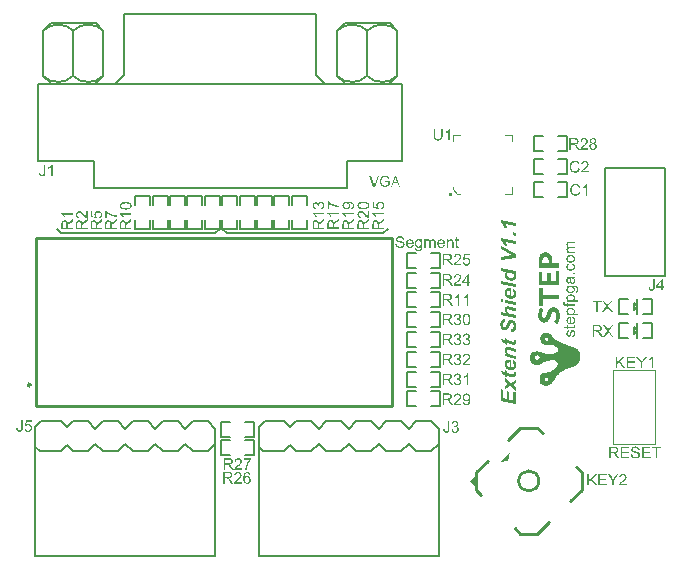
<source format=gto>
G04 Layer_Color=65535*
%FSLAX25Y25*%
%MOIN*%
G70*
G01*
G75*
%ADD21C,0.00800*%
%ADD36C,0.00984*%
%ADD37C,0.01000*%
%ADD38C,0.00600*%
%ADD39C,0.00591*%
%ADD40C,0.00500*%
%ADD41C,0.00394*%
%ADD42C,0.00200*%
%ADD43C,0.00787*%
%ADD44C,0.00100*%
G36*
X216169Y64426D02*
Y62800D01*
X215660D01*
Y64426D01*
X214180Y66643D01*
X214794D01*
X215555Y65479D01*
Y65474D01*
X215567Y65468D01*
X215578Y65450D01*
X215590Y65427D01*
X215631Y65362D01*
X215684Y65280D01*
X215742Y65181D01*
X215806Y65070D01*
X215877Y64953D01*
X215947Y64830D01*
Y64836D01*
X215953Y64842D01*
X215964Y64859D01*
X215976Y64883D01*
X216011Y64947D01*
X216064Y65029D01*
X216122Y65128D01*
X216198Y65245D01*
X216280Y65374D01*
X216368Y65509D01*
X217111Y66643D01*
X217702D01*
X216169Y64426D01*
D02*
G37*
G36*
X152052Y138700D02*
X151578D01*
Y141707D01*
X151573Y141701D01*
X151549Y141678D01*
X151508Y141648D01*
X151455Y141607D01*
X151391Y141555D01*
X151315Y141502D01*
X151227Y141438D01*
X151128Y141379D01*
X151122D01*
X151116Y141374D01*
X151081Y141350D01*
X151028Y141321D01*
X150964Y141286D01*
X150888Y141245D01*
X150806Y141210D01*
X150718Y141169D01*
X150636Y141134D01*
Y141596D01*
X150642D01*
X150654Y141602D01*
X150677Y141613D01*
X150701Y141631D01*
X150736Y141648D01*
X150777Y141666D01*
X150871Y141719D01*
X150976Y141783D01*
X151093Y141859D01*
X151210Y141947D01*
X151321Y142040D01*
X151327Y142046D01*
X151333Y142052D01*
X151368Y142087D01*
X151420Y142140D01*
X151485Y142204D01*
X151555Y142286D01*
X151625Y142374D01*
X151690Y142467D01*
X151742Y142561D01*
X152052D01*
Y138700D01*
D02*
G37*
G36*
X208892Y65082D02*
X210577Y62800D01*
X209904D01*
X208535Y64736D01*
X207909Y64134D01*
Y62800D01*
X207400D01*
Y66643D01*
X207909D01*
Y64742D01*
X209816Y66643D01*
X210506D01*
X208892Y65082D01*
D02*
G37*
G36*
X213794Y66193D02*
X211524D01*
Y65011D01*
X213648D01*
Y64561D01*
X211524D01*
Y63250D01*
X213882D01*
Y62800D01*
X211015D01*
Y66643D01*
X213794D01*
Y66193D01*
D02*
G37*
G36*
X219749Y62800D02*
X219275D01*
Y65807D01*
X219270Y65801D01*
X219246Y65778D01*
X219205Y65748D01*
X219153Y65707D01*
X219088Y65655D01*
X219012Y65602D01*
X218924Y65538D01*
X218825Y65479D01*
X218819D01*
X218813Y65474D01*
X218778Y65450D01*
X218726Y65421D01*
X218661Y65386D01*
X218585Y65345D01*
X218503Y65310D01*
X218415Y65269D01*
X218334Y65234D01*
Y65696D01*
X218339D01*
X218351Y65702D01*
X218375Y65713D01*
X218398Y65731D01*
X218433Y65748D01*
X218474Y65766D01*
X218568Y65819D01*
X218673Y65883D01*
X218790Y65959D01*
X218907Y66047D01*
X219018Y66140D01*
X219024Y66146D01*
X219030Y66152D01*
X219065Y66187D01*
X219117Y66240D01*
X219182Y66304D01*
X219252Y66386D01*
X219322Y66474D01*
X219387Y66567D01*
X219439Y66661D01*
X219749D01*
Y62800D01*
D02*
G37*
G36*
X149256Y105743D02*
X149303Y105737D01*
X149362Y105731D01*
X149420Y105720D01*
X149490Y105702D01*
X149631Y105655D01*
X149707Y105626D01*
X149783Y105585D01*
X149859Y105544D01*
X149935Y105492D01*
X150005Y105433D01*
X150075Y105363D01*
X150081Y105357D01*
X150093Y105345D01*
X150110Y105322D01*
X150134Y105293D01*
X150157Y105252D01*
X150186Y105205D01*
X150222Y105152D01*
X150257Y105088D01*
X150286Y105012D01*
X150321Y104936D01*
X150350Y104848D01*
X150379Y104749D01*
X150397Y104649D01*
X150415Y104538D01*
X150426Y104421D01*
X150432Y104292D01*
Y104286D01*
Y104263D01*
Y104222D01*
X150426Y104169D01*
X148355D01*
Y104164D01*
Y104152D01*
X148361Y104123D01*
Y104093D01*
X148367Y104052D01*
X148373Y104011D01*
X148396Y103906D01*
X148431Y103795D01*
X148472Y103678D01*
X148537Y103561D01*
X148613Y103462D01*
X148625Y103450D01*
X148654Y103427D01*
X148706Y103385D01*
X148771Y103345D01*
X148858Y103298D01*
X148958Y103257D01*
X149069Y103233D01*
X149192Y103222D01*
X149239D01*
X149285Y103228D01*
X149344Y103239D01*
X149414Y103257D01*
X149490Y103280D01*
X149566Y103310D01*
X149636Y103356D01*
X149642Y103362D01*
X149666Y103385D01*
X149701Y103415D01*
X149742Y103468D01*
X149789Y103526D01*
X149835Y103602D01*
X149882Y103696D01*
X149929Y103801D01*
X150415Y103737D01*
Y103731D01*
X150409Y103719D01*
X150403Y103696D01*
X150391Y103666D01*
X150379Y103631D01*
X150362Y103590D01*
X150315Y103491D01*
X150257Y103385D01*
X150186Y103274D01*
X150093Y103163D01*
X149987Y103070D01*
X149982D01*
X149976Y103058D01*
X149958Y103046D01*
X149929Y103034D01*
X149900Y103017D01*
X149865Y102994D01*
X149824Y102976D01*
X149771Y102953D01*
X149660Y102912D01*
X149520Y102871D01*
X149367Y102847D01*
X149192Y102836D01*
X149133D01*
X149092Y102841D01*
X149040Y102847D01*
X148981Y102853D01*
X148917Y102865D01*
X148841Y102882D01*
X148689Y102929D01*
X148607Y102959D01*
X148531Y102994D01*
X148449Y103034D01*
X148373Y103087D01*
X148297Y103146D01*
X148227Y103210D01*
X148221Y103216D01*
X148209Y103228D01*
X148192Y103251D01*
X148174Y103280D01*
X148145Y103315D01*
X148116Y103362D01*
X148080Y103421D01*
X148051Y103485D01*
X148016Y103555D01*
X147981Y103631D01*
X147952Y103719D01*
X147928Y103813D01*
X147905Y103912D01*
X147887Y104023D01*
X147876Y104140D01*
X147870Y104263D01*
Y104269D01*
Y104292D01*
Y104333D01*
X147876Y104380D01*
X147881Y104439D01*
X147887Y104509D01*
X147899Y104585D01*
X147917Y104667D01*
X147958Y104842D01*
X147987Y104930D01*
X148022Y105024D01*
X148063Y105111D01*
X148110Y105199D01*
X148162Y105281D01*
X148227Y105357D01*
X148232Y105363D01*
X148244Y105375D01*
X148262Y105392D01*
X148291Y105421D01*
X148326Y105451D01*
X148373Y105480D01*
X148420Y105515D01*
X148478Y105556D01*
X148543Y105591D01*
X148613Y105626D01*
X148689Y105655D01*
X148776Y105691D01*
X148864Y105714D01*
X148958Y105731D01*
X149057Y105743D01*
X149163Y105749D01*
X149215D01*
X149256Y105743D01*
D02*
G37*
G36*
X154545Y105685D02*
X155018D01*
Y105316D01*
X154545D01*
Y103684D01*
Y103678D01*
Y103655D01*
Y103620D01*
X154551Y103579D01*
X154556Y103491D01*
X154562Y103456D01*
X154568Y103427D01*
X154574Y103415D01*
X154586Y103391D01*
X154609Y103362D01*
X154644Y103333D01*
X154656Y103327D01*
X154685Y103321D01*
X154738Y103310D01*
X154808Y103304D01*
X154866D01*
X154896Y103310D01*
X154931D01*
X155018Y103321D01*
X155083Y102906D01*
X155071D01*
X155048Y102900D01*
X155013Y102894D01*
X154960Y102888D01*
X154907Y102877D01*
X154849Y102871D01*
X154726Y102865D01*
X154685D01*
X154638Y102871D01*
X154580Y102877D01*
X154515Y102882D01*
X154445Y102900D01*
X154381Y102918D01*
X154322Y102941D01*
X154316Y102947D01*
X154299Y102959D01*
X154276Y102976D01*
X154246Y102999D01*
X154211Y103029D01*
X154182Y103064D01*
X154147Y103105D01*
X154123Y103152D01*
Y103157D01*
X154118Y103181D01*
X154106Y103216D01*
X154100Y103274D01*
X154088Y103350D01*
X154083Y103391D01*
X154077Y103444D01*
Y103503D01*
X154071Y103567D01*
Y103637D01*
Y103713D01*
Y105316D01*
X153720D01*
Y105685D01*
X154071D01*
Y106369D01*
X154545Y106656D01*
Y105685D01*
D02*
G37*
G36*
X138820Y105743D02*
X138867Y105737D01*
X138925Y105731D01*
X138984Y105720D01*
X139054Y105702D01*
X139194Y105655D01*
X139270Y105626D01*
X139346Y105585D01*
X139422Y105544D01*
X139498Y105492D01*
X139569Y105433D01*
X139639Y105363D01*
X139645Y105357D01*
X139656Y105345D01*
X139674Y105322D01*
X139697Y105293D01*
X139721Y105252D01*
X139750Y105205D01*
X139785Y105152D01*
X139820Y105088D01*
X139849Y105012D01*
X139884Y104936D01*
X139914Y104848D01*
X139943Y104749D01*
X139961Y104649D01*
X139978Y104538D01*
X139990Y104421D01*
X139996Y104292D01*
Y104286D01*
Y104263D01*
Y104222D01*
X139990Y104169D01*
X137919D01*
Y104164D01*
Y104152D01*
X137925Y104123D01*
Y104093D01*
X137931Y104052D01*
X137936Y104011D01*
X137960Y103906D01*
X137995Y103795D01*
X138036Y103678D01*
X138100Y103561D01*
X138176Y103462D01*
X138188Y103450D01*
X138217Y103427D01*
X138270Y103385D01*
X138334Y103345D01*
X138422Y103298D01*
X138522Y103257D01*
X138633Y103233D01*
X138756Y103222D01*
X138802D01*
X138849Y103228D01*
X138908Y103239D01*
X138978Y103257D01*
X139054Y103280D01*
X139130Y103310D01*
X139200Y103356D01*
X139206Y103362D01*
X139229Y103385D01*
X139265Y103415D01*
X139305Y103468D01*
X139352Y103526D01*
X139399Y103602D01*
X139446Y103696D01*
X139493Y103801D01*
X139978Y103737D01*
Y103731D01*
X139972Y103719D01*
X139966Y103696D01*
X139955Y103666D01*
X139943Y103631D01*
X139926Y103590D01*
X139879Y103491D01*
X139820Y103385D01*
X139750Y103274D01*
X139656Y103163D01*
X139551Y103070D01*
X139545D01*
X139539Y103058D01*
X139522Y103046D01*
X139493Y103034D01*
X139463Y103017D01*
X139428Y102994D01*
X139387Y102976D01*
X139335Y102953D01*
X139224Y102912D01*
X139083Y102871D01*
X138931Y102847D01*
X138756Y102836D01*
X138697D01*
X138656Y102841D01*
X138603Y102847D01*
X138545Y102853D01*
X138480Y102865D01*
X138405Y102882D01*
X138252Y102929D01*
X138171Y102959D01*
X138094Y102994D01*
X138013Y103034D01*
X137936Y103087D01*
X137860Y103146D01*
X137790Y103210D01*
X137784Y103216D01*
X137773Y103228D01*
X137755Y103251D01*
X137738Y103280D01*
X137708Y103315D01*
X137679Y103362D01*
X137644Y103421D01*
X137615Y103485D01*
X137580Y103555D01*
X137545Y103631D01*
X137515Y103719D01*
X137492Y103813D01*
X137469Y103912D01*
X137451Y104023D01*
X137439Y104140D01*
X137433Y104263D01*
Y104269D01*
Y104292D01*
Y104333D01*
X137439Y104380D01*
X137445Y104439D01*
X137451Y104509D01*
X137463Y104585D01*
X137480Y104667D01*
X137521Y104842D01*
X137550Y104930D01*
X137585Y105024D01*
X137626Y105111D01*
X137673Y105199D01*
X137726Y105281D01*
X137790Y105357D01*
X137796Y105363D01*
X137808Y105375D01*
X137825Y105392D01*
X137855Y105421D01*
X137890Y105451D01*
X137936Y105480D01*
X137983Y105515D01*
X138042Y105556D01*
X138106Y105591D01*
X138176Y105626D01*
X138252Y105655D01*
X138340Y105691D01*
X138428Y105714D01*
X138522Y105731D01*
X138621Y105743D01*
X138726Y105749D01*
X138779D01*
X138820Y105743D01*
D02*
G37*
G36*
X149619Y140321D02*
Y140315D01*
Y140297D01*
Y140268D01*
Y140227D01*
X149613Y140174D01*
Y140122D01*
X149607Y140057D01*
X149601Y139987D01*
X149583Y139841D01*
X149560Y139689D01*
X149531Y139537D01*
X149484Y139402D01*
Y139396D01*
X149478Y139384D01*
X149472Y139367D01*
X149461Y139344D01*
X149425Y139285D01*
X149379Y139203D01*
X149314Y139115D01*
X149232Y139022D01*
X149127Y138934D01*
X149010Y138846D01*
X149004D01*
X148993Y138835D01*
X148975Y138829D01*
X148946Y138811D01*
X148917Y138800D01*
X148876Y138782D01*
X148823Y138759D01*
X148770Y138741D01*
X148712Y138723D01*
X148642Y138700D01*
X148572Y138682D01*
X148490Y138671D01*
X148314Y138647D01*
X148115Y138636D01*
X148063D01*
X148027Y138642D01*
X147981D01*
X147928Y138647D01*
X147870Y138653D01*
X147805Y138659D01*
X147665Y138682D01*
X147519Y138712D01*
X147366Y138759D01*
X147232Y138817D01*
X147226D01*
X147214Y138829D01*
X147203Y138835D01*
X147179Y138852D01*
X147115Y138893D01*
X147045Y138957D01*
X146963Y139033D01*
X146887Y139121D01*
X146811Y139232D01*
X146746Y139355D01*
Y139361D01*
X146740Y139373D01*
X146734Y139390D01*
X146723Y139420D01*
X146711Y139455D01*
X146700Y139501D01*
X146688Y139554D01*
X146676Y139613D01*
X146659Y139677D01*
X146647Y139747D01*
X146635Y139829D01*
X146623Y139911D01*
X146612Y140005D01*
X146606Y140104D01*
X146600Y140209D01*
Y140321D01*
Y142543D01*
X147109D01*
Y140321D01*
Y140315D01*
Y140297D01*
Y140274D01*
Y140239D01*
Y140198D01*
X147115Y140151D01*
X147121Y140040D01*
X147132Y139923D01*
X147144Y139800D01*
X147168Y139683D01*
X147179Y139630D01*
X147197Y139583D01*
X147203Y139572D01*
X147214Y139542D01*
X147238Y139501D01*
X147273Y139449D01*
X147314Y139390D01*
X147372Y139326D01*
X147437Y139268D01*
X147519Y139215D01*
X147530Y139209D01*
X147559Y139197D01*
X147606Y139174D01*
X147671Y139156D01*
X147752Y139133D01*
X147846Y139110D01*
X147951Y139098D01*
X148068Y139092D01*
X148121D01*
X148162Y139098D01*
X148209D01*
X148261Y139104D01*
X148378Y139121D01*
X148513Y139156D01*
X148642Y139197D01*
X148765Y139262D01*
X148823Y139297D01*
X148870Y139344D01*
Y139349D01*
X148881Y139355D01*
X148893Y139373D01*
X148905Y139396D01*
X148928Y139425D01*
X148946Y139461D01*
X148969Y139507D01*
X148993Y139560D01*
X149010Y139624D01*
X149034Y139694D01*
X149057Y139771D01*
X149074Y139864D01*
X149086Y139964D01*
X149098Y140069D01*
X149110Y140192D01*
Y140321D01*
Y142543D01*
X149619D01*
Y140321D01*
D02*
G37*
G36*
X141675Y105743D02*
X141716Y105737D01*
X141768Y105726D01*
X141879Y105696D01*
X141944Y105679D01*
X142008Y105649D01*
X142078Y105620D01*
X142148Y105579D01*
X142213Y105533D01*
X142283Y105480D01*
X142347Y105415D01*
X142406Y105345D01*
Y105685D01*
X142839D01*
Y103274D01*
Y103269D01*
Y103245D01*
Y103216D01*
Y103169D01*
X142833Y103117D01*
Y103058D01*
X142827Y102988D01*
X142821Y102918D01*
X142804Y102771D01*
X142780Y102619D01*
X142751Y102479D01*
X142728Y102415D01*
X142704Y102362D01*
Y102356D01*
X142698Y102350D01*
X142681Y102315D01*
X142646Y102268D01*
X142605Y102204D01*
X142546Y102134D01*
X142476Y102064D01*
X142388Y101993D01*
X142289Y101929D01*
X142283D01*
X142277Y101923D01*
X142260Y101917D01*
X142236Y101906D01*
X142178Y101876D01*
X142096Y101853D01*
X141991Y101824D01*
X141868Y101794D01*
X141733Y101777D01*
X141581Y101771D01*
X141534D01*
X141499Y101777D01*
X141458D01*
X141405Y101783D01*
X141294Y101800D01*
X141166Y101829D01*
X141031Y101865D01*
X140897Y101923D01*
X140774Y101999D01*
X140768D01*
X140762Y102011D01*
X140727Y102040D01*
X140680Y102093D01*
X140622Y102169D01*
X140569Y102262D01*
X140522Y102379D01*
X140493Y102514D01*
X140481Y102590D01*
Y102672D01*
X140938Y102608D01*
Y102596D01*
X140943Y102572D01*
X140955Y102537D01*
X140967Y102490D01*
X140990Y102438D01*
X141019Y102385D01*
X141054Y102338D01*
X141101Y102297D01*
X141107Y102292D01*
X141136Y102274D01*
X141172Y102257D01*
X141230Y102233D01*
X141294Y102204D01*
X141376Y102186D01*
X141476Y102169D01*
X141581Y102163D01*
X141634D01*
X141692Y102169D01*
X141768Y102180D01*
X141850Y102198D01*
X141932Y102221D01*
X142014Y102251D01*
X142084Y102297D01*
X142090Y102303D01*
X142113Y102321D01*
X142143Y102350D01*
X142184Y102391D01*
X142225Y102444D01*
X142260Y102502D01*
X142295Y102578D01*
X142324Y102660D01*
Y102666D01*
X142330Y102689D01*
X142336Y102730D01*
X142342Y102789D01*
X142353Y102871D01*
Y102923D01*
X142359Y102976D01*
Y103040D01*
Y103105D01*
Y103181D01*
Y103263D01*
X142353Y103257D01*
X142347Y103245D01*
X142330Y103228D01*
X142306Y103204D01*
X142271Y103181D01*
X142236Y103146D01*
X142148Y103081D01*
X142037Y103017D01*
X141903Y102959D01*
X141833Y102935D01*
X141756Y102918D01*
X141675Y102906D01*
X141593Y102900D01*
X141540D01*
X141499Y102906D01*
X141452Y102912D01*
X141394Y102923D01*
X141335Y102935D01*
X141265Y102953D01*
X141195Y102970D01*
X141125Y102999D01*
X141049Y103034D01*
X140979Y103076D01*
X140902Y103122D01*
X140832Y103175D01*
X140768Y103239D01*
X140703Y103310D01*
X140698Y103315D01*
X140692Y103327D01*
X140674Y103350D01*
X140657Y103385D01*
X140633Y103427D01*
X140604Y103473D01*
X140575Y103526D01*
X140546Y103590D01*
X140516Y103661D01*
X140487Y103737D01*
X140464Y103819D01*
X140434Y103906D01*
X140399Y104093D01*
X140393Y104199D01*
X140388Y104304D01*
Y104310D01*
Y104322D01*
Y104345D01*
Y104374D01*
X140393Y104409D01*
Y104450D01*
X140405Y104544D01*
X140423Y104661D01*
X140446Y104784D01*
X140481Y104912D01*
X140528Y105041D01*
Y105047D01*
X140534Y105059D01*
X140546Y105076D01*
X140557Y105100D01*
X140587Y105158D01*
X140633Y105234D01*
X140698Y105316D01*
X140768Y105404D01*
X140850Y105486D01*
X140949Y105562D01*
X140955D01*
X140961Y105568D01*
X140979Y105579D01*
X140996Y105591D01*
X141054Y105620D01*
X141131Y105655D01*
X141230Y105691D01*
X141335Y105720D01*
X141458Y105743D01*
X141593Y105749D01*
X141640D01*
X141675Y105743D01*
D02*
G37*
G36*
X9629Y42823D02*
Y42817D01*
Y42799D01*
Y42776D01*
Y42741D01*
X9624Y42700D01*
Y42653D01*
X9618Y42548D01*
X9600Y42425D01*
X9583Y42302D01*
X9553Y42179D01*
X9512Y42074D01*
X9507Y42062D01*
X9489Y42033D01*
X9460Y41986D01*
X9425Y41928D01*
X9372Y41857D01*
X9308Y41793D01*
X9226Y41729D01*
X9138Y41670D01*
X9126Y41664D01*
X9091Y41647D01*
X9038Y41629D01*
X8968Y41606D01*
X8881Y41577D01*
X8781Y41559D01*
X8664Y41541D01*
X8541Y41536D01*
X8495D01*
X8459Y41541D01*
X8418Y41547D01*
X8366Y41553D01*
X8255Y41571D01*
X8132Y41606D01*
X8003Y41658D01*
X7939Y41688D01*
X7880Y41729D01*
X7822Y41770D01*
X7769Y41822D01*
Y41828D01*
X7757Y41834D01*
X7746Y41851D01*
X7728Y41875D01*
X7705Y41910D01*
X7687Y41945D01*
X7658Y41992D01*
X7635Y42039D01*
X7611Y42097D01*
X7588Y42162D01*
X7564Y42232D01*
X7547Y42314D01*
X7529Y42396D01*
X7518Y42489D01*
X7512Y42583D01*
Y42688D01*
X7968Y42752D01*
Y42747D01*
Y42735D01*
Y42711D01*
X7974Y42682D01*
Y42647D01*
X7980Y42606D01*
X7997Y42513D01*
X8015Y42407D01*
X8044Y42308D01*
X8085Y42220D01*
X8108Y42179D01*
X8132Y42144D01*
X8138Y42138D01*
X8161Y42121D01*
X8190Y42091D01*
X8237Y42068D01*
X8296Y42039D01*
X8366Y42009D01*
X8448Y41992D01*
X8541Y41986D01*
X8576D01*
X8612Y41992D01*
X8653Y41998D01*
X8705Y42009D01*
X8764Y42021D01*
X8816Y42045D01*
X8869Y42074D01*
X8875Y42080D01*
X8892Y42091D01*
X8916Y42109D01*
X8945Y42138D01*
X8980Y42167D01*
X9009Y42208D01*
X9038Y42255D01*
X9062Y42308D01*
Y42314D01*
X9074Y42337D01*
X9080Y42372D01*
X9091Y42425D01*
X9103Y42495D01*
X9109Y42577D01*
X9120Y42676D01*
Y42793D01*
Y45443D01*
X9629D01*
Y42823D01*
D02*
G37*
G36*
X151929Y42523D02*
Y42517D01*
Y42499D01*
Y42476D01*
Y42441D01*
X151924Y42400D01*
Y42353D01*
X151918Y42248D01*
X151900Y42125D01*
X151883Y42002D01*
X151853Y41879D01*
X151812Y41774D01*
X151806Y41762D01*
X151789Y41733D01*
X151760Y41686D01*
X151725Y41628D01*
X151672Y41557D01*
X151608Y41493D01*
X151526Y41429D01*
X151438Y41370D01*
X151426Y41364D01*
X151391Y41347D01*
X151339Y41329D01*
X151268Y41306D01*
X151181Y41277D01*
X151081Y41259D01*
X150964Y41241D01*
X150841Y41236D01*
X150794D01*
X150759Y41241D01*
X150718Y41247D01*
X150666Y41253D01*
X150555Y41271D01*
X150432Y41306D01*
X150303Y41359D01*
X150239Y41388D01*
X150180Y41429D01*
X150122Y41470D01*
X150069Y41522D01*
Y41528D01*
X150057Y41534D01*
X150046Y41552D01*
X150028Y41575D01*
X150005Y41610D01*
X149987Y41645D01*
X149958Y41692D01*
X149934Y41739D01*
X149911Y41797D01*
X149888Y41862D01*
X149864Y41932D01*
X149847Y42014D01*
X149829Y42096D01*
X149818Y42189D01*
X149812Y42283D01*
Y42388D01*
X150268Y42452D01*
Y42447D01*
Y42435D01*
Y42412D01*
X150274Y42382D01*
Y42347D01*
X150280Y42306D01*
X150297Y42213D01*
X150315Y42107D01*
X150344Y42008D01*
X150385Y41920D01*
X150408Y41879D01*
X150432Y41844D01*
X150438Y41838D01*
X150461Y41821D01*
X150490Y41791D01*
X150537Y41768D01*
X150596Y41739D01*
X150666Y41710D01*
X150748Y41692D01*
X150841Y41686D01*
X150876D01*
X150911Y41692D01*
X150952Y41698D01*
X151005Y41710D01*
X151064Y41721D01*
X151116Y41745D01*
X151169Y41774D01*
X151175Y41780D01*
X151192Y41791D01*
X151216Y41809D01*
X151245Y41838D01*
X151280Y41868D01*
X151309Y41908D01*
X151339Y41955D01*
X151362Y42008D01*
Y42014D01*
X151374Y42037D01*
X151380Y42072D01*
X151391Y42125D01*
X151403Y42195D01*
X151409Y42277D01*
X151420Y42376D01*
Y42493D01*
Y45143D01*
X151929D01*
Y42523D01*
D02*
G37*
G36*
X12630Y44934D02*
X11098D01*
X10887Y43899D01*
X10893Y43905D01*
X10905Y43911D01*
X10922Y43922D01*
X10946Y43940D01*
X10981Y43957D01*
X11016Y43975D01*
X11109Y44022D01*
X11215Y44069D01*
X11338Y44104D01*
X11472Y44133D01*
X11613Y44145D01*
X11659D01*
X11694Y44139D01*
X11741Y44133D01*
X11788Y44127D01*
X11847Y44115D01*
X11905Y44104D01*
X12040Y44057D01*
X12110Y44034D01*
X12180Y43999D01*
X12256Y43957D01*
X12326Y43911D01*
X12397Y43858D01*
X12461Y43794D01*
X12467Y43788D01*
X12478Y43776D01*
X12496Y43759D01*
X12514Y43729D01*
X12543Y43694D01*
X12572Y43653D01*
X12601Y43606D01*
X12636Y43554D01*
X12671Y43490D01*
X12701Y43425D01*
X12730Y43349D01*
X12759Y43273D01*
X12777Y43185D01*
X12794Y43098D01*
X12806Y42998D01*
X12812Y42899D01*
Y42893D01*
Y42875D01*
Y42846D01*
X12806Y42811D01*
X12800Y42764D01*
X12794Y42711D01*
X12788Y42653D01*
X12777Y42589D01*
X12736Y42448D01*
X12683Y42302D01*
X12648Y42220D01*
X12607Y42144D01*
X12560Y42068D01*
X12508Y41998D01*
X12502Y41992D01*
X12490Y41980D01*
X12467Y41957D01*
X12437Y41928D01*
X12402Y41892D01*
X12355Y41851D01*
X12303Y41811D01*
X12239Y41770D01*
X12174Y41723D01*
X12098Y41682D01*
X12010Y41641D01*
X11923Y41606D01*
X11823Y41577D01*
X11724Y41553D01*
X11613Y41541D01*
X11496Y41536D01*
X11443D01*
X11408Y41541D01*
X11367Y41547D01*
X11314Y41553D01*
X11256Y41559D01*
X11191Y41571D01*
X11057Y41606D01*
X10916Y41658D01*
X10846Y41694D01*
X10776Y41735D01*
X10706Y41776D01*
X10642Y41828D01*
X10636Y41834D01*
X10630Y41840D01*
X10612Y41857D01*
X10589Y41881D01*
X10565Y41910D01*
X10536Y41945D01*
X10507Y41986D01*
X10472Y42033D01*
X10407Y42144D01*
X10343Y42279D01*
X10296Y42431D01*
X10279Y42518D01*
X10267Y42606D01*
X10764Y42641D01*
Y42635D01*
Y42624D01*
X10770Y42606D01*
X10776Y42583D01*
X10794Y42518D01*
X10817Y42437D01*
X10846Y42349D01*
X10893Y42261D01*
X10946Y42173D01*
X11016Y42097D01*
X11028Y42091D01*
X11051Y42068D01*
X11092Y42045D01*
X11150Y42009D01*
X11221Y41980D01*
X11303Y41951D01*
X11396Y41928D01*
X11496Y41922D01*
X11531D01*
X11554Y41928D01*
X11618Y41933D01*
X11700Y41951D01*
X11788Y41986D01*
X11887Y42027D01*
X11981Y42091D01*
X12028Y42127D01*
X12075Y42173D01*
Y42179D01*
X12086Y42185D01*
X12110Y42220D01*
X12151Y42279D01*
X12192Y42355D01*
X12233Y42454D01*
X12274Y42571D01*
X12297Y42706D01*
X12309Y42858D01*
Y42864D01*
Y42875D01*
Y42899D01*
X12303Y42922D01*
Y42957D01*
X12297Y42998D01*
X12279Y43092D01*
X12256Y43191D01*
X12215Y43297D01*
X12157Y43402D01*
X12081Y43495D01*
X12069Y43507D01*
X12040Y43530D01*
X11993Y43571D01*
X11923Y43612D01*
X11841Y43653D01*
X11735Y43694D01*
X11618Y43718D01*
X11490Y43729D01*
X11449D01*
X11408Y43724D01*
X11349Y43718D01*
X11285Y43700D01*
X11215Y43683D01*
X11145Y43653D01*
X11074Y43618D01*
X11068Y43612D01*
X11045Y43601D01*
X11010Y43577D01*
X10969Y43548D01*
X10928Y43507D01*
X10881Y43460D01*
X10835Y43408D01*
X10794Y43349D01*
X10349Y43413D01*
X10723Y45385D01*
X12630D01*
Y44934D01*
D02*
G37*
G36*
X19645Y126800D02*
X19172D01*
Y129807D01*
X19166Y129801D01*
X19142Y129778D01*
X19101Y129748D01*
X19049Y129707D01*
X18984Y129655D01*
X18908Y129602D01*
X18821Y129538D01*
X18721Y129479D01*
X18715D01*
X18710Y129473D01*
X18674Y129450D01*
X18622Y129421D01*
X18557Y129386D01*
X18481Y129345D01*
X18399Y129310D01*
X18312Y129269D01*
X18230Y129234D01*
Y129696D01*
X18236D01*
X18247Y129702D01*
X18271Y129713D01*
X18294Y129731D01*
X18329Y129748D01*
X18370Y129766D01*
X18464Y129819D01*
X18569Y129883D01*
X18686Y129959D01*
X18803Y130047D01*
X18914Y130140D01*
X18920Y130146D01*
X18926Y130152D01*
X18961Y130187D01*
X19014Y130240D01*
X19078Y130304D01*
X19148Y130386D01*
X19218Y130474D01*
X19283Y130567D01*
X19335Y130661D01*
X19645D01*
Y126800D01*
D02*
G37*
G36*
X17229Y128023D02*
Y128017D01*
Y127999D01*
Y127976D01*
Y127941D01*
X17224Y127900D01*
Y127853D01*
X17218Y127748D01*
X17200Y127625D01*
X17183Y127502D01*
X17153Y127379D01*
X17112Y127274D01*
X17107Y127262D01*
X17089Y127233D01*
X17060Y127186D01*
X17025Y127128D01*
X16972Y127057D01*
X16908Y126993D01*
X16826Y126929D01*
X16738Y126870D01*
X16726Y126864D01*
X16691Y126847D01*
X16639Y126829D01*
X16568Y126806D01*
X16481Y126777D01*
X16381Y126759D01*
X16264Y126742D01*
X16141Y126736D01*
X16094D01*
X16059Y126742D01*
X16018Y126747D01*
X15966Y126753D01*
X15855Y126771D01*
X15732Y126806D01*
X15603Y126858D01*
X15539Y126888D01*
X15480Y126929D01*
X15422Y126970D01*
X15369Y127022D01*
Y127028D01*
X15357Y127034D01*
X15346Y127051D01*
X15328Y127075D01*
X15305Y127110D01*
X15287Y127145D01*
X15258Y127192D01*
X15235Y127239D01*
X15211Y127297D01*
X15188Y127362D01*
X15164Y127432D01*
X15147Y127514D01*
X15129Y127596D01*
X15118Y127689D01*
X15112Y127783D01*
Y127888D01*
X15568Y127952D01*
Y127947D01*
Y127935D01*
Y127911D01*
X15574Y127882D01*
Y127847D01*
X15580Y127806D01*
X15597Y127713D01*
X15615Y127607D01*
X15644Y127508D01*
X15685Y127420D01*
X15708Y127379D01*
X15732Y127344D01*
X15738Y127338D01*
X15761Y127321D01*
X15790Y127291D01*
X15837Y127268D01*
X15896Y127239D01*
X15966Y127209D01*
X16048Y127192D01*
X16141Y127186D01*
X16176D01*
X16211Y127192D01*
X16252Y127198D01*
X16305Y127209D01*
X16364Y127221D01*
X16416Y127245D01*
X16469Y127274D01*
X16475Y127280D01*
X16492Y127291D01*
X16516Y127309D01*
X16545Y127338D01*
X16580Y127367D01*
X16609Y127408D01*
X16639Y127455D01*
X16662Y127508D01*
Y127514D01*
X16674Y127537D01*
X16680Y127572D01*
X16691Y127625D01*
X16703Y127695D01*
X16709Y127777D01*
X16720Y127876D01*
Y127993D01*
Y130643D01*
X17229D01*
Y128023D01*
D02*
G37*
G36*
X199392Y25982D02*
X201077Y23700D01*
X200404D01*
X199035Y25636D01*
X198409Y25034D01*
Y23700D01*
X197900D01*
Y27544D01*
X198409D01*
Y25642D01*
X200316Y27544D01*
X201006D01*
X199392Y25982D01*
D02*
G37*
G36*
X206669Y25326D02*
Y23700D01*
X206160D01*
Y25326D01*
X204680Y27544D01*
X205294D01*
X206055Y26379D01*
Y26373D01*
X206067Y26368D01*
X206078Y26350D01*
X206090Y26327D01*
X206131Y26262D01*
X206184Y26180D01*
X206242Y26081D01*
X206306Y25970D01*
X206377Y25853D01*
X206447Y25730D01*
Y25736D01*
X206453Y25742D01*
X206464Y25759D01*
X206476Y25783D01*
X206511Y25847D01*
X206564Y25929D01*
X206622Y26028D01*
X206698Y26145D01*
X206780Y26274D01*
X206868Y26409D01*
X207611Y27544D01*
X208202D01*
X206669Y25326D01*
D02*
G37*
G36*
X209834Y27555D02*
X209881Y27549D01*
X209933Y27544D01*
X209992Y27538D01*
X210056Y27520D01*
X210197Y27485D01*
X210343Y27432D01*
X210419Y27397D01*
X210489Y27356D01*
X210554Y27304D01*
X210618Y27251D01*
X210624Y27245D01*
X210630Y27239D01*
X210647Y27222D01*
X210671Y27198D01*
X210694Y27163D01*
X210723Y27128D01*
X210782Y27040D01*
X210840Y26929D01*
X210893Y26801D01*
X210934Y26654D01*
X210940Y26572D01*
X210946Y26490D01*
Y26479D01*
Y26449D01*
X210940Y26403D01*
X210934Y26344D01*
X210922Y26274D01*
X210905Y26198D01*
X210881Y26116D01*
X210846Y26034D01*
X210840Y26022D01*
X210828Y25993D01*
X210805Y25952D01*
X210770Y25894D01*
X210729Y25824D01*
X210676Y25742D01*
X210606Y25660D01*
X210530Y25566D01*
X210518Y25554D01*
X210489Y25519D01*
X210437Y25467D01*
X210402Y25432D01*
X210361Y25391D01*
X210314Y25344D01*
X210255Y25291D01*
X210197Y25239D01*
X210132Y25174D01*
X210062Y25110D01*
X209980Y25040D01*
X209898Y24970D01*
X209805Y24888D01*
X209799Y24882D01*
X209787Y24870D01*
X209764Y24852D01*
X209735Y24829D01*
X209664Y24771D01*
X209577Y24694D01*
X209489Y24613D01*
X209395Y24531D01*
X209319Y24461D01*
X209290Y24431D01*
X209261Y24402D01*
X209255Y24396D01*
X209243Y24379D01*
X209220Y24355D01*
X209191Y24320D01*
X209126Y24244D01*
X209062Y24150D01*
X210951D01*
Y23700D01*
X208407D01*
Y23706D01*
Y23729D01*
Y23764D01*
X208412Y23805D01*
X208418Y23852D01*
X208424Y23905D01*
X208442Y23963D01*
X208459Y24022D01*
Y24028D01*
X208465Y24033D01*
X208477Y24069D01*
X208500Y24115D01*
X208535Y24186D01*
X208576Y24262D01*
X208635Y24349D01*
X208693Y24437D01*
X208769Y24531D01*
Y24536D01*
X208781Y24542D01*
X208810Y24577D01*
X208857Y24630D01*
X208927Y24700D01*
X209015Y24782D01*
X209120Y24882D01*
X209249Y24993D01*
X209389Y25116D01*
X209395Y25122D01*
X209419Y25139D01*
X209448Y25163D01*
X209489Y25203D01*
X209542Y25244D01*
X209600Y25297D01*
X209729Y25408D01*
X209869Y25543D01*
X210010Y25677D01*
X210080Y25742D01*
X210138Y25806D01*
X210191Y25870D01*
X210238Y25929D01*
Y25935D01*
X210249Y25941D01*
X210261Y25958D01*
X210273Y25982D01*
X210308Y26040D01*
X210349Y26116D01*
X210390Y26204D01*
X210425Y26297D01*
X210448Y26403D01*
X210460Y26502D01*
Y26508D01*
Y26514D01*
X210454Y26549D01*
X210448Y26602D01*
X210437Y26666D01*
X210407Y26742D01*
X210372Y26818D01*
X210325Y26900D01*
X210255Y26976D01*
X210244Y26982D01*
X210220Y27005D01*
X210173Y27035D01*
X210115Y27075D01*
X210039Y27111D01*
X209951Y27140D01*
X209846Y27163D01*
X209729Y27169D01*
X209694D01*
X209670Y27163D01*
X209612Y27157D01*
X209536Y27146D01*
X209448Y27116D01*
X209354Y27081D01*
X209267Y27029D01*
X209185Y26958D01*
X209179Y26947D01*
X209155Y26923D01*
X209120Y26877D01*
X209085Y26812D01*
X209044Y26730D01*
X209015Y26637D01*
X208992Y26526D01*
X208980Y26397D01*
X208494Y26449D01*
Y26455D01*
Y26473D01*
X208500Y26502D01*
X208506Y26537D01*
X208518Y26584D01*
X208524Y26637D01*
X208559Y26754D01*
X208606Y26888D01*
X208670Y27023D01*
X208758Y27157D01*
X208804Y27216D01*
X208863Y27274D01*
X208869Y27280D01*
X208880Y27286D01*
X208898Y27304D01*
X208921Y27321D01*
X208957Y27339D01*
X208997Y27368D01*
X209044Y27391D01*
X209097Y27421D01*
X209155Y27444D01*
X209220Y27473D01*
X209296Y27497D01*
X209372Y27514D01*
X209547Y27549D01*
X209641Y27555D01*
X209740Y27561D01*
X209793D01*
X209834Y27555D01*
D02*
G37*
G36*
X153883Y45155D02*
X153959Y45143D01*
X154047Y45126D01*
X154147Y45103D01*
X154246Y45067D01*
X154346Y45021D01*
X154351D01*
X154357Y45015D01*
X154392Y44997D01*
X154439Y44968D01*
X154498Y44927D01*
X154562Y44874D01*
X154632Y44810D01*
X154697Y44734D01*
X154755Y44652D01*
X154761Y44640D01*
X154778Y44611D01*
X154802Y44564D01*
X154825Y44506D01*
X154849Y44430D01*
X154872Y44348D01*
X154890Y44260D01*
X154895Y44161D01*
Y44149D01*
Y44120D01*
X154890Y44073D01*
X154878Y44014D01*
X154860Y43944D01*
X154837Y43868D01*
X154808Y43786D01*
X154761Y43710D01*
X154755Y43698D01*
X154737Y43675D01*
X154702Y43640D01*
X154661Y43593D01*
X154603Y43541D01*
X154539Y43488D01*
X154457Y43429D01*
X154363Y43383D01*
X154369D01*
X154381Y43377D01*
X154398D01*
X154421Y43365D01*
X154480Y43347D01*
X154556Y43312D01*
X154638Y43271D01*
X154726Y43213D01*
X154813Y43143D01*
X154890Y43055D01*
X154895Y43043D01*
X154919Y43008D01*
X154948Y42955D01*
X154989Y42885D01*
X155024Y42798D01*
X155053Y42692D01*
X155077Y42570D01*
X155082Y42435D01*
Y42429D01*
Y42412D01*
Y42388D01*
X155077Y42353D01*
X155071Y42306D01*
X155065Y42259D01*
X155053Y42201D01*
X155036Y42142D01*
X154995Y42008D01*
X154966Y41932D01*
X154925Y41862D01*
X154884Y41791D01*
X154837Y41721D01*
X154778Y41651D01*
X154714Y41581D01*
X154708Y41575D01*
X154697Y41563D01*
X154679Y41552D01*
X154650Y41528D01*
X154615Y41499D01*
X154568Y41470D01*
X154515Y41440D01*
X154462Y41411D01*
X154398Y41376D01*
X154328Y41347D01*
X154252Y41317D01*
X154170Y41288D01*
X154082Y41265D01*
X153989Y41253D01*
X153889Y41241D01*
X153790Y41236D01*
X153743D01*
X153708Y41241D01*
X153661Y41247D01*
X153614Y41253D01*
X153556Y41259D01*
X153497Y41271D01*
X153363Y41306D01*
X153222Y41364D01*
X153152Y41394D01*
X153088Y41435D01*
X153017Y41481D01*
X152953Y41534D01*
X152947Y41540D01*
X152942Y41546D01*
X152924Y41563D01*
X152901Y41587D01*
X152877Y41622D01*
X152848Y41657D01*
X152813Y41698D01*
X152784Y41745D01*
X152713Y41862D01*
X152655Y41996D01*
X152602Y42148D01*
X152585Y42230D01*
X152573Y42318D01*
X153047Y42382D01*
Y42376D01*
X153053Y42365D01*
Y42341D01*
X153064Y42318D01*
X153082Y42248D01*
X153111Y42160D01*
X153146Y42066D01*
X153193Y41967D01*
X153252Y41879D01*
X153316Y41803D01*
X153328Y41797D01*
X153351Y41774D01*
X153392Y41750D01*
X153450Y41715D01*
X153515Y41686D01*
X153597Y41657D01*
X153690Y41633D01*
X153790Y41628D01*
X153825D01*
X153848Y41633D01*
X153907Y41639D01*
X153983Y41657D01*
X154076Y41686D01*
X154170Y41721D01*
X154264Y41780D01*
X154351Y41856D01*
X154363Y41868D01*
X154386Y41897D01*
X154421Y41943D01*
X154468Y42014D01*
X154509Y42096D01*
X154544Y42195D01*
X154568Y42306D01*
X154579Y42429D01*
Y42435D01*
Y42441D01*
Y42458D01*
X154574Y42482D01*
X154568Y42540D01*
X154550Y42616D01*
X154527Y42698D01*
X154486Y42792D01*
X154433Y42880D01*
X154363Y42961D01*
X154351Y42973D01*
X154328Y42996D01*
X154281Y43026D01*
X154217Y43067D01*
X154141Y43108D01*
X154047Y43137D01*
X153948Y43160D01*
X153831Y43172D01*
X153778D01*
X153737Y43166D01*
X153690Y43160D01*
X153632Y43154D01*
X153567Y43143D01*
X153497Y43125D01*
X153550Y43541D01*
X153579D01*
X153603Y43535D01*
X153679D01*
X153731Y43541D01*
X153807Y43552D01*
X153889Y43570D01*
X153977Y43599D01*
X154070Y43634D01*
X154164Y43687D01*
X154176Y43693D01*
X154205Y43716D01*
X154240Y43757D01*
X154287Y43810D01*
X154334Y43874D01*
X154369Y43956D01*
X154398Y44055D01*
X154410Y44172D01*
Y44178D01*
Y44184D01*
Y44213D01*
X154398Y44260D01*
X154386Y44324D01*
X154369Y44389D01*
X154334Y44459D01*
X154293Y44535D01*
X154234Y44599D01*
X154228Y44605D01*
X154205Y44629D01*
X154164Y44658D01*
X154111Y44687D01*
X154047Y44722D01*
X153971Y44746D01*
X153883Y44769D01*
X153784Y44775D01*
X153737D01*
X153684Y44763D01*
X153626Y44752D01*
X153550Y44734D01*
X153474Y44699D01*
X153398Y44658D01*
X153322Y44599D01*
X153316Y44594D01*
X153293Y44570D01*
X153263Y44529D01*
X153228Y44471D01*
X153187Y44401D01*
X153152Y44313D01*
X153117Y44208D01*
X153094Y44085D01*
X152620Y44166D01*
Y44172D01*
X152626Y44190D01*
X152631Y44213D01*
X152637Y44243D01*
X152649Y44284D01*
X152661Y44330D01*
X152702Y44436D01*
X152748Y44553D01*
X152819Y44675D01*
X152901Y44793D01*
X153006Y44898D01*
X153012Y44904D01*
X153017Y44909D01*
X153035Y44921D01*
X153064Y44939D01*
X153094Y44956D01*
X153129Y44980D01*
X153216Y45032D01*
X153328Y45079D01*
X153462Y45120D01*
X153608Y45149D01*
X153690Y45161D01*
X153825D01*
X153883Y45155D01*
D02*
G37*
G36*
X204294Y27093D02*
X202024D01*
Y25911D01*
X204148D01*
Y25461D01*
X202024D01*
Y24150D01*
X204382D01*
Y23700D01*
X201515D01*
Y27544D01*
X204294D01*
Y27093D01*
D02*
G37*
G36*
X151531Y80972D02*
X151578D01*
X151695Y80966D01*
X151818Y80954D01*
X151946Y80931D01*
X152069Y80907D01*
X152128Y80890D01*
X152180Y80872D01*
X152186D01*
X152192Y80866D01*
X152227Y80855D01*
X152274Y80825D01*
X152332Y80784D01*
X152403Y80738D01*
X152473Y80673D01*
X152543Y80597D01*
X152607Y80504D01*
X152613Y80492D01*
X152631Y80457D01*
X152660Y80404D01*
X152689Y80334D01*
X152719Y80246D01*
X152748Y80147D01*
X152765Y80041D01*
X152771Y79924D01*
Y79919D01*
Y79907D01*
Y79884D01*
X152765Y79854D01*
Y79819D01*
X152760Y79778D01*
X152736Y79685D01*
X152707Y79574D01*
X152660Y79462D01*
X152590Y79345D01*
X152549Y79287D01*
X152502Y79234D01*
X152490Y79223D01*
X152473Y79211D01*
X152455Y79187D01*
X152426Y79170D01*
X152391Y79141D01*
X152350Y79117D01*
X152303Y79088D01*
X152251Y79059D01*
X152186Y79030D01*
X152122Y79000D01*
X152046Y78971D01*
X151970Y78942D01*
X151882Y78918D01*
X151788Y78901D01*
X151689Y78883D01*
X151701Y78877D01*
X151724Y78866D01*
X151759Y78848D01*
X151800Y78825D01*
X151900Y78760D01*
X151952Y78725D01*
X151993Y78690D01*
X152005Y78679D01*
X152034Y78655D01*
X152075Y78608D01*
X152128Y78550D01*
X152192Y78474D01*
X152262Y78386D01*
X152338Y78286D01*
X152414Y78175D01*
X153081Y77134D01*
X152444D01*
X151935Y77930D01*
Y77935D01*
X151923Y77947D01*
X151911Y77965D01*
X151900Y77988D01*
X151859Y78047D01*
X151806Y78123D01*
X151748Y78211D01*
X151683Y78298D01*
X151625Y78380D01*
X151566Y78456D01*
X151560Y78462D01*
X151543Y78485D01*
X151514Y78521D01*
X151484Y78562D01*
X151397Y78643D01*
X151356Y78684D01*
X151309Y78714D01*
X151303Y78719D01*
X151291Y78725D01*
X151268Y78737D01*
X151239Y78755D01*
X151168Y78790D01*
X151081Y78819D01*
X151075D01*
X151063Y78825D01*
X151040D01*
X151010Y78831D01*
X150970Y78836D01*
X150923D01*
X150864Y78842D01*
X150209D01*
Y77134D01*
X149700D01*
Y80977D01*
X151484D01*
X151531Y80972D01*
D02*
G37*
G36*
X154690Y80989D02*
X154766Y80977D01*
X154854Y80960D01*
X154953Y80937D01*
X155053Y80901D01*
X155152Y80855D01*
X155158D01*
X155164Y80849D01*
X155199Y80831D01*
X155246Y80802D01*
X155304Y80761D01*
X155369Y80708D01*
X155439Y80644D01*
X155503Y80568D01*
X155562Y80486D01*
X155568Y80474D01*
X155585Y80445D01*
X155608Y80398D01*
X155632Y80340D01*
X155655Y80264D01*
X155679Y80182D01*
X155696Y80094D01*
X155702Y79995D01*
Y79983D01*
Y79954D01*
X155696Y79907D01*
X155684Y79848D01*
X155667Y79778D01*
X155644Y79702D01*
X155614Y79620D01*
X155568Y79544D01*
X155562Y79533D01*
X155544Y79509D01*
X155509Y79474D01*
X155468Y79427D01*
X155410Y79375D01*
X155345Y79322D01*
X155263Y79264D01*
X155170Y79217D01*
X155176D01*
X155187Y79211D01*
X155205D01*
X155228Y79199D01*
X155287Y79182D01*
X155363Y79146D01*
X155445Y79106D01*
X155532Y79047D01*
X155620Y78977D01*
X155696Y78889D01*
X155702Y78877D01*
X155726Y78842D01*
X155755Y78790D01*
X155796Y78719D01*
X155831Y78632D01*
X155860Y78526D01*
X155883Y78404D01*
X155889Y78269D01*
Y78263D01*
Y78246D01*
Y78222D01*
X155883Y78187D01*
X155878Y78140D01*
X155872Y78093D01*
X155860Y78035D01*
X155842Y77977D01*
X155801Y77842D01*
X155772Y77766D01*
X155731Y77696D01*
X155690Y77626D01*
X155644Y77555D01*
X155585Y77485D01*
X155521Y77415D01*
X155515Y77409D01*
X155503Y77397D01*
X155486Y77386D01*
X155456Y77362D01*
X155421Y77333D01*
X155375Y77304D01*
X155322Y77275D01*
X155269Y77245D01*
X155205Y77210D01*
X155135Y77181D01*
X155059Y77152D01*
X154977Y77122D01*
X154889Y77099D01*
X154795Y77087D01*
X154696Y77076D01*
X154596Y77070D01*
X154550D01*
X154515Y77076D01*
X154468Y77081D01*
X154421Y77087D01*
X154362Y77093D01*
X154304Y77105D01*
X154169Y77140D01*
X154029Y77198D01*
X153959Y77228D01*
X153894Y77269D01*
X153824Y77315D01*
X153760Y77368D01*
X153754Y77374D01*
X153748Y77380D01*
X153731Y77397D01*
X153707Y77421D01*
X153684Y77456D01*
X153655Y77491D01*
X153620Y77532D01*
X153590Y77579D01*
X153520Y77696D01*
X153462Y77830D01*
X153409Y77982D01*
X153391Y78064D01*
X153380Y78152D01*
X153853Y78216D01*
Y78211D01*
X153859Y78199D01*
Y78175D01*
X153871Y78152D01*
X153889Y78082D01*
X153918Y77994D01*
X153953Y77900D01*
X154000Y77801D01*
X154058Y77713D01*
X154123Y77637D01*
X154134Y77631D01*
X154158Y77608D01*
X154199Y77584D01*
X154257Y77549D01*
X154322Y77520D01*
X154403Y77491D01*
X154497Y77468D01*
X154596Y77462D01*
X154631D01*
X154655Y77468D01*
X154713Y77473D01*
X154789Y77491D01*
X154883Y77520D01*
X154977Y77555D01*
X155070Y77614D01*
X155158Y77690D01*
X155170Y77701D01*
X155193Y77731D01*
X155228Y77778D01*
X155275Y77848D01*
X155316Y77930D01*
X155351Y78029D01*
X155375Y78140D01*
X155386Y78263D01*
Y78269D01*
Y78275D01*
Y78292D01*
X155380Y78316D01*
X155375Y78374D01*
X155357Y78450D01*
X155333Y78532D01*
X155293Y78626D01*
X155240Y78714D01*
X155170Y78795D01*
X155158Y78807D01*
X155135Y78831D01*
X155088Y78860D01*
X155024Y78901D01*
X154947Y78942D01*
X154854Y78971D01*
X154754Y78994D01*
X154637Y79006D01*
X154585D01*
X154544Y79000D01*
X154497Y78994D01*
X154438Y78988D01*
X154374Y78977D01*
X154304Y78959D01*
X154357Y79375D01*
X154386D01*
X154409Y79369D01*
X154485D01*
X154538Y79375D01*
X154614Y79386D01*
X154696Y79404D01*
X154784Y79433D01*
X154877Y79468D01*
X154971Y79521D01*
X154982Y79527D01*
X155012Y79550D01*
X155047Y79591D01*
X155094Y79644D01*
X155140Y79708D01*
X155176Y79790D01*
X155205Y79889D01*
X155217Y80006D01*
Y80012D01*
Y80018D01*
Y80047D01*
X155205Y80094D01*
X155193Y80159D01*
X155176Y80223D01*
X155140Y80293D01*
X155099Y80369D01*
X155041Y80433D01*
X155035Y80439D01*
X155012Y80463D01*
X154971Y80492D01*
X154918Y80521D01*
X154854Y80556D01*
X154778Y80580D01*
X154690Y80603D01*
X154591Y80609D01*
X154544D01*
X154491Y80597D01*
X154433Y80586D01*
X154357Y80568D01*
X154280Y80533D01*
X154204Y80492D01*
X154128Y80433D01*
X154123Y80428D01*
X154099Y80404D01*
X154070Y80363D01*
X154035Y80305D01*
X153994Y80235D01*
X153959Y80147D01*
X153924Y80041D01*
X153900Y79919D01*
X153426Y80001D01*
Y80006D01*
X153432Y80024D01*
X153438Y80047D01*
X153444Y80077D01*
X153456Y80118D01*
X153467Y80164D01*
X153508Y80270D01*
X153555Y80387D01*
X153625Y80510D01*
X153707Y80626D01*
X153813Y80732D01*
X153818Y80738D01*
X153824Y80743D01*
X153842Y80755D01*
X153871Y80773D01*
X153900Y80790D01*
X153935Y80814D01*
X154023Y80866D01*
X154134Y80913D01*
X154269Y80954D01*
X154415Y80983D01*
X154497Y80995D01*
X154631D01*
X154690Y80989D01*
D02*
G37*
G36*
X157720D02*
X157791Y80977D01*
X157872Y80966D01*
X157966Y80942D01*
X158060Y80907D01*
X158147Y80866D01*
X158159Y80861D01*
X158188Y80843D01*
X158229Y80814D01*
X158288Y80779D01*
X158346Y80726D01*
X158411Y80662D01*
X158475Y80591D01*
X158534Y80510D01*
X158539Y80498D01*
X158557Y80469D01*
X158586Y80416D01*
X158621Y80352D01*
X158656Y80270D01*
X158697Y80170D01*
X158738Y80059D01*
X158773Y79936D01*
Y79930D01*
X158779Y79919D01*
Y79901D01*
X158785Y79872D01*
X158797Y79843D01*
X158803Y79802D01*
X158808Y79749D01*
X158820Y79696D01*
X158826Y79632D01*
X158832Y79568D01*
X158844Y79492D01*
X158849Y79410D01*
X158855Y79322D01*
Y79234D01*
X158861Y79030D01*
Y79024D01*
Y79000D01*
Y78965D01*
Y78918D01*
X158855Y78860D01*
Y78795D01*
X158849Y78719D01*
X158844Y78637D01*
X158826Y78462D01*
X158803Y78281D01*
X158767Y78099D01*
X158744Y78017D01*
X158721Y77935D01*
Y77930D01*
X158715Y77918D01*
X158709Y77895D01*
X158697Y77865D01*
X158680Y77830D01*
X158662Y77795D01*
X158615Y77701D01*
X158557Y77596D01*
X158487Y77491D01*
X158405Y77386D01*
X158305Y77292D01*
X158300D01*
X158294Y77280D01*
X158276Y77275D01*
X158258Y77257D01*
X158194Y77222D01*
X158118Y77181D01*
X158013Y77140D01*
X157896Y77105D01*
X157761Y77081D01*
X157609Y77070D01*
X157556D01*
X157516Y77076D01*
X157469Y77081D01*
X157416Y77093D01*
X157358Y77105D01*
X157293Y77117D01*
X157153Y77163D01*
X157077Y77198D01*
X157007Y77233D01*
X156931Y77280D01*
X156860Y77333D01*
X156796Y77391D01*
X156732Y77462D01*
X156726Y77468D01*
X156714Y77485D01*
X156697Y77514D01*
X156673Y77555D01*
X156644Y77608D01*
X156615Y77672D01*
X156580Y77748D01*
X156544Y77842D01*
X156509Y77941D01*
X156474Y78058D01*
X156445Y78187D01*
X156416Y78328D01*
X156392Y78485D01*
X156375Y78649D01*
X156363Y78836D01*
X156357Y79030D01*
Y79035D01*
Y79059D01*
Y79094D01*
Y79141D01*
X156363Y79199D01*
Y79264D01*
X156369Y79339D01*
X156375Y79421D01*
X156392Y79597D01*
X156416Y79778D01*
X156445Y79960D01*
X156468Y80041D01*
X156492Y80123D01*
Y80129D01*
X156498Y80141D01*
X156509Y80164D01*
X156521Y80194D01*
X156533Y80229D01*
X156550Y80270D01*
X156597Y80363D01*
X156656Y80469D01*
X156726Y80574D01*
X156808Y80673D01*
X156907Y80767D01*
X156913D01*
X156919Y80779D01*
X156936Y80790D01*
X156960Y80802D01*
X157018Y80837D01*
X157100Y80884D01*
X157200Y80925D01*
X157323Y80960D01*
X157457Y80983D01*
X157609Y80995D01*
X157662D01*
X157720Y80989D01*
D02*
G37*
G36*
X158136Y57148D02*
X157662D01*
Y60155D01*
X157656Y60149D01*
X157633Y60126D01*
X157592Y60097D01*
X157539Y60056D01*
X157475Y60003D01*
X157399Y59951D01*
X157311Y59886D01*
X157211Y59828D01*
X157205D01*
X157200Y59822D01*
X157165Y59798D01*
X157112Y59769D01*
X157048Y59734D01*
X156972Y59693D01*
X156890Y59658D01*
X156802Y59617D01*
X156720Y59582D01*
Y60044D01*
X156726D01*
X156738Y60050D01*
X156761Y60062D01*
X156784Y60079D01*
X156819Y60097D01*
X156860Y60114D01*
X156954Y60167D01*
X157059Y60231D01*
X157176Y60307D01*
X157293Y60395D01*
X157404Y60489D01*
X157410Y60495D01*
X157416Y60500D01*
X157451Y60536D01*
X157504Y60588D01*
X157568Y60653D01*
X157638Y60734D01*
X157709Y60822D01*
X157773Y60916D01*
X157826Y61009D01*
X158136D01*
Y57148D01*
D02*
G37*
G36*
X154690Y61004D02*
X154766Y60992D01*
X154854Y60974D01*
X154953Y60951D01*
X155053Y60916D01*
X155152Y60869D01*
X155158D01*
X155164Y60863D01*
X155199Y60846D01*
X155246Y60816D01*
X155304Y60775D01*
X155369Y60723D01*
X155439Y60658D01*
X155503Y60582D01*
X155562Y60500D01*
X155568Y60489D01*
X155585Y60460D01*
X155608Y60413D01*
X155632Y60354D01*
X155655Y60278D01*
X155679Y60196D01*
X155696Y60109D01*
X155702Y60009D01*
Y59997D01*
Y59968D01*
X155696Y59921D01*
X155684Y59863D01*
X155667Y59793D01*
X155644Y59716D01*
X155614Y59635D01*
X155568Y59559D01*
X155562Y59547D01*
X155544Y59523D01*
X155509Y59488D01*
X155468Y59442D01*
X155410Y59389D01*
X155345Y59336D01*
X155263Y59278D01*
X155170Y59231D01*
X155176D01*
X155187Y59225D01*
X155205D01*
X155228Y59213D01*
X155287Y59196D01*
X155363Y59161D01*
X155445Y59120D01*
X155532Y59061D01*
X155620Y58991D01*
X155696Y58903D01*
X155702Y58892D01*
X155726Y58857D01*
X155755Y58804D01*
X155796Y58734D01*
X155831Y58646D01*
X155860Y58541D01*
X155883Y58418D01*
X155889Y58283D01*
Y58277D01*
Y58260D01*
Y58236D01*
X155883Y58201D01*
X155878Y58155D01*
X155872Y58108D01*
X155860Y58049D01*
X155842Y57991D01*
X155801Y57856D01*
X155772Y57780D01*
X155731Y57710D01*
X155690Y57640D01*
X155644Y57570D01*
X155585Y57499D01*
X155521Y57429D01*
X155515Y57423D01*
X155503Y57412D01*
X155486Y57400D01*
X155456Y57376D01*
X155421Y57347D01*
X155375Y57318D01*
X155322Y57289D01*
X155269Y57260D01*
X155205Y57224D01*
X155135Y57195D01*
X155059Y57166D01*
X154977Y57137D01*
X154889Y57113D01*
X154795Y57102D01*
X154696Y57090D01*
X154596Y57084D01*
X154550D01*
X154515Y57090D01*
X154468Y57096D01*
X154421Y57102D01*
X154362Y57107D01*
X154304Y57119D01*
X154169Y57154D01*
X154029Y57213D01*
X153959Y57242D01*
X153894Y57283D01*
X153824Y57330D01*
X153760Y57382D01*
X153754Y57388D01*
X153748Y57394D01*
X153731Y57412D01*
X153707Y57435D01*
X153684Y57470D01*
X153655Y57505D01*
X153620Y57546D01*
X153590Y57593D01*
X153520Y57710D01*
X153462Y57845D01*
X153409Y57997D01*
X153391Y58078D01*
X153380Y58166D01*
X153853Y58231D01*
Y58225D01*
X153859Y58213D01*
Y58190D01*
X153871Y58166D01*
X153889Y58096D01*
X153918Y58008D01*
X153953Y57915D01*
X154000Y57815D01*
X154058Y57727D01*
X154123Y57652D01*
X154134Y57646D01*
X154158Y57622D01*
X154199Y57599D01*
X154257Y57564D01*
X154322Y57534D01*
X154403Y57505D01*
X154497Y57482D01*
X154596Y57476D01*
X154631D01*
X154655Y57482D01*
X154713Y57488D01*
X154789Y57505D01*
X154883Y57534D01*
X154977Y57570D01*
X155070Y57628D01*
X155158Y57704D01*
X155170Y57716D01*
X155193Y57745D01*
X155228Y57792D01*
X155275Y57862D01*
X155316Y57944D01*
X155351Y58043D01*
X155375Y58155D01*
X155386Y58277D01*
Y58283D01*
Y58289D01*
Y58307D01*
X155380Y58330D01*
X155375Y58389D01*
X155357Y58465D01*
X155333Y58547D01*
X155293Y58640D01*
X155240Y58728D01*
X155170Y58810D01*
X155158Y58821D01*
X155135Y58845D01*
X155088Y58874D01*
X155024Y58915D01*
X154947Y58956D01*
X154854Y58985D01*
X154754Y59009D01*
X154637Y59020D01*
X154585D01*
X154544Y59014D01*
X154497Y59009D01*
X154438Y59003D01*
X154374Y58991D01*
X154304Y58974D01*
X154357Y59389D01*
X154386D01*
X154409Y59383D01*
X154485D01*
X154538Y59389D01*
X154614Y59401D01*
X154696Y59418D01*
X154784Y59447D01*
X154877Y59483D01*
X154971Y59535D01*
X154982Y59541D01*
X155012Y59564D01*
X155047Y59605D01*
X155094Y59658D01*
X155140Y59722D01*
X155176Y59804D01*
X155205Y59904D01*
X155217Y60021D01*
Y60027D01*
Y60032D01*
Y60062D01*
X155205Y60109D01*
X155193Y60173D01*
X155176Y60237D01*
X155140Y60307D01*
X155099Y60383D01*
X155041Y60448D01*
X155035Y60454D01*
X155012Y60477D01*
X154971Y60506D01*
X154918Y60536D01*
X154854Y60571D01*
X154778Y60594D01*
X154690Y60617D01*
X154591Y60623D01*
X154544D01*
X154491Y60612D01*
X154433Y60600D01*
X154357Y60582D01*
X154280Y60547D01*
X154204Y60506D01*
X154128Y60448D01*
X154123Y60442D01*
X154099Y60418D01*
X154070Y60378D01*
X154035Y60319D01*
X153994Y60249D01*
X153959Y60161D01*
X153924Y60056D01*
X153900Y59933D01*
X153426Y60015D01*
Y60021D01*
X153432Y60038D01*
X153438Y60062D01*
X153444Y60091D01*
X153456Y60132D01*
X153467Y60179D01*
X153508Y60284D01*
X153555Y60401D01*
X153625Y60524D01*
X153707Y60641D01*
X153813Y60746D01*
X153818Y60752D01*
X153824Y60758D01*
X153842Y60769D01*
X153871Y60787D01*
X153900Y60805D01*
X153935Y60828D01*
X154023Y60881D01*
X154134Y60927D01*
X154269Y60968D01*
X154415Y60998D01*
X154497Y61009D01*
X154631D01*
X154690Y61004D01*
D02*
G37*
G36*
X199885Y139455D02*
X199932D01*
X199979Y139444D01*
X200096Y139426D01*
X200224Y139391D01*
X200359Y139338D01*
X200429Y139303D01*
X200494Y139268D01*
X200558Y139221D01*
X200617Y139169D01*
X200622Y139163D01*
X200628Y139157D01*
X200646Y139139D01*
X200663Y139116D01*
X200687Y139087D01*
X200716Y139051D01*
X200775Y138970D01*
X200827Y138864D01*
X200880Y138742D01*
X200915Y138607D01*
X200921Y138531D01*
X200926Y138455D01*
Y138443D01*
Y138408D01*
X200921Y138361D01*
X200909Y138297D01*
X200891Y138221D01*
X200868Y138145D01*
X200833Y138063D01*
X200786Y137987D01*
X200780Y137981D01*
X200763Y137958D01*
X200728Y137923D01*
X200681Y137876D01*
X200622Y137829D01*
X200546Y137782D01*
X200459Y137729D01*
X200359Y137688D01*
X200365D01*
X200377Y137683D01*
X200394Y137677D01*
X200418Y137665D01*
X200482Y137636D01*
X200558Y137601D01*
X200646Y137548D01*
X200733Y137484D01*
X200821Y137402D01*
X200897Y137314D01*
X200903Y137302D01*
X200926Y137267D01*
X200956Y137215D01*
X200991Y137139D01*
X201026Y137051D01*
X201055Y136945D01*
X201079Y136828D01*
X201084Y136700D01*
Y136694D01*
Y136676D01*
Y136653D01*
X201079Y136618D01*
X201073Y136577D01*
X201067Y136524D01*
X201044Y136407D01*
X200997Y136279D01*
X200973Y136208D01*
X200938Y136138D01*
X200897Y136068D01*
X200851Y135998D01*
X200798Y135933D01*
X200733Y135869D01*
X200728Y135863D01*
X200716Y135857D01*
X200698Y135840D01*
X200669Y135817D01*
X200634Y135793D01*
X200593Y135764D01*
X200546Y135734D01*
X200488Y135705D01*
X200424Y135670D01*
X200353Y135641D01*
X200277Y135612D01*
X200195Y135588D01*
X200113Y135565D01*
X200020Y135547D01*
X199920Y135541D01*
X199815Y135536D01*
X199762D01*
X199722Y135541D01*
X199675Y135547D01*
X199616Y135553D01*
X199558Y135565D01*
X199487Y135577D01*
X199341Y135618D01*
X199265Y135647D01*
X199189Y135676D01*
X199113Y135717D01*
X199037Y135758D01*
X198967Y135811D01*
X198897Y135869D01*
X198891Y135875D01*
X198879Y135887D01*
X198867Y135904D01*
X198844Y135928D01*
X198815Y135963D01*
X198785Y136004D01*
X198756Y136050D01*
X198727Y136103D01*
X198692Y136162D01*
X198663Y136226D01*
X198604Y136366D01*
X198581Y136448D01*
X198569Y136530D01*
X198557Y136618D01*
X198551Y136712D01*
Y136717D01*
Y136729D01*
Y136747D01*
X198557Y136776D01*
Y136805D01*
X198563Y136846D01*
X198575Y136928D01*
X198598Y137027D01*
X198633Y137133D01*
X198674Y137238D01*
X198739Y137337D01*
Y137343D01*
X198750Y137349D01*
X198774Y137378D01*
X198821Y137425D01*
X198879Y137478D01*
X198955Y137536D01*
X199049Y137595D01*
X199160Y137647D01*
X199283Y137688D01*
X199277D01*
X199271Y137694D01*
X199236Y137706D01*
X199183Y137735D01*
X199119Y137765D01*
X199043Y137811D01*
X198973Y137864D01*
X198902Y137923D01*
X198844Y137993D01*
X198838Y138004D01*
X198821Y138028D01*
X198797Y138069D01*
X198774Y138127D01*
X198750Y138197D01*
X198727Y138279D01*
X198709Y138367D01*
X198704Y138467D01*
Y138472D01*
Y138484D01*
Y138507D01*
X198709Y138537D01*
X198715Y138572D01*
X198721Y138613D01*
X198739Y138712D01*
X198774Y138823D01*
X198832Y138940D01*
X198862Y139005D01*
X198902Y139063D01*
X198949Y139122D01*
X199002Y139174D01*
X199008Y139180D01*
X199014Y139186D01*
X199031Y139204D01*
X199055Y139221D01*
X199090Y139239D01*
X199125Y139268D01*
X199166Y139291D01*
X199218Y139321D01*
X199329Y139373D01*
X199470Y139414D01*
X199628Y139449D01*
X199710Y139455D01*
X199803Y139461D01*
X199850D01*
X199885Y139455D01*
D02*
G37*
G36*
X193731Y139438D02*
X193778D01*
X193895Y139432D01*
X194018Y139420D01*
X194146Y139397D01*
X194269Y139373D01*
X194328Y139356D01*
X194380Y139338D01*
X194386D01*
X194392Y139332D01*
X194427Y139321D01*
X194474Y139291D01*
X194533Y139250D01*
X194603Y139204D01*
X194673Y139139D01*
X194743Y139063D01*
X194807Y138970D01*
X194813Y138958D01*
X194831Y138923D01*
X194860Y138870D01*
X194889Y138800D01*
X194919Y138712D01*
X194948Y138613D01*
X194965Y138507D01*
X194971Y138391D01*
Y138385D01*
Y138373D01*
Y138349D01*
X194965Y138320D01*
Y138285D01*
X194959Y138244D01*
X194936Y138151D01*
X194907Y138040D01*
X194860Y137928D01*
X194790Y137811D01*
X194749Y137753D01*
X194702Y137700D01*
X194691Y137688D01*
X194673Y137677D01*
X194655Y137653D01*
X194626Y137636D01*
X194591Y137607D01*
X194550Y137583D01*
X194503Y137554D01*
X194451Y137525D01*
X194386Y137495D01*
X194322Y137466D01*
X194246Y137437D01*
X194170Y137408D01*
X194082Y137384D01*
X193988Y137367D01*
X193889Y137349D01*
X193901Y137343D01*
X193924Y137332D01*
X193959Y137314D01*
X194000Y137291D01*
X194100Y137226D01*
X194152Y137191D01*
X194193Y137156D01*
X194205Y137144D01*
X194234Y137121D01*
X194275Y137074D01*
X194328Y137016D01*
X194392Y136940D01*
X194462Y136852D01*
X194538Y136752D01*
X194614Y136641D01*
X195281Y135600D01*
X194644D01*
X194135Y136396D01*
Y136401D01*
X194123Y136413D01*
X194111Y136431D01*
X194100Y136454D01*
X194059Y136513D01*
X194006Y136589D01*
X193948Y136676D01*
X193883Y136764D01*
X193825Y136846D01*
X193766Y136922D01*
X193760Y136928D01*
X193743Y136951D01*
X193713Y136986D01*
X193684Y137027D01*
X193596Y137109D01*
X193555Y137150D01*
X193509Y137180D01*
X193503Y137185D01*
X193491Y137191D01*
X193468Y137203D01*
X193439Y137221D01*
X193368Y137256D01*
X193281Y137285D01*
X193275D01*
X193263Y137291D01*
X193240D01*
X193210Y137296D01*
X193169Y137302D01*
X193123D01*
X193064Y137308D01*
X192409D01*
Y135600D01*
X191900D01*
Y139444D01*
X193684D01*
X193731Y139438D01*
D02*
G37*
G36*
X157627Y54355D02*
X157656D01*
X157697Y54349D01*
X157791Y54338D01*
X157896Y54308D01*
X158007Y54273D01*
X158130Y54226D01*
X158247Y54156D01*
X158253D01*
X158258Y54145D01*
X158276Y54133D01*
X158300Y54121D01*
X158352Y54074D01*
X158422Y54010D01*
X158498Y53922D01*
X158580Y53829D01*
X158656Y53712D01*
X158721Y53577D01*
Y53571D01*
X158727Y53560D01*
X158738Y53536D01*
X158744Y53507D01*
X158762Y53472D01*
X158773Y53425D01*
X158785Y53367D01*
X158803Y53302D01*
X158820Y53232D01*
X158832Y53150D01*
X158849Y53062D01*
X158861Y52969D01*
X158867Y52863D01*
X158879Y52752D01*
X158885Y52629D01*
Y52501D01*
Y52495D01*
Y52466D01*
Y52430D01*
Y52378D01*
X158879Y52319D01*
Y52243D01*
X158873Y52167D01*
X158867Y52079D01*
X158844Y51892D01*
X158814Y51693D01*
X158773Y51500D01*
X158750Y51413D01*
X158721Y51325D01*
Y51319D01*
X158715Y51307D01*
X158703Y51284D01*
X158692Y51255D01*
X158674Y51214D01*
X158656Y51173D01*
X158604Y51079D01*
X158534Y50968D01*
X158452Y50857D01*
X158358Y50752D01*
X158247Y50658D01*
X158241D01*
X158235Y50646D01*
X158218Y50640D01*
X158188Y50623D01*
X158159Y50605D01*
X158124Y50588D01*
X158036Y50547D01*
X157925Y50506D01*
X157802Y50471D01*
X157656Y50447D01*
X157504Y50436D01*
X157463D01*
X157428Y50441D01*
X157393D01*
X157346Y50447D01*
X157241Y50465D01*
X157124Y50494D01*
X157001Y50541D01*
X156884Y50599D01*
X156767Y50681D01*
X156761Y50687D01*
X156755Y50693D01*
X156720Y50728D01*
X156673Y50787D01*
X156615Y50863D01*
X156556Y50962D01*
X156503Y51085D01*
X156457Y51225D01*
X156428Y51389D01*
X156878Y51424D01*
Y51418D01*
Y51413D01*
X156884Y51395D01*
X156890Y51372D01*
X156901Y51313D01*
X156925Y51249D01*
X156954Y51173D01*
X156989Y51097D01*
X157036Y51021D01*
X157094Y50962D01*
X157100Y50956D01*
X157124Y50939D01*
X157159Y50915D01*
X157211Y50892D01*
X157270Y50868D01*
X157340Y50845D01*
X157422Y50828D01*
X157516Y50822D01*
X157551D01*
X157592Y50828D01*
X157644Y50833D01*
X157703Y50845D01*
X157767Y50863D01*
X157832Y50886D01*
X157896Y50921D01*
X157902Y50927D01*
X157925Y50939D01*
X157954Y50962D01*
X157990Y50991D01*
X158036Y51026D01*
X158077Y51073D01*
X158124Y51126D01*
X158165Y51184D01*
X158171Y51190D01*
X158183Y51214D01*
X158200Y51255D01*
X158229Y51307D01*
X158253Y51372D01*
X158282Y51448D01*
X158311Y51535D01*
X158341Y51635D01*
Y51641D01*
X158346Y51647D01*
Y51664D01*
X158352Y51682D01*
X158364Y51740D01*
X158376Y51816D01*
X158387Y51904D01*
X158399Y51998D01*
X158411Y52103D01*
Y52214D01*
Y52220D01*
Y52237D01*
Y52267D01*
Y52308D01*
X158405Y52296D01*
X158381Y52273D01*
X158352Y52226D01*
X158305Y52179D01*
X158253Y52121D01*
X158183Y52056D01*
X158106Y51998D01*
X158019Y51939D01*
X158007Y51933D01*
X157978Y51916D01*
X157925Y51898D01*
X157861Y51875D01*
X157785Y51846D01*
X157697Y51828D01*
X157597Y51810D01*
X157492Y51805D01*
X157445D01*
X157410Y51810D01*
X157369Y51816D01*
X157323Y51822D01*
X157211Y51846D01*
X157083Y51886D01*
X157018Y51916D01*
X156948Y51951D01*
X156884Y51992D01*
X156814Y52039D01*
X156749Y52091D01*
X156685Y52150D01*
X156679Y52156D01*
X156673Y52167D01*
X156656Y52185D01*
X156632Y52214D01*
X156609Y52249D01*
X156580Y52290D01*
X156550Y52337D01*
X156521Y52395D01*
X156492Y52454D01*
X156463Y52524D01*
X156433Y52600D01*
X156410Y52682D01*
X156387Y52770D01*
X156369Y52858D01*
X156363Y52957D01*
X156357Y53062D01*
Y53068D01*
Y53086D01*
Y53121D01*
X156363Y53162D01*
X156369Y53209D01*
X156375Y53267D01*
X156387Y53331D01*
X156398Y53402D01*
X156439Y53548D01*
X156468Y53630D01*
X156503Y53706D01*
X156539Y53788D01*
X156585Y53864D01*
X156638Y53934D01*
X156697Y54004D01*
X156702Y54010D01*
X156714Y54022D01*
X156732Y54039D01*
X156761Y54063D01*
X156790Y54086D01*
X156831Y54115D01*
X156878Y54150D01*
X156936Y54185D01*
X156995Y54215D01*
X157059Y54250D01*
X157205Y54308D01*
X157287Y54326D01*
X157375Y54343D01*
X157469Y54355D01*
X157562Y54361D01*
X157597D01*
X157627Y54355D01*
D02*
G37*
G36*
X151531Y54338D02*
X151578D01*
X151695Y54332D01*
X151818Y54320D01*
X151946Y54297D01*
X152069Y54273D01*
X152128Y54256D01*
X152180Y54238D01*
X152186D01*
X152192Y54232D01*
X152227Y54221D01*
X152274Y54191D01*
X152332Y54150D01*
X152403Y54104D01*
X152473Y54039D01*
X152543Y53963D01*
X152607Y53870D01*
X152613Y53858D01*
X152631Y53823D01*
X152660Y53770D01*
X152689Y53700D01*
X152719Y53612D01*
X152748Y53513D01*
X152765Y53407D01*
X152771Y53290D01*
Y53285D01*
Y53273D01*
Y53250D01*
X152765Y53220D01*
Y53185D01*
X152760Y53144D01*
X152736Y53051D01*
X152707Y52939D01*
X152660Y52828D01*
X152590Y52711D01*
X152549Y52653D01*
X152502Y52600D01*
X152490Y52588D01*
X152473Y52577D01*
X152455Y52553D01*
X152426Y52536D01*
X152391Y52507D01*
X152350Y52483D01*
X152303Y52454D01*
X152251Y52425D01*
X152186Y52395D01*
X152122Y52366D01*
X152046Y52337D01*
X151970Y52308D01*
X151882Y52284D01*
X151788Y52267D01*
X151689Y52249D01*
X151701Y52243D01*
X151724Y52232D01*
X151759Y52214D01*
X151800Y52191D01*
X151900Y52126D01*
X151952Y52091D01*
X151993Y52056D01*
X152005Y52044D01*
X152034Y52021D01*
X152075Y51974D01*
X152128Y51916D01*
X152192Y51840D01*
X152262Y51752D01*
X152338Y51652D01*
X152414Y51541D01*
X153081Y50500D01*
X152444D01*
X151935Y51296D01*
Y51301D01*
X151923Y51313D01*
X151911Y51331D01*
X151900Y51354D01*
X151859Y51413D01*
X151806Y51489D01*
X151748Y51576D01*
X151683Y51664D01*
X151625Y51746D01*
X151566Y51822D01*
X151560Y51828D01*
X151543Y51851D01*
X151514Y51886D01*
X151484Y51927D01*
X151397Y52009D01*
X151356Y52050D01*
X151309Y52079D01*
X151303Y52085D01*
X151291Y52091D01*
X151268Y52103D01*
X151239Y52121D01*
X151168Y52156D01*
X151081Y52185D01*
X151075D01*
X151063Y52191D01*
X151040D01*
X151010Y52197D01*
X150970Y52202D01*
X150923D01*
X150864Y52208D01*
X150209D01*
Y50500D01*
X149700D01*
Y54343D01*
X151484D01*
X151531Y54338D01*
D02*
G37*
G36*
X154737Y54355D02*
X154784Y54349D01*
X154836Y54343D01*
X154895Y54338D01*
X154959Y54320D01*
X155099Y54285D01*
X155246Y54232D01*
X155322Y54197D01*
X155392Y54156D01*
X155456Y54104D01*
X155521Y54051D01*
X155527Y54045D01*
X155532Y54039D01*
X155550Y54022D01*
X155573Y53998D01*
X155597Y53963D01*
X155626Y53928D01*
X155684Y53840D01*
X155743Y53729D01*
X155796Y53601D01*
X155837Y53454D01*
X155842Y53372D01*
X155848Y53290D01*
Y53279D01*
Y53250D01*
X155842Y53203D01*
X155837Y53144D01*
X155825Y53074D01*
X155807Y52998D01*
X155784Y52916D01*
X155749Y52834D01*
X155743Y52823D01*
X155731Y52793D01*
X155708Y52752D01*
X155673Y52694D01*
X155632Y52624D01*
X155579Y52542D01*
X155509Y52460D01*
X155433Y52366D01*
X155421Y52354D01*
X155392Y52319D01*
X155339Y52267D01*
X155304Y52232D01*
X155263Y52191D01*
X155217Y52144D01*
X155158Y52091D01*
X155099Y52039D01*
X155035Y51974D01*
X154965Y51910D01*
X154883Y51840D01*
X154801Y51769D01*
X154708Y51688D01*
X154702Y51682D01*
X154690Y51670D01*
X154667Y51652D01*
X154637Y51629D01*
X154567Y51571D01*
X154479Y51494D01*
X154392Y51413D01*
X154298Y51331D01*
X154222Y51261D01*
X154193Y51231D01*
X154164Y51202D01*
X154158Y51196D01*
X154146Y51179D01*
X154123Y51155D01*
X154093Y51120D01*
X154029Y51044D01*
X153965Y50950D01*
X155854D01*
Y50500D01*
X153309D01*
Y50506D01*
Y50529D01*
Y50564D01*
X153315Y50605D01*
X153321Y50652D01*
X153327Y50705D01*
X153345Y50763D01*
X153362Y50822D01*
Y50828D01*
X153368Y50833D01*
X153380Y50868D01*
X153403Y50915D01*
X153438Y50986D01*
X153479Y51062D01*
X153538Y51149D01*
X153596Y51237D01*
X153672Y51331D01*
Y51336D01*
X153684Y51342D01*
X153713Y51377D01*
X153760Y51430D01*
X153830Y51500D01*
X153918Y51582D01*
X154023Y51682D01*
X154152Y51793D01*
X154292Y51916D01*
X154298Y51922D01*
X154322Y51939D01*
X154351Y51963D01*
X154392Y52003D01*
X154444Y52044D01*
X154503Y52097D01*
X154631Y52208D01*
X154772Y52343D01*
X154912Y52477D01*
X154982Y52542D01*
X155041Y52606D01*
X155094Y52670D01*
X155140Y52729D01*
Y52735D01*
X155152Y52741D01*
X155164Y52758D01*
X155176Y52781D01*
X155211Y52840D01*
X155252Y52916D01*
X155293Y53004D01*
X155328Y53097D01*
X155351Y53203D01*
X155363Y53302D01*
Y53308D01*
Y53314D01*
X155357Y53349D01*
X155351Y53402D01*
X155339Y53466D01*
X155310Y53542D01*
X155275Y53618D01*
X155228Y53700D01*
X155158Y53776D01*
X155146Y53782D01*
X155123Y53805D01*
X155076Y53834D01*
X155018Y53875D01*
X154942Y53911D01*
X154854Y53940D01*
X154749Y53963D01*
X154631Y53969D01*
X154596D01*
X154573Y53963D01*
X154515Y53957D01*
X154438Y53946D01*
X154351Y53916D01*
X154257Y53881D01*
X154169Y53829D01*
X154087Y53759D01*
X154082Y53747D01*
X154058Y53723D01*
X154023Y53676D01*
X153988Y53612D01*
X153947Y53530D01*
X153918Y53437D01*
X153894Y53325D01*
X153883Y53197D01*
X153397Y53250D01*
Y53255D01*
Y53273D01*
X153403Y53302D01*
X153409Y53337D01*
X153421Y53384D01*
X153426Y53437D01*
X153462Y53554D01*
X153508Y53688D01*
X153573Y53823D01*
X153660Y53957D01*
X153707Y54016D01*
X153766Y54074D01*
X153772Y54080D01*
X153783Y54086D01*
X153801Y54104D01*
X153824Y54121D01*
X153859Y54139D01*
X153900Y54168D01*
X153947Y54191D01*
X154000Y54221D01*
X154058Y54244D01*
X154123Y54273D01*
X154199Y54297D01*
X154275Y54314D01*
X154450Y54349D01*
X154544Y54355D01*
X154643Y54361D01*
X154696D01*
X154737Y54355D01*
D02*
G37*
G36*
X151531Y74314D02*
X151578D01*
X151695Y74309D01*
X151818Y74297D01*
X151946Y74274D01*
X152069Y74250D01*
X152128Y74233D01*
X152180Y74215D01*
X152186D01*
X152192Y74209D01*
X152227Y74198D01*
X152274Y74168D01*
X152332Y74127D01*
X152403Y74080D01*
X152473Y74016D01*
X152543Y73940D01*
X152607Y73847D01*
X152613Y73835D01*
X152631Y73800D01*
X152660Y73747D01*
X152689Y73677D01*
X152719Y73589D01*
X152748Y73490D01*
X152765Y73384D01*
X152771Y73267D01*
Y73261D01*
Y73250D01*
Y73226D01*
X152765Y73197D01*
Y73162D01*
X152760Y73121D01*
X152736Y73027D01*
X152707Y72916D01*
X152660Y72805D01*
X152590Y72688D01*
X152549Y72630D01*
X152502Y72577D01*
X152490Y72565D01*
X152473Y72554D01*
X152455Y72530D01*
X152426Y72513D01*
X152391Y72483D01*
X152350Y72460D01*
X152303Y72431D01*
X152251Y72402D01*
X152186Y72372D01*
X152122Y72343D01*
X152046Y72314D01*
X151970Y72285D01*
X151882Y72261D01*
X151788Y72244D01*
X151689Y72226D01*
X151701Y72220D01*
X151724Y72208D01*
X151759Y72191D01*
X151800Y72168D01*
X151900Y72103D01*
X151952Y72068D01*
X151993Y72033D01*
X152005Y72021D01*
X152034Y71998D01*
X152075Y71951D01*
X152128Y71893D01*
X152192Y71817D01*
X152262Y71729D01*
X152338Y71629D01*
X152414Y71518D01*
X153081Y70477D01*
X152444D01*
X151935Y71272D01*
Y71278D01*
X151923Y71290D01*
X151911Y71308D01*
X151900Y71331D01*
X151859Y71390D01*
X151806Y71466D01*
X151748Y71553D01*
X151683Y71641D01*
X151625Y71723D01*
X151566Y71799D01*
X151560Y71805D01*
X151543Y71828D01*
X151514Y71863D01*
X151484Y71904D01*
X151397Y71986D01*
X151356Y72027D01*
X151309Y72056D01*
X151303Y72062D01*
X151291Y72068D01*
X151268Y72080D01*
X151239Y72097D01*
X151168Y72132D01*
X151081Y72162D01*
X151075D01*
X151063Y72168D01*
X151040D01*
X151010Y72173D01*
X150970Y72179D01*
X150923D01*
X150864Y72185D01*
X150209D01*
Y70477D01*
X149700D01*
Y74320D01*
X151484D01*
X151531Y74314D01*
D02*
G37*
G36*
X154690Y74332D02*
X154766Y74320D01*
X154854Y74303D01*
X154953Y74279D01*
X155053Y74244D01*
X155152Y74198D01*
X155158D01*
X155164Y74192D01*
X155199Y74174D01*
X155246Y74145D01*
X155304Y74104D01*
X155369Y74051D01*
X155439Y73987D01*
X155503Y73911D01*
X155562Y73829D01*
X155568Y73817D01*
X155585Y73788D01*
X155608Y73741D01*
X155632Y73683D01*
X155655Y73607D01*
X155679Y73525D01*
X155696Y73437D01*
X155702Y73338D01*
Y73326D01*
Y73297D01*
X155696Y73250D01*
X155684Y73191D01*
X155667Y73121D01*
X155644Y73045D01*
X155614Y72963D01*
X155568Y72887D01*
X155562Y72875D01*
X155544Y72852D01*
X155509Y72817D01*
X155468Y72770D01*
X155410Y72717D01*
X155345Y72665D01*
X155263Y72606D01*
X155170Y72559D01*
X155176D01*
X155187Y72554D01*
X155205D01*
X155228Y72542D01*
X155287Y72524D01*
X155363Y72489D01*
X155445Y72448D01*
X155532Y72390D01*
X155620Y72320D01*
X155696Y72232D01*
X155702Y72220D01*
X155726Y72185D01*
X155755Y72132D01*
X155796Y72062D01*
X155831Y71974D01*
X155860Y71869D01*
X155883Y71746D01*
X155889Y71612D01*
Y71606D01*
Y71588D01*
Y71565D01*
X155883Y71530D01*
X155878Y71483D01*
X155872Y71436D01*
X155860Y71378D01*
X155842Y71319D01*
X155801Y71185D01*
X155772Y71109D01*
X155731Y71039D01*
X155690Y70968D01*
X155644Y70898D01*
X155585Y70828D01*
X155521Y70758D01*
X155515Y70752D01*
X155503Y70740D01*
X155486Y70728D01*
X155456Y70705D01*
X155421Y70676D01*
X155375Y70647D01*
X155322Y70617D01*
X155269Y70588D01*
X155205Y70553D01*
X155135Y70524D01*
X155059Y70495D01*
X154977Y70465D01*
X154889Y70442D01*
X154795Y70430D01*
X154696Y70418D01*
X154596Y70413D01*
X154550D01*
X154515Y70418D01*
X154468Y70424D01*
X154421Y70430D01*
X154362Y70436D01*
X154304Y70448D01*
X154169Y70483D01*
X154029Y70541D01*
X153959Y70570D01*
X153894Y70612D01*
X153824Y70658D01*
X153760Y70711D01*
X153754Y70717D01*
X153748Y70723D01*
X153731Y70740D01*
X153707Y70764D01*
X153684Y70799D01*
X153655Y70834D01*
X153620Y70875D01*
X153590Y70921D01*
X153520Y71039D01*
X153462Y71173D01*
X153409Y71325D01*
X153391Y71407D01*
X153380Y71495D01*
X153853Y71559D01*
Y71553D01*
X153859Y71542D01*
Y71518D01*
X153871Y71495D01*
X153889Y71425D01*
X153918Y71337D01*
X153953Y71243D01*
X154000Y71144D01*
X154058Y71056D01*
X154123Y70980D01*
X154134Y70974D01*
X154158Y70951D01*
X154199Y70927D01*
X154257Y70892D01*
X154322Y70863D01*
X154403Y70834D01*
X154497Y70810D01*
X154596Y70805D01*
X154631D01*
X154655Y70810D01*
X154713Y70816D01*
X154789Y70834D01*
X154883Y70863D01*
X154977Y70898D01*
X155070Y70957D01*
X155158Y71033D01*
X155170Y71044D01*
X155193Y71074D01*
X155228Y71120D01*
X155275Y71191D01*
X155316Y71272D01*
X155351Y71372D01*
X155375Y71483D01*
X155386Y71606D01*
Y71612D01*
Y71618D01*
Y71635D01*
X155380Y71659D01*
X155375Y71717D01*
X155357Y71793D01*
X155333Y71875D01*
X155293Y71969D01*
X155240Y72056D01*
X155170Y72138D01*
X155158Y72150D01*
X155135Y72173D01*
X155088Y72203D01*
X155024Y72244D01*
X154947Y72285D01*
X154854Y72314D01*
X154754Y72337D01*
X154637Y72349D01*
X154585D01*
X154544Y72343D01*
X154497Y72337D01*
X154438Y72331D01*
X154374Y72320D01*
X154304Y72302D01*
X154357Y72717D01*
X154386D01*
X154409Y72712D01*
X154485D01*
X154538Y72717D01*
X154614Y72729D01*
X154696Y72747D01*
X154784Y72776D01*
X154877Y72811D01*
X154971Y72864D01*
X154982Y72870D01*
X155012Y72893D01*
X155047Y72934D01*
X155094Y72987D01*
X155140Y73051D01*
X155176Y73133D01*
X155205Y73232D01*
X155217Y73349D01*
Y73355D01*
Y73361D01*
Y73390D01*
X155205Y73437D01*
X155193Y73501D01*
X155176Y73566D01*
X155140Y73636D01*
X155099Y73712D01*
X155041Y73776D01*
X155035Y73782D01*
X155012Y73806D01*
X154971Y73835D01*
X154918Y73864D01*
X154854Y73899D01*
X154778Y73923D01*
X154690Y73946D01*
X154591Y73952D01*
X154544D01*
X154491Y73940D01*
X154433Y73928D01*
X154357Y73911D01*
X154280Y73876D01*
X154204Y73835D01*
X154128Y73776D01*
X154123Y73770D01*
X154099Y73747D01*
X154070Y73706D01*
X154035Y73648D01*
X153994Y73577D01*
X153959Y73490D01*
X153924Y73384D01*
X153900Y73261D01*
X153426Y73343D01*
Y73349D01*
X153432Y73367D01*
X153438Y73390D01*
X153444Y73419D01*
X153456Y73460D01*
X153467Y73507D01*
X153508Y73612D01*
X153555Y73729D01*
X153625Y73852D01*
X153707Y73969D01*
X153813Y74075D01*
X153818Y74080D01*
X153824Y74086D01*
X153842Y74098D01*
X153871Y74116D01*
X153900Y74133D01*
X153935Y74157D01*
X154023Y74209D01*
X154134Y74256D01*
X154269Y74297D01*
X154415Y74326D01*
X154497Y74338D01*
X154631D01*
X154690Y74332D01*
D02*
G37*
G36*
X135503Y106802D02*
X135544D01*
X135643Y106790D01*
X135760Y106773D01*
X135889Y106749D01*
X136018Y106714D01*
X136141Y106667D01*
X136146D01*
X136152Y106662D01*
X136170Y106656D01*
X136193Y106644D01*
X136252Y106609D01*
X136328Y106568D01*
X136410Y106509D01*
X136492Y106439D01*
X136574Y106357D01*
X136644Y106264D01*
X136650Y106252D01*
X136673Y106217D01*
X136702Y106158D01*
X136731Y106088D01*
X136767Y106000D01*
X136802Y105895D01*
X136825Y105784D01*
X136837Y105661D01*
X136351Y105626D01*
Y105632D01*
Y105644D01*
X136345Y105661D01*
X136339Y105685D01*
X136328Y105749D01*
X136304Y105831D01*
X136269Y105919D01*
X136223Y106006D01*
X136158Y106094D01*
X136082Y106170D01*
X136070Y106176D01*
X136041Y106199D01*
X135988Y106229D01*
X135918Y106264D01*
X135825Y106299D01*
X135708Y106328D01*
X135573Y106351D01*
X135415Y106357D01*
X135339D01*
X135304Y106351D01*
X135257D01*
X135158Y106334D01*
X135047Y106316D01*
X134935Y106287D01*
X134830Y106246D01*
X134783Y106217D01*
X134742Y106188D01*
X134737Y106182D01*
X134713Y106158D01*
X134678Y106123D01*
X134643Y106071D01*
X134602Y106012D01*
X134573Y105942D01*
X134549Y105866D01*
X134538Y105778D01*
Y105766D01*
Y105743D01*
X134544Y105702D01*
X134555Y105655D01*
X134573Y105603D01*
X134602Y105544D01*
X134637Y105492D01*
X134684Y105439D01*
X134690Y105433D01*
X134719Y105415D01*
X134737Y105404D01*
X134760Y105386D01*
X134795Y105375D01*
X134836Y105357D01*
X134883Y105334D01*
X134935Y105310D01*
X134994Y105293D01*
X135064Y105269D01*
X135146Y105240D01*
X135234Y105217D01*
X135333Y105193D01*
X135444Y105164D01*
X135450D01*
X135474Y105158D01*
X135503Y105152D01*
X135544Y105141D01*
X135597Y105129D01*
X135655Y105111D01*
X135784Y105082D01*
X135924Y105041D01*
X136065Y105000D01*
X136135Y104983D01*
X136193Y104959D01*
X136252Y104936D01*
X136299Y104918D01*
X136304D01*
X136316Y104912D01*
X136328Y104901D01*
X136351Y104889D01*
X136410Y104854D01*
X136486Y104813D01*
X136568Y104754D01*
X136650Y104684D01*
X136725Y104608D01*
X136790Y104526D01*
X136796Y104515D01*
X136813Y104485D01*
X136843Y104439D01*
X136872Y104368D01*
X136901Y104292D01*
X136930Y104199D01*
X136948Y104093D01*
X136954Y103982D01*
Y103976D01*
Y103971D01*
Y103953D01*
Y103930D01*
X136942Y103871D01*
X136930Y103795D01*
X136913Y103707D01*
X136878Y103608D01*
X136837Y103503D01*
X136778Y103403D01*
X136772Y103391D01*
X136743Y103356D01*
X136708Y103310D01*
X136650Y103251D01*
X136579Y103181D01*
X136492Y103111D01*
X136386Y103046D01*
X136269Y102982D01*
X136263D01*
X136252Y102976D01*
X136234Y102970D01*
X136211Y102959D01*
X136181Y102947D01*
X136146Y102935D01*
X136053Y102912D01*
X135948Y102882D01*
X135819Y102859D01*
X135684Y102841D01*
X135532Y102836D01*
X135444D01*
X135403Y102841D01*
X135351D01*
X135292Y102847D01*
X135228Y102853D01*
X135093Y102871D01*
X134947Y102900D01*
X134801Y102935D01*
X134660Y102982D01*
X134655D01*
X134643Y102988D01*
X134625Y102999D01*
X134602Y103011D01*
X134538Y103046D01*
X134462Y103099D01*
X134368Y103163D01*
X134280Y103239D01*
X134187Y103333D01*
X134105Y103438D01*
Y103444D01*
X134099Y103450D01*
X134087Y103468D01*
X134075Y103491D01*
X134058Y103520D01*
X134040Y103555D01*
X134005Y103643D01*
X133970Y103742D01*
X133935Y103865D01*
X133912Y103994D01*
X133900Y104134D01*
X134380Y104175D01*
Y104169D01*
Y104164D01*
X134386Y104129D01*
X134397Y104076D01*
X134409Y104006D01*
X134432Y103930D01*
X134456Y103848D01*
X134491Y103772D01*
X134532Y103696D01*
X134538Y103690D01*
X134555Y103666D01*
X134584Y103631D01*
X134631Y103590D01*
X134684Y103543D01*
X134748Y103491D01*
X134830Y103444D01*
X134918Y103397D01*
X134924D01*
X134930Y103391D01*
X134965Y103380D01*
X135017Y103362D01*
X135093Y103345D01*
X135175Y103321D01*
X135281Y103304D01*
X135392Y103292D01*
X135509Y103286D01*
X135556D01*
X135614Y103292D01*
X135678Y103298D01*
X135760Y103304D01*
X135842Y103321D01*
X135930Y103339D01*
X136018Y103368D01*
X136029Y103374D01*
X136053Y103385D01*
X136094Y103403D01*
X136141Y103432D01*
X136199Y103468D01*
X136252Y103508D01*
X136304Y103555D01*
X136351Y103608D01*
X136357Y103614D01*
X136369Y103637D01*
X136386Y103666D01*
X136410Y103707D01*
X136427Y103754D01*
X136445Y103813D01*
X136456Y103871D01*
X136462Y103935D01*
Y103941D01*
Y103965D01*
X136456Y104000D01*
X136451Y104041D01*
X136439Y104093D01*
X136416Y104146D01*
X136392Y104199D01*
X136357Y104251D01*
X136351Y104257D01*
X136339Y104275D01*
X136310Y104298D01*
X136275Y104333D01*
X136228Y104368D01*
X136170Y104403D01*
X136094Y104444D01*
X136012Y104480D01*
X136006Y104485D01*
X135983Y104491D01*
X135936Y104503D01*
X135907Y104515D01*
X135872Y104526D01*
X135825Y104538D01*
X135778Y104550D01*
X135719Y104567D01*
X135661Y104585D01*
X135591Y104602D01*
X135509Y104620D01*
X135421Y104643D01*
X135327Y104667D01*
X135322D01*
X135304Y104673D01*
X135275Y104678D01*
X135240Y104690D01*
X135199Y104702D01*
X135152Y104713D01*
X135041Y104743D01*
X134918Y104784D01*
X134795Y104825D01*
X134684Y104866D01*
X134631Y104883D01*
X134590Y104906D01*
X134584D01*
X134579Y104912D01*
X134544Y104936D01*
X134497Y104965D01*
X134438Y105006D01*
X134368Y105059D01*
X134304Y105117D01*
X134239Y105187D01*
X134181Y105263D01*
X134175Y105275D01*
X134157Y105304D01*
X134140Y105345D01*
X134116Y105404D01*
X134087Y105474D01*
X134070Y105556D01*
X134052Y105649D01*
X134046Y105743D01*
Y105749D01*
Y105755D01*
Y105772D01*
Y105796D01*
X134058Y105848D01*
X134070Y105919D01*
X134087Y106006D01*
X134116Y106094D01*
X134157Y106194D01*
X134210Y106287D01*
Y106293D01*
X134216Y106299D01*
X134239Y106328D01*
X134280Y106375D01*
X134333Y106433D01*
X134397Y106492D01*
X134479Y106556D01*
X134579Y106621D01*
X134690Y106673D01*
X134696D01*
X134701Y106679D01*
X134719Y106685D01*
X134748Y106697D01*
X134777Y106702D01*
X134813Y106714D01*
X134895Y106744D01*
X135000Y106767D01*
X135117Y106784D01*
X135251Y106802D01*
X135392Y106808D01*
X135462D01*
X135503Y106802D01*
D02*
G37*
G36*
X146542Y105743D02*
X146577D01*
X146618Y105737D01*
X146706Y105720D01*
X146811Y105691D01*
X146916Y105649D01*
X147016Y105591D01*
X147109Y105515D01*
X147121Y105503D01*
X147144Y105474D01*
X147179Y105415D01*
X147226Y105340D01*
X147267Y105240D01*
X147302Y105123D01*
X147326Y104977D01*
X147337Y104895D01*
Y104807D01*
Y102900D01*
X146864D01*
Y104649D01*
Y104655D01*
Y104661D01*
Y104696D01*
Y104749D01*
X146858Y104807D01*
X146846Y104942D01*
X146834Y105006D01*
X146817Y105059D01*
Y105064D01*
X146805Y105082D01*
X146793Y105105D01*
X146776Y105135D01*
X146752Y105164D01*
X146723Y105199D01*
X146688Y105234D01*
X146647Y105263D01*
X146641Y105269D01*
X146624Y105275D01*
X146600Y105287D01*
X146571Y105304D01*
X146530Y105316D01*
X146477Y105328D01*
X146425Y105334D01*
X146366Y105340D01*
X146320D01*
X146261Y105328D01*
X146197Y105316D01*
X146121Y105293D01*
X146039Y105257D01*
X145951Y105205D01*
X145875Y105141D01*
X145869Y105129D01*
X145846Y105105D01*
X145817Y105059D01*
X145781Y104988D01*
X145740Y104901D01*
X145711Y104795D01*
X145688Y104667D01*
X145682Y104515D01*
Y102900D01*
X145208D01*
Y104708D01*
Y104713D01*
Y104719D01*
Y104737D01*
Y104760D01*
X145202Y104819D01*
X145196Y104883D01*
X145179Y104965D01*
X145161Y105041D01*
X145132Y105117D01*
X145091Y105182D01*
X145085Y105187D01*
X145068Y105205D01*
X145044Y105234D01*
X145003Y105263D01*
X144951Y105287D01*
X144886Y105316D01*
X144810Y105334D01*
X144717Y105340D01*
X144682D01*
X144647Y105334D01*
X144594Y105328D01*
X144541Y105316D01*
X144477Y105293D01*
X144412Y105269D01*
X144348Y105234D01*
X144342Y105228D01*
X144319Y105217D01*
X144290Y105187D01*
X144255Y105158D01*
X144214Y105111D01*
X144173Y105059D01*
X144138Y104994D01*
X144102Y104924D01*
X144097Y104912D01*
X144091Y104889D01*
X144079Y104842D01*
X144067Y104778D01*
X144050Y104696D01*
X144038Y104596D01*
X144032Y104480D01*
X144026Y104345D01*
Y102900D01*
X143552D01*
Y105685D01*
X143974D01*
Y105293D01*
X143980Y105304D01*
X143997Y105328D01*
X144026Y105363D01*
X144067Y105410D01*
X144114Y105462D01*
X144173Y105515D01*
X144243Y105573D01*
X144319Y105620D01*
X144331Y105626D01*
X144360Y105638D01*
X144407Y105661D01*
X144465Y105685D01*
X144541Y105708D01*
X144623Y105731D01*
X144722Y105743D01*
X144822Y105749D01*
X144875D01*
X144933Y105743D01*
X145003Y105731D01*
X145079Y105720D01*
X145167Y105696D01*
X145249Y105661D01*
X145325Y105620D01*
X145337Y105614D01*
X145360Y105597D01*
X145395Y105568D01*
X145436Y105527D01*
X145483Y105474D01*
X145530Y105415D01*
X145571Y105340D01*
X145606Y105257D01*
X145612Y105263D01*
X145623Y105281D01*
X145641Y105304D01*
X145664Y105334D01*
X145700Y105375D01*
X145740Y105415D01*
X145787Y105456D01*
X145840Y105503D01*
X145898Y105550D01*
X145963Y105591D01*
X146115Y105673D01*
X146197Y105702D01*
X146284Y105726D01*
X146372Y105743D01*
X146472Y105749D01*
X146513D01*
X146542Y105743D01*
D02*
G37*
G36*
X152409D02*
X152468Y105737D01*
X152538Y105726D01*
X152620Y105708D01*
X152696Y105685D01*
X152778Y105655D01*
X152790Y105649D01*
X152813Y105638D01*
X152848Y105620D01*
X152895Y105591D01*
X152948Y105556D01*
X153000Y105515D01*
X153053Y105468D01*
X153094Y105415D01*
X153100Y105410D01*
X153111Y105392D01*
X153129Y105357D01*
X153152Y105316D01*
X153176Y105269D01*
X153199Y105211D01*
X153223Y105141D01*
X153240Y105070D01*
Y105064D01*
X153246Y105047D01*
X153252Y105012D01*
X153258Y104965D01*
Y104901D01*
X153263Y104819D01*
X153269Y104725D01*
Y104608D01*
Y102900D01*
X152796D01*
Y104591D01*
Y104596D01*
Y104602D01*
Y104637D01*
Y104690D01*
X152790Y104754D01*
X152784Y104819D01*
X152772Y104895D01*
X152754Y104959D01*
X152737Y105018D01*
Y105024D01*
X152725Y105041D01*
X152714Y105070D01*
X152696Y105100D01*
X152667Y105141D01*
X152632Y105176D01*
X152591Y105217D01*
X152544Y105252D01*
X152538Y105257D01*
X152521Y105263D01*
X152491Y105281D01*
X152450Y105298D01*
X152403Y105310D01*
X152345Y105328D01*
X152287Y105334D01*
X152216Y105340D01*
X152164D01*
X152111Y105328D01*
X152035Y105316D01*
X151953Y105293D01*
X151871Y105257D01*
X151778Y105211D01*
X151696Y105146D01*
X151684Y105135D01*
X151661Y105105D01*
X151626Y105059D01*
X151608Y105024D01*
X151590Y104983D01*
X151567Y104936D01*
X151549Y104883D01*
X151532Y104825D01*
X151514Y104760D01*
X151497Y104684D01*
X151491Y104602D01*
X151479Y104515D01*
Y104421D01*
Y102900D01*
X151005D01*
Y105685D01*
X151432D01*
Y105287D01*
X151438Y105293D01*
X151444Y105304D01*
X151462Y105328D01*
X151491Y105357D01*
X151520Y105392D01*
X151561Y105433D01*
X151602Y105474D01*
X151655Y105521D01*
X151719Y105562D01*
X151783Y105603D01*
X151854Y105644D01*
X151936Y105679D01*
X152017Y105708D01*
X152111Y105731D01*
X152210Y105743D01*
X152316Y105749D01*
X152357D01*
X152409Y105743D01*
D02*
G37*
G36*
X154690Y67646D02*
X154766Y67635D01*
X154854Y67617D01*
X154953Y67594D01*
X155053Y67559D01*
X155152Y67512D01*
X155158D01*
X155164Y67506D01*
X155199Y67488D01*
X155246Y67459D01*
X155304Y67418D01*
X155369Y67366D01*
X155439Y67301D01*
X155503Y67225D01*
X155562Y67143D01*
X155568Y67132D01*
X155585Y67102D01*
X155608Y67055D01*
X155632Y66997D01*
X155655Y66921D01*
X155679Y66839D01*
X155696Y66751D01*
X155702Y66652D01*
Y66640D01*
Y66611D01*
X155696Y66564D01*
X155684Y66506D01*
X155667Y66435D01*
X155644Y66359D01*
X155614Y66277D01*
X155568Y66201D01*
X155562Y66190D01*
X155544Y66166D01*
X155509Y66131D01*
X155468Y66084D01*
X155410Y66032D01*
X155345Y65979D01*
X155263Y65921D01*
X155170Y65874D01*
X155176D01*
X155187Y65868D01*
X155205D01*
X155228Y65856D01*
X155287Y65839D01*
X155363Y65804D01*
X155445Y65763D01*
X155532Y65704D01*
X155620Y65634D01*
X155696Y65546D01*
X155702Y65535D01*
X155726Y65499D01*
X155755Y65447D01*
X155796Y65377D01*
X155831Y65289D01*
X155860Y65184D01*
X155883Y65061D01*
X155889Y64926D01*
Y64920D01*
Y64903D01*
Y64879D01*
X155883Y64844D01*
X155878Y64797D01*
X155872Y64751D01*
X155860Y64692D01*
X155842Y64634D01*
X155801Y64499D01*
X155772Y64423D01*
X155731Y64353D01*
X155690Y64283D01*
X155644Y64212D01*
X155585Y64142D01*
X155521Y64072D01*
X155515Y64066D01*
X155503Y64055D01*
X155486Y64043D01*
X155456Y64019D01*
X155421Y63990D01*
X155375Y63961D01*
X155322Y63932D01*
X155269Y63902D01*
X155205Y63867D01*
X155135Y63838D01*
X155059Y63809D01*
X154977Y63779D01*
X154889Y63756D01*
X154795Y63744D01*
X154696Y63733D01*
X154596Y63727D01*
X154550D01*
X154515Y63733D01*
X154468Y63739D01*
X154421Y63744D01*
X154362Y63750D01*
X154304Y63762D01*
X154169Y63797D01*
X154029Y63856D01*
X153959Y63885D01*
X153894Y63926D01*
X153824Y63973D01*
X153760Y64025D01*
X153754Y64031D01*
X153748Y64037D01*
X153731Y64055D01*
X153707Y64078D01*
X153684Y64113D01*
X153655Y64148D01*
X153620Y64189D01*
X153590Y64236D01*
X153520Y64353D01*
X153462Y64487D01*
X153409Y64640D01*
X153391Y64721D01*
X153380Y64809D01*
X153853Y64873D01*
Y64868D01*
X153859Y64856D01*
Y64833D01*
X153871Y64809D01*
X153889Y64739D01*
X153918Y64651D01*
X153953Y64558D01*
X154000Y64458D01*
X154058Y64370D01*
X154123Y64294D01*
X154134Y64289D01*
X154158Y64265D01*
X154199Y64242D01*
X154257Y64207D01*
X154322Y64177D01*
X154403Y64148D01*
X154497Y64125D01*
X154596Y64119D01*
X154631D01*
X154655Y64125D01*
X154713Y64131D01*
X154789Y64148D01*
X154883Y64177D01*
X154977Y64212D01*
X155070Y64271D01*
X155158Y64347D01*
X155170Y64359D01*
X155193Y64388D01*
X155228Y64435D01*
X155275Y64505D01*
X155316Y64587D01*
X155351Y64686D01*
X155375Y64797D01*
X155386Y64920D01*
Y64926D01*
Y64932D01*
Y64950D01*
X155380Y64973D01*
X155375Y65031D01*
X155357Y65108D01*
X155333Y65189D01*
X155293Y65283D01*
X155240Y65371D01*
X155170Y65453D01*
X155158Y65464D01*
X155135Y65488D01*
X155088Y65517D01*
X155024Y65558D01*
X154947Y65599D01*
X154854Y65628D01*
X154754Y65652D01*
X154637Y65663D01*
X154585D01*
X154544Y65657D01*
X154497Y65652D01*
X154438Y65646D01*
X154374Y65634D01*
X154304Y65616D01*
X154357Y66032D01*
X154386D01*
X154409Y66026D01*
X154485D01*
X154538Y66032D01*
X154614Y66044D01*
X154696Y66061D01*
X154784Y66090D01*
X154877Y66125D01*
X154971Y66178D01*
X154982Y66184D01*
X155012Y66207D01*
X155047Y66248D01*
X155094Y66301D01*
X155140Y66365D01*
X155176Y66447D01*
X155205Y66547D01*
X155217Y66664D01*
Y66669D01*
Y66675D01*
Y66704D01*
X155205Y66751D01*
X155193Y66816D01*
X155176Y66880D01*
X155140Y66950D01*
X155099Y67026D01*
X155041Y67091D01*
X155035Y67097D01*
X155012Y67120D01*
X154971Y67149D01*
X154918Y67178D01*
X154854Y67213D01*
X154778Y67237D01*
X154690Y67260D01*
X154591Y67266D01*
X154544D01*
X154491Y67254D01*
X154433Y67243D01*
X154357Y67225D01*
X154280Y67190D01*
X154204Y67149D01*
X154128Y67091D01*
X154123Y67085D01*
X154099Y67061D01*
X154070Y67020D01*
X154035Y66962D01*
X153994Y66892D01*
X153959Y66804D01*
X153924Y66699D01*
X153900Y66576D01*
X153426Y66658D01*
Y66664D01*
X153432Y66681D01*
X153438Y66704D01*
X153444Y66734D01*
X153456Y66775D01*
X153467Y66821D01*
X153508Y66927D01*
X153555Y67044D01*
X153625Y67167D01*
X153707Y67284D01*
X153813Y67389D01*
X153818Y67395D01*
X153824Y67401D01*
X153842Y67412D01*
X153871Y67430D01*
X153900Y67448D01*
X153935Y67471D01*
X154023Y67523D01*
X154134Y67570D01*
X154269Y67611D01*
X154415Y67641D01*
X154497Y67652D01*
X154631D01*
X154690Y67646D01*
D02*
G37*
G36*
X151531Y60986D02*
X151578D01*
X151695Y60980D01*
X151818Y60968D01*
X151946Y60945D01*
X152069Y60922D01*
X152128Y60904D01*
X152180Y60887D01*
X152186D01*
X152192Y60881D01*
X152227Y60869D01*
X152274Y60840D01*
X152332Y60799D01*
X152403Y60752D01*
X152473Y60688D01*
X152543Y60612D01*
X152607Y60518D01*
X152613Y60506D01*
X152631Y60471D01*
X152660Y60418D01*
X152689Y60348D01*
X152719Y60261D01*
X152748Y60161D01*
X152765Y60056D01*
X152771Y59939D01*
Y59933D01*
Y59921D01*
Y59898D01*
X152765Y59869D01*
Y59834D01*
X152760Y59793D01*
X152736Y59699D01*
X152707Y59588D01*
X152660Y59477D01*
X152590Y59360D01*
X152549Y59301D01*
X152502Y59249D01*
X152490Y59237D01*
X152473Y59225D01*
X152455Y59202D01*
X152426Y59184D01*
X152391Y59155D01*
X152350Y59131D01*
X152303Y59102D01*
X152251Y59073D01*
X152186Y59044D01*
X152122Y59014D01*
X152046Y58985D01*
X151970Y58956D01*
X151882Y58933D01*
X151788Y58915D01*
X151689Y58898D01*
X151701Y58892D01*
X151724Y58880D01*
X151759Y58862D01*
X151800Y58839D01*
X151900Y58775D01*
X151952Y58740D01*
X151993Y58705D01*
X152005Y58693D01*
X152034Y58669D01*
X152075Y58623D01*
X152128Y58564D01*
X152192Y58488D01*
X152262Y58400D01*
X152338Y58301D01*
X152414Y58190D01*
X153081Y57148D01*
X152444D01*
X151935Y57944D01*
Y57950D01*
X151923Y57961D01*
X151911Y57979D01*
X151900Y58003D01*
X151859Y58061D01*
X151806Y58137D01*
X151748Y58225D01*
X151683Y58312D01*
X151625Y58394D01*
X151566Y58470D01*
X151560Y58476D01*
X151543Y58500D01*
X151514Y58535D01*
X151484Y58576D01*
X151397Y58658D01*
X151356Y58699D01*
X151309Y58728D01*
X151303Y58734D01*
X151291Y58740D01*
X151268Y58751D01*
X151239Y58769D01*
X151168Y58804D01*
X151081Y58833D01*
X151075D01*
X151063Y58839D01*
X151040D01*
X151010Y58845D01*
X150970Y58851D01*
X150923D01*
X150864Y58857D01*
X150209D01*
Y57148D01*
X149700D01*
Y60992D01*
X151484D01*
X151531Y60986D01*
D02*
G37*
G36*
X157720Y67646D02*
X157767Y67641D01*
X157820Y67635D01*
X157878Y67629D01*
X157943Y67611D01*
X158083Y67576D01*
X158229Y67523D01*
X158305Y67488D01*
X158376Y67448D01*
X158440Y67395D01*
X158504Y67342D01*
X158510Y67336D01*
X158516Y67330D01*
X158534Y67313D01*
X158557Y67290D01*
X158580Y67254D01*
X158609Y67219D01*
X158668Y67132D01*
X158727Y67020D01*
X158779Y66892D01*
X158820Y66746D01*
X158826Y66664D01*
X158832Y66582D01*
Y66570D01*
Y66541D01*
X158826Y66494D01*
X158820Y66435D01*
X158808Y66365D01*
X158791Y66289D01*
X158767Y66207D01*
X158732Y66125D01*
X158727Y66114D01*
X158715Y66084D01*
X158692Y66044D01*
X158656Y65985D01*
X158615Y65915D01*
X158563Y65833D01*
X158493Y65751D01*
X158416Y65657D01*
X158405Y65646D01*
X158376Y65611D01*
X158323Y65558D01*
X158288Y65523D01*
X158247Y65482D01*
X158200Y65435D01*
X158142Y65382D01*
X158083Y65330D01*
X158019Y65265D01*
X157949Y65201D01*
X157867Y65131D01*
X157785Y65061D01*
X157691Y64979D01*
X157685Y64973D01*
X157674Y64961D01*
X157650Y64944D01*
X157621Y64920D01*
X157551Y64862D01*
X157463Y64786D01*
X157375Y64704D01*
X157282Y64622D01*
X157205Y64552D01*
X157176Y64522D01*
X157147Y64493D01*
X157141Y64487D01*
X157130Y64470D01*
X157106Y64446D01*
X157077Y64411D01*
X157012Y64335D01*
X156948Y64242D01*
X158838D01*
Y63791D01*
X156293D01*
Y63797D01*
Y63820D01*
Y63856D01*
X156299Y63897D01*
X156305Y63943D01*
X156310Y63996D01*
X156328Y64055D01*
X156346Y64113D01*
Y64119D01*
X156351Y64125D01*
X156363Y64160D01*
X156387Y64207D01*
X156422Y64277D01*
X156463Y64353D01*
X156521Y64441D01*
X156580Y64528D01*
X156656Y64622D01*
Y64628D01*
X156667Y64634D01*
X156697Y64669D01*
X156743Y64721D01*
X156814Y64792D01*
X156901Y64873D01*
X157007Y64973D01*
X157135Y65084D01*
X157276Y65207D01*
X157282Y65213D01*
X157305Y65230D01*
X157334Y65254D01*
X157375Y65295D01*
X157428Y65336D01*
X157486Y65388D01*
X157615Y65499D01*
X157755Y65634D01*
X157896Y65768D01*
X157966Y65833D01*
X158025Y65897D01*
X158077Y65962D01*
X158124Y66020D01*
Y66026D01*
X158136Y66032D01*
X158147Y66049D01*
X158159Y66073D01*
X158194Y66131D01*
X158235Y66207D01*
X158276Y66295D01*
X158311Y66389D01*
X158335Y66494D01*
X158346Y66593D01*
Y66599D01*
Y66605D01*
X158341Y66640D01*
X158335Y66693D01*
X158323Y66757D01*
X158294Y66833D01*
X158258Y66909D01*
X158212Y66991D01*
X158142Y67067D01*
X158130Y67073D01*
X158106Y67097D01*
X158060Y67126D01*
X158001Y67167D01*
X157925Y67202D01*
X157837Y67231D01*
X157732Y67254D01*
X157615Y67260D01*
X157580D01*
X157556Y67254D01*
X157498Y67249D01*
X157422Y67237D01*
X157334Y67208D01*
X157241Y67172D01*
X157153Y67120D01*
X157071Y67050D01*
X157065Y67038D01*
X157042Y67015D01*
X157007Y66968D01*
X156972Y66903D01*
X156931Y66821D01*
X156901Y66728D01*
X156878Y66617D01*
X156866Y66488D01*
X156381Y66541D01*
Y66547D01*
Y66564D01*
X156387Y66593D01*
X156392Y66628D01*
X156404Y66675D01*
X156410Y66728D01*
X156445Y66845D01*
X156492Y66979D01*
X156556Y67114D01*
X156644Y67249D01*
X156691Y67307D01*
X156749Y67366D01*
X156755Y67371D01*
X156767Y67377D01*
X156784Y67395D01*
X156808Y67412D01*
X156843Y67430D01*
X156884Y67459D01*
X156931Y67483D01*
X156983Y67512D01*
X157042Y67535D01*
X157106Y67564D01*
X157182Y67588D01*
X157258Y67605D01*
X157434Y67641D01*
X157527Y67646D01*
X157627Y67652D01*
X157679D01*
X157720Y67646D01*
D02*
G37*
G36*
X157674Y74332D02*
X157750Y74320D01*
X157837Y74303D01*
X157937Y74279D01*
X158036Y74244D01*
X158136Y74198D01*
X158142D01*
X158147Y74192D01*
X158183Y74174D01*
X158229Y74145D01*
X158288Y74104D01*
X158352Y74051D01*
X158422Y73987D01*
X158487Y73911D01*
X158545Y73829D01*
X158551Y73817D01*
X158569Y73788D01*
X158592Y73741D01*
X158615Y73683D01*
X158639Y73607D01*
X158662Y73525D01*
X158680Y73437D01*
X158686Y73338D01*
Y73326D01*
Y73297D01*
X158680Y73250D01*
X158668Y73191D01*
X158651Y73121D01*
X158627Y73045D01*
X158598Y72963D01*
X158551Y72887D01*
X158545Y72875D01*
X158528Y72852D01*
X158493Y72817D01*
X158452Y72770D01*
X158393Y72717D01*
X158329Y72665D01*
X158247Y72606D01*
X158153Y72559D01*
X158159D01*
X158171Y72554D01*
X158188D01*
X158212Y72542D01*
X158270Y72524D01*
X158346Y72489D01*
X158428Y72448D01*
X158516Y72390D01*
X158604Y72320D01*
X158680Y72232D01*
X158686Y72220D01*
X158709Y72185D01*
X158738Y72132D01*
X158779Y72062D01*
X158814Y71974D01*
X158844Y71869D01*
X158867Y71746D01*
X158873Y71612D01*
Y71606D01*
Y71588D01*
Y71565D01*
X158867Y71530D01*
X158861Y71483D01*
X158855Y71436D01*
X158844Y71378D01*
X158826Y71319D01*
X158785Y71185D01*
X158756Y71109D01*
X158715Y71039D01*
X158674Y70968D01*
X158627Y70898D01*
X158569Y70828D01*
X158504Y70758D01*
X158498Y70752D01*
X158487Y70740D01*
X158469Y70728D01*
X158440Y70705D01*
X158405Y70676D01*
X158358Y70647D01*
X158305Y70617D01*
X158253Y70588D01*
X158188Y70553D01*
X158118Y70524D01*
X158042Y70495D01*
X157960Y70465D01*
X157872Y70442D01*
X157779Y70430D01*
X157679Y70418D01*
X157580Y70413D01*
X157533D01*
X157498Y70418D01*
X157451Y70424D01*
X157404Y70430D01*
X157346Y70436D01*
X157287Y70448D01*
X157153Y70483D01*
X157012Y70541D01*
X156942Y70570D01*
X156878Y70612D01*
X156808Y70658D01*
X156743Y70711D01*
X156738Y70717D01*
X156732Y70723D01*
X156714Y70740D01*
X156691Y70764D01*
X156667Y70799D01*
X156638Y70834D01*
X156603Y70875D01*
X156574Y70921D01*
X156503Y71039D01*
X156445Y71173D01*
X156392Y71325D01*
X156375Y71407D01*
X156363Y71495D01*
X156837Y71559D01*
Y71553D01*
X156843Y71542D01*
Y71518D01*
X156854Y71495D01*
X156872Y71425D01*
X156901Y71337D01*
X156936Y71243D01*
X156983Y71144D01*
X157042Y71056D01*
X157106Y70980D01*
X157118Y70974D01*
X157141Y70951D01*
X157182Y70927D01*
X157241Y70892D01*
X157305Y70863D01*
X157387Y70834D01*
X157481Y70810D01*
X157580Y70805D01*
X157615D01*
X157638Y70810D01*
X157697Y70816D01*
X157773Y70834D01*
X157867Y70863D01*
X157960Y70898D01*
X158054Y70957D01*
X158142Y71033D01*
X158153Y71044D01*
X158177Y71074D01*
X158212Y71120D01*
X158258Y71191D01*
X158300Y71272D01*
X158335Y71372D01*
X158358Y71483D01*
X158370Y71606D01*
Y71612D01*
Y71618D01*
Y71635D01*
X158364Y71659D01*
X158358Y71717D01*
X158341Y71793D01*
X158317Y71875D01*
X158276Y71969D01*
X158223Y72056D01*
X158153Y72138D01*
X158142Y72150D01*
X158118Y72173D01*
X158071Y72203D01*
X158007Y72244D01*
X157931Y72285D01*
X157837Y72314D01*
X157738Y72337D01*
X157621Y72349D01*
X157568D01*
X157527Y72343D01*
X157481Y72337D01*
X157422Y72331D01*
X157358Y72320D01*
X157287Y72302D01*
X157340Y72717D01*
X157369D01*
X157393Y72712D01*
X157469D01*
X157521Y72717D01*
X157597Y72729D01*
X157679Y72747D01*
X157767Y72776D01*
X157861Y72811D01*
X157954Y72864D01*
X157966Y72870D01*
X157995Y72893D01*
X158030Y72934D01*
X158077Y72987D01*
X158124Y73051D01*
X158159Y73133D01*
X158188Y73232D01*
X158200Y73349D01*
Y73355D01*
Y73361D01*
Y73390D01*
X158188Y73437D01*
X158177Y73501D01*
X158159Y73566D01*
X158124Y73636D01*
X158083Y73712D01*
X158025Y73776D01*
X158019Y73782D01*
X157995Y73806D01*
X157954Y73835D01*
X157902Y73864D01*
X157837Y73899D01*
X157761Y73923D01*
X157674Y73946D01*
X157574Y73952D01*
X157527D01*
X157475Y73940D01*
X157416Y73928D01*
X157340Y73911D01*
X157264Y73876D01*
X157188Y73835D01*
X157112Y73776D01*
X157106Y73770D01*
X157083Y73747D01*
X157053Y73706D01*
X157018Y73648D01*
X156977Y73577D01*
X156942Y73490D01*
X156907Y73384D01*
X156884Y73261D01*
X156410Y73343D01*
Y73349D01*
X156416Y73367D01*
X156422Y73390D01*
X156428Y73419D01*
X156439Y73460D01*
X156451Y73507D01*
X156492Y73612D01*
X156539Y73729D01*
X156609Y73852D01*
X156691Y73969D01*
X156796Y74075D01*
X156802Y74080D01*
X156808Y74086D01*
X156825Y74098D01*
X156854Y74116D01*
X156884Y74133D01*
X156919Y74157D01*
X157007Y74209D01*
X157118Y74256D01*
X157252Y74297D01*
X157399Y74326D01*
X157481Y74338D01*
X157615D01*
X157674Y74332D01*
D02*
G37*
G36*
X151531Y67629D02*
X151578D01*
X151695Y67623D01*
X151818Y67611D01*
X151946Y67588D01*
X152069Y67564D01*
X152128Y67547D01*
X152180Y67529D01*
X152186D01*
X152192Y67523D01*
X152227Y67512D01*
X152274Y67483D01*
X152332Y67442D01*
X152403Y67395D01*
X152473Y67330D01*
X152543Y67254D01*
X152607Y67161D01*
X152613Y67149D01*
X152631Y67114D01*
X152660Y67061D01*
X152689Y66991D01*
X152719Y66903D01*
X152748Y66804D01*
X152765Y66699D01*
X152771Y66582D01*
Y66576D01*
Y66564D01*
Y66541D01*
X152765Y66511D01*
Y66476D01*
X152760Y66435D01*
X152736Y66342D01*
X152707Y66231D01*
X152660Y66119D01*
X152590Y66003D01*
X152549Y65944D01*
X152502Y65891D01*
X152490Y65880D01*
X152473Y65868D01*
X152455Y65845D01*
X152426Y65827D01*
X152391Y65798D01*
X152350Y65774D01*
X152303Y65745D01*
X152251Y65716D01*
X152186Y65687D01*
X152122Y65657D01*
X152046Y65628D01*
X151970Y65599D01*
X151882Y65575D01*
X151788Y65558D01*
X151689Y65540D01*
X151701Y65535D01*
X151724Y65523D01*
X151759Y65505D01*
X151800Y65482D01*
X151900Y65417D01*
X151952Y65382D01*
X151993Y65347D01*
X152005Y65336D01*
X152034Y65312D01*
X152075Y65265D01*
X152128Y65207D01*
X152192Y65131D01*
X152262Y65043D01*
X152338Y64944D01*
X152414Y64833D01*
X153081Y63791D01*
X152444D01*
X151935Y64587D01*
Y64593D01*
X151923Y64604D01*
X151911Y64622D01*
X151900Y64645D01*
X151859Y64704D01*
X151806Y64780D01*
X151748Y64868D01*
X151683Y64955D01*
X151625Y65037D01*
X151566Y65113D01*
X151560Y65119D01*
X151543Y65143D01*
X151514Y65178D01*
X151484Y65219D01*
X151397Y65301D01*
X151356Y65342D01*
X151309Y65371D01*
X151303Y65377D01*
X151291Y65382D01*
X151268Y65394D01*
X151239Y65412D01*
X151168Y65447D01*
X151081Y65476D01*
X151075D01*
X151063Y65482D01*
X151040D01*
X151010Y65488D01*
X150970Y65494D01*
X150923D01*
X150864Y65499D01*
X150209D01*
Y63791D01*
X149700D01*
Y67635D01*
X151484D01*
X151531Y67629D01*
D02*
G37*
G36*
X174100Y100714D02*
Y99589D01*
X168969Y98675D01*
Y99722D01*
X172850Y100370D01*
X168969Y102494D01*
Y103533D01*
X174100Y100714D01*
D02*
G37*
G36*
Y105212D02*
Y104197D01*
X170554Y104931D01*
X170562Y104915D01*
X170586Y104876D01*
X170624Y104814D01*
X170679Y104728D01*
X170734Y104619D01*
X170796Y104494D01*
X170867Y104361D01*
X170929Y104213D01*
Y104205D01*
X170937Y104197D01*
X170945Y104174D01*
X170960Y104142D01*
X170984Y104064D01*
X171023Y103971D01*
X171062Y103853D01*
X171101Y103736D01*
X171132Y103611D01*
X171163Y103486D01*
X170265Y103674D01*
X170257Y103689D01*
X170242Y103728D01*
X170211Y103799D01*
X170164Y103885D01*
X170109Y103994D01*
X170047Y104119D01*
X169976Y104259D01*
X169890Y104408D01*
X169797Y104564D01*
X169695Y104728D01*
X169469Y105064D01*
X169351Y105228D01*
X169219Y105384D01*
X169086Y105533D01*
X168945Y105673D01*
Y106290D01*
X174100Y105212D01*
D02*
G37*
G36*
Y95208D02*
Y94263D01*
X173702Y94341D01*
X173709Y94325D01*
X173749Y94294D01*
X173795Y94239D01*
X173850Y94169D01*
X173913Y94091D01*
X173975Y93997D01*
X174038Y93903D01*
X174084Y93802D01*
X174092Y93794D01*
X174100Y93755D01*
X174116Y93700D01*
X174139Y93630D01*
X174162Y93544D01*
X174178Y93443D01*
X174186Y93333D01*
X174194Y93208D01*
Y93200D01*
Y93185D01*
Y93154D01*
X174186Y93115D01*
X174178Y93060D01*
X174170Y93005D01*
X174147Y92873D01*
X174100Y92724D01*
X174030Y92568D01*
X173983Y92490D01*
X173928Y92412D01*
X173873Y92341D01*
X173803Y92271D01*
X173795D01*
X173788Y92256D01*
X173764Y92240D01*
X173725Y92216D01*
X173686Y92193D01*
X173639Y92162D01*
X173577Y92131D01*
X173506Y92099D01*
X173428Y92060D01*
X173342Y92029D01*
X173249Y91998D01*
X173139Y91974D01*
X173030Y91951D01*
X172905Y91935D01*
X172772Y91927D01*
X172632Y91920D01*
X172546D01*
X172483Y91927D01*
X172405Y91935D01*
X172311Y91943D01*
X172210Y91959D01*
X172093Y91982D01*
X171976Y92013D01*
X171843Y92045D01*
X171710Y92084D01*
X171577Y92131D01*
X171437Y92193D01*
X171296Y92263D01*
X171156Y92341D01*
X171015Y92427D01*
X171007Y92435D01*
X170984Y92451D01*
X170945Y92482D01*
X170898Y92521D01*
X170843Y92568D01*
X170789Y92630D01*
X170718Y92708D01*
X170648Y92787D01*
X170586Y92880D01*
X170515Y92982D01*
X170460Y93091D01*
X170398Y93208D01*
X170359Y93341D01*
X170320Y93482D01*
X170297Y93622D01*
X170289Y93778D01*
Y93786D01*
Y93810D01*
Y93849D01*
X170297Y93903D01*
X170304Y93966D01*
X170320Y94036D01*
X170367Y94208D01*
X170398Y94294D01*
X170437Y94388D01*
X170484Y94481D01*
X170539Y94575D01*
X170609Y94669D01*
X170695Y94755D01*
X170781Y94833D01*
X170890Y94911D01*
X168969Y95325D01*
Y96324D01*
X174100Y95208D01*
D02*
G37*
G36*
X172116Y89491D02*
X172218Y89483D01*
X172327Y89467D01*
X172554Y89428D01*
Y86906D01*
X172585D01*
X172616Y86898D01*
X172710D01*
X172780Y86906D01*
X172866Y86921D01*
X172960Y86953D01*
X173061Y86984D01*
X173155Y87038D01*
X173249Y87109D01*
X173257Y87116D01*
X173280Y87148D01*
X173319Y87195D01*
X173358Y87257D01*
X173405Y87335D01*
X173436Y87421D01*
X173467Y87523D01*
X173475Y87632D01*
Y87640D01*
Y87655D01*
Y87679D01*
X173467Y87718D01*
X173444Y87804D01*
X173413Y87921D01*
X173350Y88046D01*
X173311Y88108D01*
X173257Y88179D01*
X173202Y88241D01*
X173132Y88304D01*
X173054Y88366D01*
X172960Y88421D01*
X173108Y89319D01*
X173116D01*
X173132Y89303D01*
X173163Y89296D01*
X173194Y89272D01*
X173241Y89241D01*
X173296Y89210D01*
X173413Y89131D01*
X173546Y89030D01*
X173686Y88905D01*
X173811Y88764D01*
X173928Y88608D01*
Y88600D01*
X173936Y88585D01*
X173952Y88561D01*
X173967Y88530D01*
X173991Y88491D01*
X174014Y88444D01*
X174061Y88319D01*
X174108Y88179D01*
X174155Y88007D01*
X174186Y87827D01*
X174194Y87624D01*
Y87616D01*
Y87593D01*
Y87554D01*
X174186Y87499D01*
X174178Y87437D01*
X174170Y87359D01*
X174155Y87280D01*
X174131Y87195D01*
X174077Y86999D01*
X174038Y86898D01*
X173998Y86796D01*
X173944Y86695D01*
X173881Y86593D01*
X173811Y86500D01*
X173725Y86406D01*
X173717Y86398D01*
X173702Y86382D01*
X173678Y86359D01*
X173639Y86335D01*
X173592Y86296D01*
X173530Y86257D01*
X173467Y86218D01*
X173389Y86172D01*
X173303Y86125D01*
X173210Y86086D01*
X173100Y86046D01*
X172991Y86007D01*
X172866Y85984D01*
X172741Y85961D01*
X172600Y85945D01*
X172460Y85937D01*
X172382D01*
X172327Y85945D01*
X172265Y85953D01*
X172187Y85961D01*
X172101Y85976D01*
X171999Y85992D01*
X171788Y86039D01*
X171562Y86117D01*
X171445Y86164D01*
X171327Y86218D01*
X171210Y86289D01*
X171101Y86359D01*
X171093Y86367D01*
X171062Y86382D01*
X171023Y86421D01*
X170976Y86468D01*
X170914Y86523D01*
X170843Y86601D01*
X170773Y86687D01*
X170695Y86781D01*
X170617Y86890D01*
X170546Y87015D01*
X170476Y87148D01*
X170414Y87296D01*
X170367Y87460D01*
X170320Y87632D01*
X170297Y87812D01*
X170289Y88007D01*
Y88015D01*
Y88038D01*
Y88069D01*
X170297Y88116D01*
X170304Y88179D01*
X170312Y88241D01*
X170343Y88397D01*
X170390Y88569D01*
X170468Y88749D01*
X170515Y88842D01*
X170578Y88928D01*
X170640Y89014D01*
X170718Y89092D01*
X170726Y89100D01*
X170734Y89108D01*
X170765Y89131D01*
X170796Y89155D01*
X170835Y89186D01*
X170890Y89217D01*
X170953Y89256D01*
X171023Y89296D01*
X171101Y89334D01*
X171195Y89374D01*
X171288Y89405D01*
X171390Y89436D01*
X171507Y89460D01*
X171632Y89483D01*
X171757Y89491D01*
X171898Y89499D01*
X172030D01*
X172116Y89491D01*
D02*
G37*
G36*
X174100Y90779D02*
Y89788D01*
X168969Y90850D01*
Y91849D01*
X174100Y90779D01*
D02*
G37*
G36*
X193745Y77100D02*
X193751Y77077D01*
X193757Y77042D01*
X193763Y76989D01*
X193774Y76936D01*
X193780Y76878D01*
X193786Y76755D01*
Y76743D01*
Y76714D01*
X193780Y76667D01*
X193774Y76609D01*
X193769Y76544D01*
X193751Y76474D01*
X193734Y76410D01*
X193710Y76351D01*
X193704Y76345D01*
X193693Y76328D01*
X193675Y76304D01*
X193652Y76275D01*
X193622Y76240D01*
X193587Y76211D01*
X193546Y76176D01*
X193500Y76152D01*
X193494D01*
X193470Y76147D01*
X193435Y76135D01*
X193377Y76129D01*
X193301Y76117D01*
X193260Y76111D01*
X193207Y76106D01*
X193149D01*
X193084Y76100D01*
X191335D01*
Y75749D01*
X190966D01*
Y76100D01*
X190282D01*
X189995Y76574D01*
X190966D01*
Y77047D01*
X191335D01*
Y76574D01*
X193032D01*
X193072Y76579D01*
X193160Y76585D01*
X193195Y76591D01*
X193225Y76597D01*
X193236Y76603D01*
X193260Y76614D01*
X193289Y76638D01*
X193318Y76673D01*
X193324Y76685D01*
X193330Y76714D01*
X193342Y76767D01*
X193347Y76837D01*
Y76843D01*
Y76854D01*
Y76872D01*
Y76895D01*
X193342Y76925D01*
Y76960D01*
X193330Y77047D01*
X193745Y77112D01*
Y77100D01*
D02*
G37*
G36*
X192482Y79914D02*
Y77843D01*
X192499D01*
X192528Y77849D01*
X192558D01*
X192599Y77855D01*
X192640Y77861D01*
X192745Y77884D01*
X192856Y77919D01*
X192973Y77960D01*
X193090Y78024D01*
X193189Y78100D01*
X193201Y78112D01*
X193225Y78141D01*
X193265Y78194D01*
X193306Y78258D01*
X193353Y78346D01*
X193394Y78446D01*
X193418Y78557D01*
X193429Y78680D01*
Y78685D01*
Y78691D01*
Y78726D01*
X193423Y78773D01*
X193412Y78832D01*
X193394Y78902D01*
X193371Y78978D01*
X193342Y79054D01*
X193295Y79124D01*
X193289Y79130D01*
X193265Y79153D01*
X193236Y79189D01*
X193184Y79229D01*
X193125Y79276D01*
X193049Y79323D01*
X192955Y79370D01*
X192850Y79417D01*
X192914Y79902D01*
X192920D01*
X192932Y79896D01*
X192955Y79891D01*
X192985Y79879D01*
X193020Y79867D01*
X193061Y79849D01*
X193160Y79803D01*
X193265Y79744D01*
X193377Y79674D01*
X193488Y79580D01*
X193581Y79475D01*
Y79469D01*
X193593Y79463D01*
X193605Y79446D01*
X193616Y79417D01*
X193634Y79387D01*
X193657Y79352D01*
X193675Y79311D01*
X193698Y79259D01*
X193739Y79148D01*
X193780Y79007D01*
X193804Y78855D01*
X193815Y78680D01*
Y78674D01*
Y78650D01*
Y78621D01*
X193809Y78580D01*
X193804Y78527D01*
X193798Y78469D01*
X193786Y78405D01*
X193769Y78329D01*
X193722Y78176D01*
X193693Y78095D01*
X193657Y78018D01*
X193616Y77937D01*
X193564Y77861D01*
X193505Y77785D01*
X193441Y77714D01*
X193435Y77709D01*
X193423Y77697D01*
X193400Y77679D01*
X193371Y77662D01*
X193336Y77632D01*
X193289Y77603D01*
X193230Y77568D01*
X193166Y77539D01*
X193096Y77504D01*
X193020Y77469D01*
X192932Y77439D01*
X192838Y77416D01*
X192739Y77393D01*
X192628Y77375D01*
X192511Y77363D01*
X192388Y77357D01*
X192318D01*
X192271Y77363D01*
X192212Y77369D01*
X192142Y77375D01*
X192066Y77387D01*
X191984Y77404D01*
X191809Y77445D01*
X191721Y77474D01*
X191628Y77510D01*
X191540Y77551D01*
X191452Y77597D01*
X191370Y77650D01*
X191294Y77714D01*
X191288Y77720D01*
X191277Y77732D01*
X191259Y77749D01*
X191230Y77779D01*
X191200Y77814D01*
X191171Y77861D01*
X191136Y77907D01*
X191095Y77966D01*
X191060Y78030D01*
X191025Y78100D01*
X190996Y78176D01*
X190961Y78264D01*
X190937Y78352D01*
X190920Y78446D01*
X190908Y78545D01*
X190902Y78650D01*
Y78656D01*
Y78674D01*
Y78703D01*
X190908Y78744D01*
X190914Y78791D01*
X190920Y78849D01*
X190931Y78908D01*
X190949Y78978D01*
X190996Y79118D01*
X191025Y79194D01*
X191066Y79270D01*
X191107Y79347D01*
X191159Y79422D01*
X191218Y79493D01*
X191288Y79563D01*
X191294Y79569D01*
X191306Y79580D01*
X191329Y79598D01*
X191358Y79621D01*
X191399Y79645D01*
X191446Y79674D01*
X191499Y79709D01*
X191563Y79744D01*
X191639Y79773D01*
X191715Y79809D01*
X191803Y79838D01*
X191902Y79867D01*
X192002Y79885D01*
X192113Y79902D01*
X192230Y79914D01*
X192359Y79920D01*
X192429D01*
X192482Y79914D01*
D02*
G37*
G36*
X193026Y75456D02*
X193078Y75445D01*
X193149Y75427D01*
X193225Y75403D01*
X193301Y75368D01*
X193383Y75322D01*
X193394Y75316D01*
X193418Y75298D01*
X193453Y75263D01*
X193500Y75216D01*
X193552Y75164D01*
X193605Y75094D01*
X193657Y75012D01*
X193704Y74918D01*
X193710Y74906D01*
X193722Y74871D01*
X193739Y74819D01*
X193757Y74748D01*
X193780Y74661D01*
X193798Y74561D01*
X193809Y74450D01*
X193815Y74333D01*
Y74327D01*
Y74310D01*
Y74280D01*
X193809Y74245D01*
Y74199D01*
X193804Y74146D01*
X193786Y74023D01*
X193763Y73888D01*
X193722Y73754D01*
X193669Y73619D01*
X193634Y73561D01*
X193593Y73502D01*
Y73497D01*
X193581Y73491D01*
X193552Y73456D01*
X193500Y73409D01*
X193423Y73350D01*
X193330Y73292D01*
X193213Y73233D01*
X193078Y73181D01*
X192920Y73146D01*
X192844Y73614D01*
X192856D01*
X192891Y73619D01*
X192944Y73637D01*
X193008Y73654D01*
X193078Y73684D01*
X193149Y73719D01*
X193219Y73771D01*
X193283Y73830D01*
X193289Y73836D01*
X193306Y73865D01*
X193330Y73906D01*
X193353Y73959D01*
X193383Y74035D01*
X193406Y74116D01*
X193423Y74222D01*
X193429Y74333D01*
Y74339D01*
Y74345D01*
Y74362D01*
Y74386D01*
X193423Y74444D01*
X193412Y74514D01*
X193400Y74596D01*
X193377Y74678D01*
X193342Y74754D01*
X193301Y74819D01*
X193295Y74824D01*
X193277Y74842D01*
X193248Y74871D01*
X193213Y74901D01*
X193166Y74924D01*
X193107Y74953D01*
X193049Y74971D01*
X192985Y74976D01*
X192955D01*
X192932Y74971D01*
X192891Y74959D01*
X192856Y74941D01*
X192809Y74918D01*
X192768Y74883D01*
X192733Y74836D01*
X192727Y74830D01*
X192721Y74813D01*
X192710Y74783D01*
X192686Y74737D01*
X192669Y74672D01*
X192640Y74590D01*
X192622Y74538D01*
X192610Y74485D01*
X192593Y74421D01*
X192575Y74351D01*
Y74345D01*
X192569Y74327D01*
X192563Y74304D01*
X192552Y74269D01*
X192540Y74222D01*
X192528Y74175D01*
X192493Y74064D01*
X192458Y73947D01*
X192423Y73824D01*
X192382Y73713D01*
X192365Y73666D01*
X192347Y73625D01*
X192341Y73619D01*
X192330Y73590D01*
X192306Y73555D01*
X192277Y73514D01*
X192242Y73461D01*
X192195Y73414D01*
X192142Y73362D01*
X192084Y73321D01*
X192078Y73315D01*
X192054Y73303D01*
X192019Y73292D01*
X191973Y73274D01*
X191920Y73251D01*
X191856Y73239D01*
X191785Y73227D01*
X191709Y73221D01*
X191680D01*
X191639Y73227D01*
X191598Y73233D01*
X191546Y73239D01*
X191487Y73257D01*
X191423Y73274D01*
X191364Y73303D01*
X191358Y73309D01*
X191335Y73321D01*
X191306Y73339D01*
X191271Y73368D01*
X191230Y73397D01*
X191189Y73438D01*
X191142Y73485D01*
X191101Y73537D01*
X191095Y73543D01*
X191089Y73561D01*
X191072Y73584D01*
X191054Y73619D01*
X191031Y73660D01*
X191007Y73713D01*
X190984Y73771D01*
X190961Y73836D01*
Y73848D01*
X190949Y73871D01*
X190943Y73906D01*
X190931Y73959D01*
X190920Y74023D01*
X190914Y74087D01*
X190902Y74163D01*
Y74245D01*
Y74251D01*
Y74263D01*
Y74274D01*
Y74298D01*
X190908Y74362D01*
X190914Y74438D01*
X190926Y74532D01*
X190943Y74625D01*
X190966Y74725D01*
X191001Y74819D01*
Y74824D01*
X191007Y74830D01*
X191019Y74859D01*
X191042Y74906D01*
X191066Y74959D01*
X191107Y75017D01*
X191148Y75082D01*
X191200Y75140D01*
X191259Y75187D01*
X191265Y75193D01*
X191288Y75205D01*
X191323Y75228D01*
X191370Y75257D01*
X191429Y75281D01*
X191505Y75310D01*
X191586Y75333D01*
X191680Y75357D01*
X191744Y74895D01*
X191733D01*
X191709Y74889D01*
X191668Y74877D01*
X191622Y74859D01*
X191569Y74836D01*
X191516Y74801D01*
X191458Y74760D01*
X191411Y74707D01*
X191405Y74701D01*
X191393Y74678D01*
X191370Y74643D01*
X191347Y74596D01*
X191329Y74538D01*
X191306Y74462D01*
X191294Y74380D01*
X191288Y74280D01*
Y74274D01*
Y74269D01*
Y74251D01*
Y74228D01*
X191294Y74169D01*
X191300Y74099D01*
X191317Y74023D01*
X191335Y73947D01*
X191364Y73871D01*
X191399Y73812D01*
X191405Y73807D01*
X191417Y73789D01*
X191440Y73771D01*
X191470Y73748D01*
X191505Y73719D01*
X191551Y73701D01*
X191598Y73684D01*
X191651Y73678D01*
X191668D01*
X191686Y73684D01*
X191709D01*
X191762Y73701D01*
X191821Y73730D01*
X191826Y73736D01*
X191832Y73742D01*
X191861Y73777D01*
X191885Y73801D01*
X191902Y73830D01*
X191926Y73871D01*
X191943Y73912D01*
Y73918D01*
X191949Y73929D01*
X191955Y73953D01*
X191967Y73994D01*
X191984Y74046D01*
X192008Y74122D01*
X192031Y74216D01*
X192049Y74269D01*
X192066Y74333D01*
Y74339D01*
X192072Y74356D01*
X192078Y74380D01*
X192090Y74415D01*
X192101Y74456D01*
X192113Y74503D01*
X192142Y74608D01*
X192177Y74725D01*
X192218Y74842D01*
X192253Y74947D01*
X192271Y74994D01*
X192288Y75035D01*
X192294Y75047D01*
X192306Y75070D01*
X192324Y75105D01*
X192347Y75146D01*
X192382Y75199D01*
X192429Y75251D01*
X192476Y75298D01*
X192534Y75345D01*
X192540Y75351D01*
X192563Y75363D01*
X192599Y75380D01*
X192645Y75403D01*
X192704Y75427D01*
X192774Y75445D01*
X192850Y75456D01*
X192938Y75462D01*
X192979D01*
X193026Y75456D01*
D02*
G37*
G36*
X174100Y107938D02*
Y106946D01*
X173132Y107141D01*
Y108133D01*
X174100Y107938D01*
D02*
G37*
G36*
Y111187D02*
Y110172D01*
X170554Y110906D01*
X170562Y110890D01*
X170586Y110851D01*
X170624Y110789D01*
X170679Y110703D01*
X170734Y110593D01*
X170796Y110468D01*
X170867Y110336D01*
X170929Y110187D01*
Y110179D01*
X170937Y110172D01*
X170945Y110148D01*
X170960Y110117D01*
X170984Y110039D01*
X171023Y109945D01*
X171062Y109828D01*
X171101Y109711D01*
X171132Y109586D01*
X171163Y109461D01*
X170265Y109648D01*
X170257Y109664D01*
X170242Y109703D01*
X170211Y109773D01*
X170164Y109859D01*
X170109Y109969D01*
X170047Y110093D01*
X169976Y110234D01*
X169890Y110382D01*
X169797Y110539D01*
X169695Y110703D01*
X169469Y111038D01*
X169351Y111203D01*
X169219Y111359D01*
X169086Y111507D01*
X168945Y111648D01*
Y112265D01*
X174100Y111187D01*
D02*
G37*
G36*
X172116Y65616D02*
X172218Y65608D01*
X172327Y65592D01*
X172554Y65553D01*
Y63030D01*
X172585D01*
X172616Y63023D01*
X172710D01*
X172780Y63030D01*
X172866Y63046D01*
X172960Y63077D01*
X173061Y63109D01*
X173155Y63163D01*
X173249Y63234D01*
X173257Y63241D01*
X173280Y63273D01*
X173319Y63319D01*
X173358Y63382D01*
X173405Y63460D01*
X173436Y63546D01*
X173467Y63648D01*
X173475Y63757D01*
Y63765D01*
Y63780D01*
Y63804D01*
X173467Y63843D01*
X173444Y63929D01*
X173413Y64046D01*
X173350Y64171D01*
X173311Y64233D01*
X173257Y64303D01*
X173202Y64366D01*
X173132Y64428D01*
X173054Y64491D01*
X172960Y64546D01*
X173108Y65444D01*
X173116D01*
X173132Y65428D01*
X173163Y65420D01*
X173194Y65397D01*
X173241Y65366D01*
X173296Y65334D01*
X173413Y65256D01*
X173546Y65155D01*
X173686Y65030D01*
X173811Y64889D01*
X173928Y64733D01*
Y64725D01*
X173936Y64710D01*
X173952Y64686D01*
X173967Y64655D01*
X173991Y64616D01*
X174014Y64569D01*
X174061Y64444D01*
X174108Y64303D01*
X174155Y64132D01*
X174186Y63952D01*
X174194Y63749D01*
Y63741D01*
Y63718D01*
Y63679D01*
X174186Y63624D01*
X174178Y63561D01*
X174170Y63483D01*
X174155Y63405D01*
X174131Y63319D01*
X174077Y63124D01*
X174038Y63023D01*
X173998Y62921D01*
X173944Y62820D01*
X173881Y62718D01*
X173811Y62624D01*
X173725Y62531D01*
X173717Y62523D01*
X173702Y62507D01*
X173678Y62484D01*
X173639Y62460D01*
X173592Y62421D01*
X173530Y62382D01*
X173467Y62343D01*
X173389Y62296D01*
X173303Y62249D01*
X173210Y62210D01*
X173100Y62171D01*
X172991Y62132D01*
X172866Y62109D01*
X172741Y62085D01*
X172600Y62070D01*
X172460Y62062D01*
X172382D01*
X172327Y62070D01*
X172265Y62078D01*
X172187Y62085D01*
X172101Y62101D01*
X171999Y62117D01*
X171788Y62164D01*
X171562Y62242D01*
X171445Y62288D01*
X171327Y62343D01*
X171210Y62414D01*
X171101Y62484D01*
X171093Y62492D01*
X171062Y62507D01*
X171023Y62546D01*
X170976Y62593D01*
X170914Y62648D01*
X170843Y62726D01*
X170773Y62812D01*
X170695Y62906D01*
X170617Y63015D01*
X170546Y63140D01*
X170476Y63273D01*
X170414Y63421D01*
X170367Y63585D01*
X170320Y63757D01*
X170297Y63936D01*
X170289Y64132D01*
Y64139D01*
Y64163D01*
Y64194D01*
X170297Y64241D01*
X170304Y64303D01*
X170312Y64366D01*
X170343Y64522D01*
X170390Y64694D01*
X170468Y64874D01*
X170515Y64967D01*
X170578Y65053D01*
X170640Y65139D01*
X170718Y65217D01*
X170726Y65225D01*
X170734Y65233D01*
X170765Y65256D01*
X170796Y65280D01*
X170835Y65311D01*
X170890Y65342D01*
X170953Y65381D01*
X171023Y65420D01*
X171101Y65459D01*
X171195Y65498D01*
X171288Y65530D01*
X171390Y65561D01*
X171507Y65584D01*
X171632Y65608D01*
X171757Y65616D01*
X171898Y65623D01*
X172030D01*
X172116Y65616D01*
D02*
G37*
G36*
X171359Y69888D02*
X171429Y69880D01*
X171530Y69864D01*
X171663Y69841D01*
X171819Y69810D01*
X171905Y69794D01*
X172007Y69770D01*
X174100Y69318D01*
Y68326D01*
X171999Y68779D01*
X171991D01*
X171976Y68786D01*
X171952D01*
X171921Y68794D01*
X171843Y68810D01*
X171749Y68826D01*
X171655Y68841D01*
X171562Y68865D01*
X171492Y68872D01*
X171460Y68880D01*
X171405D01*
X171367Y68872D01*
X171327Y68865D01*
X171273Y68849D01*
X171226Y68833D01*
X171171Y68802D01*
X171124Y68763D01*
X171117Y68755D01*
X171109Y68740D01*
X171085Y68716D01*
X171062Y68677D01*
X171046Y68630D01*
X171023Y68576D01*
X171015Y68513D01*
X171007Y68435D01*
Y68427D01*
Y68396D01*
X171015Y68349D01*
X171031Y68287D01*
X171054Y68216D01*
X171085Y68130D01*
X171132Y68037D01*
X171195Y67935D01*
X171203Y67919D01*
X171226Y67888D01*
X171273Y67841D01*
X171327Y67779D01*
X171398Y67709D01*
X171484Y67638D01*
X171577Y67560D01*
X171687Y67498D01*
X171695Y67490D01*
X171734Y67482D01*
X171788Y67459D01*
X171835Y67443D01*
X171882Y67427D01*
X171937Y67404D01*
X171999Y67388D01*
X172069Y67365D01*
X172155Y67342D01*
X172249Y67318D01*
X172343Y67295D01*
X172460Y67271D01*
X172577Y67240D01*
X174100Y66928D01*
Y65936D01*
X170382Y66709D01*
Y67654D01*
X170875Y67560D01*
Y67568D01*
X170859Y67576D01*
X170820Y67623D01*
X170765Y67693D01*
X170703Y67779D01*
X170624Y67880D01*
X170554Y67998D01*
X170484Y68115D01*
X170429Y68232D01*
X170422Y68247D01*
X170406Y68287D01*
X170382Y68349D01*
X170359Y68435D01*
X170336Y68537D01*
X170312Y68646D01*
X170297Y68771D01*
X170289Y68896D01*
Y68904D01*
Y68919D01*
Y68943D01*
X170297Y68974D01*
X170304Y69052D01*
X170320Y69161D01*
X170359Y69279D01*
X170406Y69396D01*
X170468Y69513D01*
X170562Y69622D01*
X170578Y69638D01*
X170609Y69669D01*
X170671Y69708D01*
X170749Y69763D01*
X170851Y69810D01*
X170968Y69856D01*
X171109Y69888D01*
X171265Y69895D01*
X171304D01*
X171359Y69888D01*
D02*
G37*
G36*
X171124Y61906D02*
Y61297D01*
X172694Y60969D01*
X172710D01*
X172765Y60953D01*
X172835Y60937D01*
X172913Y60922D01*
X172999Y60906D01*
X173077Y60891D01*
X173139Y60883D01*
X173163Y60875D01*
X173194D01*
X173249Y60883D01*
X173303Y60906D01*
X173366Y60945D01*
Y60953D01*
X173374Y60961D01*
X173381Y60984D01*
X173397Y61008D01*
X173405Y61047D01*
X173421Y61094D01*
X173428Y61148D01*
Y61219D01*
Y61234D01*
Y61250D01*
X173421Y61281D01*
Y61328D01*
X173413Y61390D01*
X173405Y61461D01*
X173397Y61554D01*
X174139Y61398D01*
Y61390D01*
X174147Y61351D01*
X174155Y61297D01*
X174162Y61234D01*
X174178Y61148D01*
X174186Y61062D01*
X174194Y60859D01*
Y60852D01*
Y60836D01*
Y60812D01*
Y60773D01*
X174186Y60680D01*
X174170Y60562D01*
X174147Y60438D01*
X174108Y60313D01*
X174061Y60188D01*
X173991Y60086D01*
X173983Y60078D01*
X173952Y60047D01*
X173905Y60016D01*
X173842Y59969D01*
X173764Y59930D01*
X173663Y59891D01*
X173553Y59860D01*
X173421Y59852D01*
X173381D01*
X173335Y59860D01*
X173257Y59867D01*
X173210Y59875D01*
X173155Y59883D01*
X173085Y59899D01*
X173014Y59907D01*
X172936Y59922D01*
X172843Y59938D01*
X172741Y59961D01*
X172632Y59985D01*
X171124Y60305D01*
Y59805D01*
X170382Y59961D01*
Y60453D01*
X169797Y60570D01*
X169102Y61711D01*
X170382Y61445D01*
Y62062D01*
X171124Y61906D01*
D02*
G37*
G36*
X169828Y55494D02*
Y52745D01*
X170992Y52487D01*
Y55158D01*
X171851Y54978D01*
Y52299D01*
X173241Y52003D01*
Y54986D01*
X174100Y54807D01*
Y50800D01*
X168969Y51862D01*
Y55673D01*
X169828Y55494D01*
D02*
G37*
G36*
X172311Y57946D02*
X174100Y58891D01*
Y57821D01*
X173061Y57275D01*
X174100Y56361D01*
Y55127D01*
X172202Y56829D01*
X170382Y55892D01*
Y56962D01*
X171437Y57501D01*
X170382Y58438D01*
Y59657D01*
X172311Y57946D01*
D02*
G37*
G36*
X174100Y84812D02*
Y83821D01*
X170382Y84594D01*
Y85586D01*
X174100Y84812D01*
D02*
G37*
G36*
X169883Y85695D02*
Y84695D01*
X168969Y84883D01*
Y85883D01*
X169883Y85695D01*
D02*
G37*
G36*
X171335Y83391D02*
X171413Y83383D01*
X171507Y83376D01*
X171632Y83360D01*
X171773Y83329D01*
X171937Y83297D01*
X174100Y82829D01*
Y81837D01*
X171890Y82313D01*
X171874D01*
X171835Y82321D01*
X171773Y82337D01*
X171695Y82352D01*
X171616Y82360D01*
X171546Y82376D01*
X171476Y82384D01*
X171429Y82391D01*
X171398D01*
X171367Y82384D01*
X171320Y82376D01*
X171273Y82360D01*
X171218Y82345D01*
X171171Y82313D01*
X171124Y82274D01*
X171117Y82266D01*
X171109Y82251D01*
X171085Y82227D01*
X171062Y82188D01*
X171046Y82142D01*
X171023Y82087D01*
X171015Y82024D01*
X171007Y81954D01*
Y81946D01*
Y81907D01*
X171015Y81860D01*
X171031Y81798D01*
X171054Y81720D01*
X171085Y81642D01*
X171124Y81548D01*
X171187Y81462D01*
X171195Y81446D01*
X171226Y81407D01*
X171281Y81353D01*
X171343Y81290D01*
X171429Y81212D01*
X171523Y81134D01*
X171632Y81056D01*
X171757Y80993D01*
X171765D01*
X171796Y80978D01*
X171851Y80962D01*
X171890Y80947D01*
X171937Y80931D01*
X171991Y80915D01*
X172054Y80900D01*
X172124Y80876D01*
X172202Y80861D01*
X172296Y80837D01*
X172397Y80814D01*
X172507Y80783D01*
X172632Y80759D01*
X174100Y80455D01*
Y79463D01*
X168969Y80525D01*
Y81524D01*
X170804Y81142D01*
Y81150D01*
X170789Y81157D01*
X170757Y81204D01*
X170711Y81267D01*
X170656Y81353D01*
X170586Y81446D01*
X170523Y81556D01*
X170460Y81673D01*
X170414Y81782D01*
X170406Y81798D01*
X170390Y81837D01*
X170375Y81892D01*
X170351Y81970D01*
X170328Y82071D01*
X170304Y82173D01*
X170297Y82290D01*
X170289Y82415D01*
Y82423D01*
Y82438D01*
Y82462D01*
Y82493D01*
X170304Y82571D01*
X170320Y82680D01*
X170351Y82790D01*
X170398Y82915D01*
X170468Y83032D01*
X170554Y83133D01*
X170570Y83141D01*
X170601Y83173D01*
X170664Y83219D01*
X170742Y83266D01*
X170835Y83313D01*
X170953Y83360D01*
X171093Y83391D01*
X171241Y83399D01*
X171281D01*
X171335Y83391D01*
D02*
G37*
G36*
X171124Y72645D02*
Y72035D01*
X172694Y71707D01*
X172710D01*
X172765Y71692D01*
X172835Y71676D01*
X172913Y71661D01*
X172999Y71645D01*
X173077Y71629D01*
X173139Y71622D01*
X173163Y71614D01*
X173194D01*
X173249Y71622D01*
X173303Y71645D01*
X173366Y71684D01*
Y71692D01*
X173374Y71700D01*
X173381Y71723D01*
X173397Y71746D01*
X173405Y71785D01*
X173421Y71832D01*
X173428Y71887D01*
Y71957D01*
Y71973D01*
Y71988D01*
X173421Y72020D01*
Y72067D01*
X173413Y72129D01*
X173405Y72199D01*
X173397Y72293D01*
X174139Y72137D01*
Y72129D01*
X174147Y72090D01*
X174155Y72035D01*
X174162Y71973D01*
X174178Y71887D01*
X174186Y71801D01*
X174194Y71598D01*
Y71590D01*
Y71575D01*
Y71551D01*
Y71512D01*
X174186Y71418D01*
X174170Y71301D01*
X174147Y71176D01*
X174108Y71051D01*
X174061Y70926D01*
X173991Y70825D01*
X173983Y70817D01*
X173952Y70786D01*
X173905Y70754D01*
X173842Y70708D01*
X173764Y70669D01*
X173663Y70630D01*
X173553Y70598D01*
X173421Y70591D01*
X173381D01*
X173335Y70598D01*
X173257Y70606D01*
X173210Y70614D01*
X173155Y70622D01*
X173085Y70637D01*
X173014Y70645D01*
X172936Y70661D01*
X172843Y70676D01*
X172741Y70700D01*
X172632Y70723D01*
X171124Y71043D01*
Y70544D01*
X170382Y70700D01*
Y71192D01*
X169797Y71309D01*
X169102Y72449D01*
X170382Y72184D01*
Y72801D01*
X171124Y72645D01*
D02*
G37*
G36*
X170484Y78221D02*
X170468D01*
X170422Y78213D01*
X170359Y78197D01*
X170273Y78174D01*
X170187Y78135D01*
X170094Y78088D01*
X170000Y78026D01*
X169922Y77948D01*
X169914Y77940D01*
X169890Y77908D01*
X169859Y77854D01*
X169820Y77776D01*
X169781Y77682D01*
X169750Y77573D01*
X169726Y77432D01*
X169719Y77276D01*
Y77268D01*
Y77260D01*
Y77237D01*
Y77206D01*
X169726Y77127D01*
X169734Y77034D01*
X169758Y76932D01*
X169781Y76831D01*
X169820Y76729D01*
X169875Y76651D01*
X169883Y76643D01*
X169906Y76620D01*
X169937Y76589D01*
X169984Y76557D01*
X170039Y76526D01*
X170101Y76495D01*
X170179Y76472D01*
X170265Y76464D01*
X170304D01*
X170343Y76472D01*
X170390Y76487D01*
X170453Y76503D01*
X170515Y76534D01*
X170570Y76573D01*
X170632Y76628D01*
X170640Y76635D01*
X170656Y76667D01*
X170695Y76714D01*
X170734Y76792D01*
X170796Y76893D01*
X170828Y76956D01*
X170859Y77026D01*
X170898Y77104D01*
X170945Y77190D01*
X170984Y77284D01*
X171031Y77393D01*
X171038Y77401D01*
X171046Y77432D01*
X171070Y77479D01*
X171093Y77534D01*
X171124Y77604D01*
X171163Y77682D01*
X171249Y77862D01*
X171351Y78057D01*
X171452Y78237D01*
X171507Y78322D01*
X171562Y78400D01*
X171609Y78463D01*
X171655Y78518D01*
Y78526D01*
X171671Y78533D01*
X171718Y78572D01*
X171796Y78635D01*
X171898Y78705D01*
X172030Y78768D01*
X172179Y78830D01*
X172358Y78869D01*
X172452Y78885D01*
X172616D01*
X172671Y78877D01*
X172725Y78869D01*
X172796Y78853D01*
X172874Y78838D01*
X172952Y78815D01*
X173046Y78791D01*
X173139Y78752D01*
X173233Y78713D01*
X173335Y78658D01*
X173428Y78596D01*
X173530Y78526D01*
X173624Y78440D01*
X173717Y78346D01*
X173725Y78338D01*
X173741Y78322D01*
X173764Y78291D01*
X173788Y78244D01*
X173827Y78190D01*
X173866Y78127D01*
X173913Y78049D01*
X173952Y77955D01*
X173998Y77854D01*
X174045Y77745D01*
X174084Y77619D01*
X174116Y77487D01*
X174147Y77338D01*
X174170Y77190D01*
X174186Y77018D01*
X174194Y76846D01*
Y76838D01*
Y76815D01*
Y76784D01*
Y76737D01*
X174186Y76674D01*
X174178Y76612D01*
Y76534D01*
X174162Y76456D01*
X174139Y76276D01*
X174100Y76081D01*
X174045Y75886D01*
X173975Y75698D01*
Y75691D01*
X173967Y75675D01*
X173952Y75651D01*
X173936Y75620D01*
X173881Y75534D01*
X173819Y75433D01*
X173725Y75316D01*
X173624Y75206D01*
X173499Y75097D01*
X173358Y75011D01*
X173350D01*
X173342Y75003D01*
X173319Y74995D01*
X173288Y74980D01*
X173202Y74949D01*
X173092Y74917D01*
X172960Y74878D01*
X172803Y74855D01*
X172632Y74831D01*
X172444D01*
X172390Y75839D01*
X172436D01*
X172468Y75847D01*
X172554Y75854D01*
X172655Y75862D01*
X172757Y75886D01*
X172866Y75917D01*
X172960Y75956D01*
X173038Y76003D01*
X173046Y76011D01*
X173077Y76050D01*
X173124Y76104D01*
X173171Y76198D01*
X173202Y76245D01*
X173225Y76307D01*
X173249Y76378D01*
X173264Y76456D01*
X173288Y76542D01*
X173296Y76635D01*
X173311Y76745D01*
Y76854D01*
Y76862D01*
Y76878D01*
Y76901D01*
Y76940D01*
X173303Y77034D01*
X173288Y77143D01*
X173264Y77268D01*
X173233Y77393D01*
X173194Y77510D01*
X173132Y77612D01*
X173124Y77619D01*
X173100Y77651D01*
X173061Y77690D01*
X173007Y77729D01*
X172936Y77776D01*
X172858Y77807D01*
X172772Y77838D01*
X172679Y77846D01*
X172640D01*
X172600Y77838D01*
X172546Y77823D01*
X172483Y77799D01*
X172421Y77760D01*
X172358Y77713D01*
X172296Y77651D01*
X172288Y77643D01*
X172273Y77619D01*
X172241Y77580D01*
X172202Y77510D01*
X172179Y77463D01*
X172155Y77416D01*
X172124Y77354D01*
X172085Y77284D01*
X172054Y77206D01*
X172015Y77120D01*
X171968Y77026D01*
X171921Y76917D01*
Y76909D01*
X171913Y76893D01*
X171898Y76862D01*
X171874Y76823D01*
X171859Y76768D01*
X171827Y76714D01*
X171773Y76589D01*
X171702Y76440D01*
X171632Y76300D01*
X171562Y76159D01*
X171492Y76042D01*
X171484Y76026D01*
X171460Y75995D01*
X171421Y75948D01*
X171367Y75886D01*
X171304Y75815D01*
X171226Y75745D01*
X171140Y75675D01*
X171038Y75612D01*
X171023Y75605D01*
X170992Y75589D01*
X170929Y75565D01*
X170851Y75534D01*
X170757Y75503D01*
X170648Y75480D01*
X170523Y75464D01*
X170390Y75456D01*
X170328D01*
X170281Y75464D01*
X170226Y75472D01*
X170164Y75480D01*
X170015Y75519D01*
X169844Y75573D01*
X169750Y75612D01*
X169664Y75651D01*
X169570Y75706D01*
X169484Y75769D01*
X169398Y75839D01*
X169313Y75925D01*
X169305Y75933D01*
X169297Y75948D01*
X169273Y75972D01*
X169242Y76011D01*
X169211Y76057D01*
X169180Y76120D01*
X169141Y76190D01*
X169094Y76268D01*
X169055Y76362D01*
X169016Y76464D01*
X168984Y76573D01*
X168953Y76698D01*
X168922Y76831D01*
X168898Y76971D01*
X168891Y77120D01*
X168883Y77284D01*
Y77292D01*
Y77323D01*
Y77370D01*
X168891Y77432D01*
X168898Y77510D01*
X168906Y77596D01*
X168922Y77690D01*
X168938Y77791D01*
X168984Y78018D01*
X169063Y78252D01*
X169109Y78361D01*
X169172Y78471D01*
X169234Y78580D01*
X169313Y78674D01*
X169320Y78682D01*
X169328Y78697D01*
X169359Y78721D01*
X169391Y78752D01*
X169430Y78791D01*
X169484Y78838D01*
X169547Y78885D01*
X169609Y78932D01*
X169687Y78979D01*
X169773Y79025D01*
X169867Y79072D01*
X169968Y79119D01*
X170195Y79189D01*
X170312Y79213D01*
X170445Y79228D01*
X170484Y78221D01*
D02*
G37*
G36*
X135580Y123300D02*
X135054D01*
X134646Y124369D01*
X133164D01*
X132782Y123300D01*
X132288D01*
X133636Y126828D01*
X134146D01*
X135580Y123300D01*
D02*
G37*
G36*
X127042D02*
X126564D01*
X125195Y126828D01*
X125705D01*
X126618Y124267D01*
Y124261D01*
X126623Y124250D01*
X126628Y124234D01*
X126639Y124213D01*
X126655Y124154D01*
X126682Y124079D01*
X126714Y123987D01*
X126747Y123891D01*
X126806Y123687D01*
Y123692D01*
X126811Y123697D01*
X126816Y123714D01*
X126822Y123735D01*
X126838Y123794D01*
X126859Y123869D01*
X126886Y123955D01*
X126918Y124052D01*
X126956Y124159D01*
X126994Y124267D01*
X127949Y126828D01*
X128422D01*
X127042Y123300D01*
D02*
G37*
G36*
X204847Y83412D02*
X206292Y81400D01*
X205666D01*
X204695Y82769D01*
X204690Y82775D01*
X204684Y82787D01*
X204666Y82810D01*
X204643Y82845D01*
X204596Y82915D01*
X204537Y83003D01*
X204532Y82997D01*
X204514Y82974D01*
X204497Y82938D01*
X204467Y82892D01*
X204403Y82804D01*
X204374Y82763D01*
X204350Y82728D01*
X203379Y81400D01*
X202771D01*
X204257Y83389D01*
X202946Y85243D01*
X203549D01*
X204251Y84255D01*
Y84249D01*
X204262Y84243D01*
X204286Y84202D01*
X204327Y84149D01*
X204368Y84085D01*
X204420Y84009D01*
X204473Y83927D01*
X204514Y83857D01*
X204555Y83787D01*
X204561Y83798D01*
X204578Y83822D01*
X204608Y83863D01*
X204643Y83916D01*
X204684Y83980D01*
X204736Y84056D01*
X204795Y84132D01*
X204859Y84214D01*
X205631Y85243D01*
X206187D01*
X204847Y83412D01*
D02*
G37*
G36*
X205152Y75312D02*
X206597Y73300D01*
X205971D01*
X204999Y74669D01*
X204994Y74675D01*
X204988Y74686D01*
X204970Y74710D01*
X204947Y74745D01*
X204900Y74815D01*
X204842Y74903D01*
X204836Y74897D01*
X204818Y74874D01*
X204801Y74839D01*
X204771Y74792D01*
X204707Y74704D01*
X204678Y74663D01*
X204654Y74628D01*
X203683Y73300D01*
X203075D01*
X204561Y75289D01*
X203250Y77143D01*
X203853D01*
X204555Y76155D01*
Y76149D01*
X204567Y76143D01*
X204590Y76102D01*
X204631Y76050D01*
X204672Y75985D01*
X204725Y75909D01*
X204777Y75827D01*
X204818Y75757D01*
X204859Y75687D01*
X204865Y75699D01*
X204883Y75722D01*
X204912Y75763D01*
X204947Y75815D01*
X204988Y75880D01*
X205041Y75956D01*
X205099Y76032D01*
X205163Y76114D01*
X205936Y77143D01*
X206491D01*
X205152Y75312D01*
D02*
G37*
G36*
X202636Y84793D02*
X201373D01*
Y81400D01*
X200864D01*
Y84793D01*
X199600D01*
Y85243D01*
X202636D01*
Y84793D01*
D02*
G37*
G36*
X188551Y90366D02*
X181646D01*
Y94969D01*
X182876D01*
Y91824D01*
X184422D01*
Y94565D01*
X185652Y94390D01*
Y91824D01*
X187321D01*
Y95040D01*
X188551D01*
Y90366D01*
D02*
G37*
G36*
X184123Y101383D02*
X184282Y101365D01*
X184475Y101330D01*
X184686Y101260D01*
X184897Y101189D01*
X185107Y101084D01*
X185125Y101066D01*
X185195Y101031D01*
X185283Y100943D01*
X185406Y100855D01*
X185547Y100715D01*
X185687Y100557D01*
X185828Y100364D01*
X185951Y100135D01*
X185968Y100100D01*
X186003Y100030D01*
X186038Y99889D01*
X186091Y99713D01*
X186161Y99485D01*
X186197Y99221D01*
X186232Y98923D01*
X186249Y98606D01*
Y97710D01*
X188551D01*
Y96252D01*
X181646D01*
Y98659D01*
Y98677D01*
Y98694D01*
Y98747D01*
Y98817D01*
X181664Y98975D01*
X181681Y99186D01*
X181716Y99432D01*
X181769Y99696D01*
X181839Y99942D01*
X181945Y100188D01*
X181962Y100223D01*
X181997Y100293D01*
X182068Y100399D01*
X182156Y100539D01*
X182261Y100680D01*
X182402Y100838D01*
X182560Y100978D01*
X182735Y101101D01*
X182753Y101119D01*
X182823Y101154D01*
X182929Y101189D01*
X183069Y101260D01*
X183227Y101312D01*
X183421Y101347D01*
X183649Y101383D01*
X183877Y101400D01*
X184000D01*
X184123Y101383D01*
D02*
G37*
G36*
X182946Y87256D02*
X188551D01*
Y85798D01*
X182946D01*
Y83602D01*
X181646D01*
Y89470D01*
X182946D01*
Y87256D01*
D02*
G37*
G36*
X130586Y126882D02*
X130629D01*
X130720Y126871D01*
X130822Y126855D01*
X130940Y126833D01*
X131059Y126801D01*
X131177Y126758D01*
X131182D01*
X131193Y126753D01*
X131209Y126748D01*
X131230Y126737D01*
X131284Y126710D01*
X131354Y126667D01*
X131435Y126619D01*
X131515Y126560D01*
X131596Y126495D01*
X131666Y126415D01*
X131671Y126404D01*
X131692Y126377D01*
X131725Y126329D01*
X131767Y126259D01*
X131810Y126178D01*
X131853Y126082D01*
X131896Y125969D01*
X131934Y125840D01*
X131510Y125722D01*
Y125727D01*
X131504Y125733D01*
X131499Y125765D01*
X131477Y125813D01*
X131456Y125878D01*
X131429Y125942D01*
X131397Y126012D01*
X131359Y126082D01*
X131316Y126146D01*
X131311Y126152D01*
X131295Y126173D01*
X131268Y126200D01*
X131230Y126237D01*
X131182Y126275D01*
X131123Y126318D01*
X131059Y126356D01*
X130978Y126393D01*
X130967Y126399D01*
X130940Y126409D01*
X130892Y126425D01*
X130833Y126442D01*
X130763Y126458D01*
X130683Y126474D01*
X130591Y126484D01*
X130495Y126490D01*
X130441D01*
X130382Y126484D01*
X130307Y126479D01*
X130221Y126463D01*
X130124Y126447D01*
X130033Y126420D01*
X129942Y126388D01*
X129931Y126382D01*
X129904Y126372D01*
X129861Y126350D01*
X129807Y126318D01*
X129748Y126280D01*
X129684Y126237D01*
X129625Y126189D01*
X129566Y126130D01*
X129560Y126125D01*
X129544Y126103D01*
X129517Y126071D01*
X129485Y126028D01*
X129448Y125974D01*
X129410Y125915D01*
X129378Y125851D01*
X129346Y125781D01*
Y125776D01*
X129340Y125765D01*
X129335Y125749D01*
X129324Y125722D01*
X129313Y125695D01*
X129303Y125657D01*
X129281Y125572D01*
X129254Y125464D01*
X129233Y125346D01*
X129217Y125212D01*
X129211Y125072D01*
Y125067D01*
Y125051D01*
Y125029D01*
X129217Y124992D01*
Y124954D01*
X129222Y124906D01*
X129227Y124852D01*
X129233Y124798D01*
X129249Y124669D01*
X129281Y124535D01*
X129319Y124406D01*
X129373Y124277D01*
Y124272D01*
X129378Y124261D01*
X129389Y124245D01*
X129405Y124224D01*
X129442Y124170D01*
X129491Y124100D01*
X129555Y124025D01*
X129636Y123944D01*
X129732Y123869D01*
X129840Y123805D01*
X129845D01*
X129856Y123799D01*
X129872Y123789D01*
X129893Y123783D01*
X129920Y123773D01*
X129958Y123756D01*
X130038Y123730D01*
X130140Y123703D01*
X130248Y123676D01*
X130371Y123660D01*
X130500Y123654D01*
X130554D01*
X130613Y123660D01*
X130688Y123670D01*
X130774Y123681D01*
X130876Y123703D01*
X130983Y123730D01*
X131091Y123767D01*
X131096D01*
X131102Y123773D01*
X131118Y123778D01*
X131139Y123789D01*
X131193Y123810D01*
X131257Y123842D01*
X131327Y123880D01*
X131397Y123923D01*
X131467Y123971D01*
X131531Y124020D01*
Y124686D01*
X130495D01*
Y125099D01*
X131988D01*
Y123789D01*
X131982Y123783D01*
X131972Y123778D01*
X131956Y123762D01*
X131929Y123746D01*
X131896Y123719D01*
X131859Y123697D01*
X131767Y123633D01*
X131660Y123568D01*
X131542Y123499D01*
X131408Y123434D01*
X131273Y123375D01*
X131268D01*
X131257Y123370D01*
X131236Y123364D01*
X131209Y123354D01*
X131177Y123343D01*
X131139Y123332D01*
X131091Y123321D01*
X131043Y123311D01*
X130930Y123284D01*
X130806Y123262D01*
X130667Y123246D01*
X130527Y123241D01*
X130479D01*
X130441Y123246D01*
X130393D01*
X130339Y123252D01*
X130280Y123257D01*
X130216Y123268D01*
X130065Y123295D01*
X129910Y123332D01*
X129743Y123386D01*
X129582Y123461D01*
X129577Y123467D01*
X129566Y123472D01*
X129539Y123483D01*
X129512Y123504D01*
X129474Y123526D01*
X129437Y123552D01*
X129346Y123622D01*
X129238Y123714D01*
X129136Y123826D01*
X129034Y123955D01*
X128943Y124100D01*
Y124106D01*
X128932Y124122D01*
X128921Y124143D01*
X128911Y124175D01*
X128895Y124213D01*
X128873Y124261D01*
X128857Y124315D01*
X128835Y124379D01*
X128814Y124444D01*
X128798Y124519D01*
X128760Y124680D01*
X128739Y124857D01*
X128728Y125045D01*
Y125051D01*
Y125067D01*
Y125094D01*
X128734Y125131D01*
Y125180D01*
X128739Y125233D01*
X128744Y125292D01*
X128755Y125357D01*
X128782Y125507D01*
X128819Y125668D01*
X128873Y125840D01*
X128943Y126006D01*
Y126012D01*
X128954Y126028D01*
X128964Y126049D01*
X128981Y126082D01*
X129007Y126119D01*
X129034Y126157D01*
X129099Y126259D01*
X129190Y126366D01*
X129292Y126474D01*
X129421Y126576D01*
X129485Y126624D01*
X129560Y126667D01*
X129566D01*
X129577Y126678D01*
X129603Y126689D01*
X129630Y126699D01*
X129668Y126721D01*
X129716Y126737D01*
X129770Y126758D01*
X129829Y126780D01*
X129893Y126796D01*
X129963Y126817D01*
X130124Y126855D01*
X130296Y126876D01*
X130490Y126887D01*
X130554D01*
X130586Y126882D01*
D02*
G37*
G36*
X186847Y83110D02*
X187005Y83075D01*
X187198Y83039D01*
X187391Y82969D01*
X187585Y82881D01*
X187778Y82758D01*
X187795Y82741D01*
X187848Y82688D01*
X187936Y82600D01*
X188041Y82495D01*
X188164Y82354D01*
X188270Y82178D01*
X188393Y81985D01*
X188481Y81757D01*
X188498Y81722D01*
X188516Y81651D01*
X188551Y81528D01*
X188586Y81353D01*
X188639Y81142D01*
X188674Y80914D01*
X188692Y80632D01*
X188709Y80351D01*
Y80334D01*
Y80281D01*
Y80193D01*
X188692Y80088D01*
Y79947D01*
X188656Y79789D01*
X188639Y79613D01*
X188604Y79420D01*
X188498Y78981D01*
X188358Y78541D01*
X188147Y78085D01*
X188024Y77856D01*
X187883Y77645D01*
X186829Y78313D01*
Y78331D01*
X186864Y78366D01*
X186882Y78418D01*
X186935Y78489D01*
X187022Y78682D01*
X187145Y78928D01*
X187268Y79227D01*
X187356Y79561D01*
X187426Y79912D01*
X187462Y80263D01*
Y80299D01*
Y80369D01*
X187444Y80474D01*
Y80615D01*
X187374Y80914D01*
X187339Y81072D01*
X187268Y81212D01*
X187251Y81230D01*
X187233Y81265D01*
X187181Y81318D01*
X187128Y81388D01*
X187040Y81458D01*
X186935Y81511D01*
X186829Y81546D01*
X186689Y81564D01*
X186653D01*
X186548Y81546D01*
X186425Y81511D01*
X186302Y81441D01*
X186267Y81423D01*
X186197Y81353D01*
X186109Y81230D01*
X186003Y81054D01*
Y81037D01*
X185986Y81001D01*
X185951Y80931D01*
X185898Y80843D01*
X185845Y80720D01*
X185793Y80580D01*
X185722Y80404D01*
X185634Y80211D01*
X185529Y79965D01*
X185511Y79930D01*
X185476Y79859D01*
X185424Y79719D01*
X185371Y79578D01*
X185283Y79402D01*
X185195Y79209D01*
X185107Y79033D01*
X185020Y78858D01*
X185002Y78840D01*
X184967Y78787D01*
X184914Y78717D01*
X184844Y78612D01*
X184756Y78506D01*
X184651Y78401D01*
X184387Y78190D01*
X184369Y78173D01*
X184317Y78155D01*
X184229Y78120D01*
X184123Y78085D01*
X183983Y78032D01*
X183807Y77997D01*
X183631Y77979D01*
X183421Y77962D01*
X183315D01*
X183192Y77979D01*
X183034Y78014D01*
X182876Y78050D01*
X182700Y78120D01*
X182507Y78208D01*
X182349Y78331D01*
X182331Y78348D01*
X182279Y78401D01*
X182191Y78471D01*
X182103Y78594D01*
X181997Y78717D01*
X181892Y78893D01*
X181787Y79069D01*
X181699Y79280D01*
X181681Y79315D01*
X181664Y79385D01*
X181628Y79508D01*
X181593Y79666D01*
X181558Y79842D01*
X181523Y80053D01*
X181488Y80281D01*
Y80527D01*
Y80562D01*
Y80632D01*
X181505Y80755D01*
Y80914D01*
X181541Y81089D01*
X181576Y81300D01*
X181628Y81528D01*
X181699Y81757D01*
Y81792D01*
X181734Y81862D01*
X181787Y81985D01*
X181839Y82161D01*
X181927Y82337D01*
X182033Y82547D01*
X182138Y82776D01*
X182279Y82987D01*
X183315Y82284D01*
X183298Y82266D01*
X183262Y82196D01*
X183210Y82108D01*
X183140Y81985D01*
X183069Y81845D01*
X182999Y81687D01*
X182876Y81388D01*
Y81370D01*
X182858Y81318D01*
X182823Y81247D01*
X182806Y81142D01*
X182771Y81019D01*
X182753Y80878D01*
X182735Y80545D01*
Y80527D01*
Y80457D01*
Y80369D01*
X182753Y80263D01*
X182806Y80000D01*
X182858Y79877D01*
X182911Y79771D01*
Y79754D01*
X182946Y79736D01*
X183034Y79648D01*
X183175Y79543D01*
X183262Y79525D01*
X183368Y79508D01*
X183403D01*
X183473Y79525D01*
X183579Y79561D01*
X183702Y79613D01*
X183719Y79631D01*
X183790Y79701D01*
X183877Y79824D01*
X183983Y80000D01*
Y80017D01*
X184000Y80053D01*
X184036Y80123D01*
X184071Y80211D01*
X184123Y80316D01*
X184176Y80457D01*
X184246Y80615D01*
X184317Y80791D01*
X184405Y81037D01*
X184422Y81072D01*
X184440Y81142D01*
X184492Y81265D01*
X184563Y81423D01*
X184633Y81599D01*
X184703Y81774D01*
X184791Y81950D01*
X184879Y82126D01*
X184897Y82143D01*
X184914Y82196D01*
X184967Y82266D01*
X185037Y82372D01*
X185142Y82477D01*
X185248Y82600D01*
X185371Y82723D01*
X185529Y82829D01*
X185547Y82846D01*
X185599Y82881D01*
X185687Y82916D01*
X185810Y82987D01*
X185968Y83039D01*
X186144Y83075D01*
X186355Y83110D01*
X186601Y83127D01*
X186724D01*
X186847Y83110D01*
D02*
G37*
G36*
X193535Y90216D02*
X193593D01*
X193663Y90210D01*
X193734Y90204D01*
X193880Y90187D01*
X194032Y90163D01*
X194172Y90134D01*
X194237Y90110D01*
X194289Y90087D01*
X194295D01*
X194301Y90081D01*
X194336Y90064D01*
X194383Y90029D01*
X194447Y89988D01*
X194517Y89929D01*
X194588Y89859D01*
X194658Y89771D01*
X194722Y89672D01*
Y89666D01*
X194728Y89660D01*
X194734Y89642D01*
X194746Y89619D01*
X194775Y89561D01*
X194798Y89479D01*
X194827Y89373D01*
X194857Y89250D01*
X194874Y89116D01*
X194880Y88964D01*
Y88958D01*
Y88940D01*
Y88917D01*
X194874Y88882D01*
Y88841D01*
X194868Y88788D01*
X194851Y88677D01*
X194822Y88548D01*
X194787Y88414D01*
X194728Y88279D01*
X194652Y88157D01*
Y88151D01*
X194640Y88145D01*
X194611Y88110D01*
X194558Y88063D01*
X194482Y88004D01*
X194389Y87952D01*
X194272Y87905D01*
X194137Y87876D01*
X194061Y87864D01*
X193979D01*
X194044Y88320D01*
X194055D01*
X194079Y88326D01*
X194114Y88338D01*
X194160Y88350D01*
X194213Y88373D01*
X194266Y88402D01*
X194313Y88437D01*
X194354Y88484D01*
X194359Y88490D01*
X194377Y88519D01*
X194395Y88554D01*
X194418Y88613D01*
X194447Y88677D01*
X194465Y88759D01*
X194482Y88859D01*
X194488Y88964D01*
Y88970D01*
Y88976D01*
Y88993D01*
Y89016D01*
X194482Y89075D01*
X194471Y89151D01*
X194453Y89233D01*
X194430Y89315D01*
X194400Y89397D01*
X194354Y89467D01*
X194348Y89473D01*
X194330Y89496D01*
X194301Y89526D01*
X194260Y89566D01*
X194207Y89607D01*
X194149Y89642D01*
X194073Y89678D01*
X193991Y89707D01*
X193985D01*
X193962Y89713D01*
X193921Y89719D01*
X193862Y89724D01*
X193780Y89736D01*
X193728D01*
X193675Y89742D01*
X193388D01*
X193394Y89736D01*
X193406Y89730D01*
X193423Y89713D01*
X193447Y89689D01*
X193470Y89654D01*
X193505Y89619D01*
X193570Y89531D01*
X193634Y89420D01*
X193693Y89286D01*
X193716Y89215D01*
X193734Y89139D01*
X193745Y89057D01*
X193751Y88976D01*
Y88970D01*
Y88952D01*
Y88923D01*
X193745Y88882D01*
X193739Y88835D01*
X193728Y88777D01*
X193716Y88718D01*
X193698Y88648D01*
X193681Y88578D01*
X193652Y88508D01*
X193616Y88432D01*
X193576Y88361D01*
X193529Y88285D01*
X193476Y88215D01*
X193412Y88151D01*
X193342Y88086D01*
X193336Y88081D01*
X193324Y88075D01*
X193301Y88057D01*
X193265Y88039D01*
X193225Y88016D01*
X193178Y87987D01*
X193125Y87958D01*
X193061Y87928D01*
X192991Y87899D01*
X192914Y87870D01*
X192833Y87846D01*
X192745Y87817D01*
X192558Y87782D01*
X192452Y87776D01*
X192347Y87770D01*
X192277D01*
X192242Y87776D01*
X192201D01*
X192107Y87788D01*
X191990Y87806D01*
X191867Y87829D01*
X191739Y87864D01*
X191610Y87911D01*
X191604D01*
X191592Y87917D01*
X191575Y87928D01*
X191551Y87940D01*
X191493Y87969D01*
X191417Y88016D01*
X191335Y88081D01*
X191247Y88151D01*
X191165Y88233D01*
X191089Y88332D01*
Y88338D01*
X191083Y88344D01*
X191072Y88361D01*
X191060Y88379D01*
X191031Y88437D01*
X190996Y88513D01*
X190961Y88613D01*
X190931Y88718D01*
X190908Y88841D01*
X190902Y88976D01*
Y88981D01*
Y88999D01*
Y89022D01*
X190908Y89057D01*
X190914Y89098D01*
X190926Y89151D01*
X190955Y89262D01*
X190972Y89327D01*
X191001Y89391D01*
X191031Y89461D01*
X191072Y89531D01*
X191119Y89596D01*
X191171Y89666D01*
X191235Y89730D01*
X191306Y89789D01*
X190966D01*
Y90222D01*
X193482D01*
X193535Y90216D01*
D02*
G37*
G36*
X193751Y92848D02*
X193745Y92842D01*
X193728Y92836D01*
X193693Y92825D01*
X193652Y92807D01*
X193599Y92790D01*
X193540Y92778D01*
X193476Y92766D01*
X193400Y92755D01*
X193412Y92743D01*
X193435Y92708D01*
X193476Y92661D01*
X193523Y92591D01*
X193581Y92515D01*
X193634Y92427D01*
X193681Y92339D01*
X193722Y92246D01*
X193728Y92234D01*
X193734Y92205D01*
X193751Y92158D01*
X193769Y92094D01*
X193786Y92012D01*
X193798Y91924D01*
X193809Y91830D01*
X193815Y91725D01*
Y91719D01*
Y91707D01*
Y91684D01*
X193809Y91649D01*
Y91614D01*
X193804Y91567D01*
X193786Y91468D01*
X193763Y91351D01*
X193722Y91240D01*
X193669Y91123D01*
X193593Y91023D01*
X193581Y91011D01*
X193552Y90982D01*
X193505Y90947D01*
X193435Y90900D01*
X193353Y90853D01*
X193260Y90818D01*
X193143Y90789D01*
X193020Y90777D01*
X192985D01*
X192944Y90783D01*
X192897Y90789D01*
X192838Y90801D01*
X192774Y90812D01*
X192710Y90836D01*
X192645Y90865D01*
X192640Y90871D01*
X192616Y90883D01*
X192587Y90900D01*
X192546Y90929D01*
X192505Y90965D01*
X192458Y91011D01*
X192417Y91058D01*
X192376Y91111D01*
X192370Y91117D01*
X192359Y91140D01*
X192341Y91169D01*
X192318Y91210D01*
X192288Y91263D01*
X192265Y91316D01*
X192242Y91380D01*
X192218Y91450D01*
Y91456D01*
X192212Y91479D01*
X192207Y91509D01*
X192195Y91555D01*
X192183Y91614D01*
X192172Y91690D01*
X192160Y91772D01*
X192148Y91871D01*
Y91877D01*
X192142Y91895D01*
Y91924D01*
X192136Y91965D01*
X192131Y92012D01*
X192125Y92064D01*
X192101Y92193D01*
X192078Y92328D01*
X192054Y92468D01*
X192019Y92602D01*
X192002Y92661D01*
X191984Y92714D01*
X191967D01*
X191932Y92720D01*
X191815D01*
X191762Y92714D01*
X191703Y92702D01*
X191639Y92685D01*
X191569Y92661D01*
X191510Y92632D01*
X191458Y92585D01*
X191452Y92579D01*
X191434Y92550D01*
X191405Y92509D01*
X191376Y92450D01*
X191347Y92374D01*
X191317Y92281D01*
X191300Y92170D01*
X191294Y92047D01*
Y92041D01*
Y92035D01*
Y92018D01*
Y91994D01*
X191300Y91936D01*
X191306Y91860D01*
X191323Y91778D01*
X191341Y91702D01*
X191370Y91620D01*
X191411Y91555D01*
X191417Y91549D01*
X191434Y91532D01*
X191464Y91503D01*
X191505Y91468D01*
X191563Y91427D01*
X191633Y91392D01*
X191721Y91351D01*
X191821Y91321D01*
X191756Y90859D01*
X191750D01*
X191744Y90865D01*
X191709Y90871D01*
X191657Y90889D01*
X191586Y90906D01*
X191510Y90935D01*
X191434Y90970D01*
X191352Y91011D01*
X191282Y91064D01*
X191277Y91070D01*
X191253Y91093D01*
X191218Y91123D01*
X191177Y91169D01*
X191136Y91228D01*
X191089Y91304D01*
X191042Y91386D01*
X191001Y91479D01*
Y91485D01*
X190996Y91491D01*
X190990Y91509D01*
X190984Y91526D01*
X190972Y91585D01*
X190949Y91661D01*
X190931Y91754D01*
X190920Y91860D01*
X190908Y91982D01*
X190902Y92111D01*
Y92117D01*
Y92129D01*
Y92146D01*
Y92170D01*
X190908Y92234D01*
X190914Y92316D01*
X190926Y92409D01*
X190937Y92509D01*
X190961Y92602D01*
X190990Y92690D01*
X190996Y92702D01*
X191001Y92725D01*
X191025Y92766D01*
X191048Y92813D01*
X191078Y92866D01*
X191113Y92924D01*
X191154Y92971D01*
X191200Y93018D01*
X191206Y93024D01*
X191224Y93036D01*
X191247Y93053D01*
X191288Y93076D01*
X191335Y93100D01*
X191388Y93123D01*
X191452Y93147D01*
X191522Y93164D01*
X191528D01*
X191546Y93170D01*
X191575Y93176D01*
X191622Y93182D01*
X191680D01*
X191756Y93187D01*
X191844Y93193D01*
X192803D01*
X192938Y93199D01*
X193084D01*
X193219Y93205D01*
X193283Y93211D01*
X193336D01*
X193383Y93217D01*
X193423Y93223D01*
X193429D01*
X193453Y93229D01*
X193488Y93234D01*
X193529Y93246D01*
X193576Y93264D01*
X193634Y93287D01*
X193751Y93340D01*
Y92848D01*
D02*
G37*
G36*
X192452Y87379D02*
X192493D01*
X192599Y87367D01*
X192716Y87343D01*
X192844Y87320D01*
X192979Y87279D01*
X193113Y87226D01*
X193119D01*
X193131Y87221D01*
X193149Y87209D01*
X193172Y87197D01*
X193230Y87162D01*
X193306Y87115D01*
X193388Y87051D01*
X193476Y86975D01*
X193558Y86887D01*
X193634Y86782D01*
Y86776D01*
X193640Y86770D01*
X193652Y86752D01*
X193663Y86729D01*
X193693Y86671D01*
X193722Y86595D01*
X193757Y86501D01*
X193786Y86401D01*
X193809Y86285D01*
X193815Y86168D01*
Y86156D01*
Y86127D01*
X193809Y86086D01*
X193804Y86027D01*
X193792Y85963D01*
X193774Y85893D01*
X193751Y85817D01*
X193722Y85746D01*
X193716Y85741D01*
X193704Y85717D01*
X193681Y85682D01*
X193652Y85641D01*
X193616Y85588D01*
X193576Y85542D01*
X193523Y85489D01*
X193470Y85442D01*
X194816D01*
Y84968D01*
X190966D01*
Y85401D01*
X191329D01*
X191317Y85407D01*
X191294Y85425D01*
X191259Y85460D01*
X191212Y85501D01*
X191159Y85548D01*
X191107Y85606D01*
X191054Y85670D01*
X191013Y85741D01*
X191007Y85752D01*
X190996Y85776D01*
X190978Y85817D01*
X190955Y85869D01*
X190937Y85939D01*
X190920Y86015D01*
X190908Y86103D01*
X190902Y86203D01*
Y86208D01*
Y86220D01*
Y86238D01*
Y86261D01*
X190914Y86331D01*
X190926Y86413D01*
X190949Y86513D01*
X190978Y86618D01*
X191025Y86723D01*
X191089Y86829D01*
Y86835D01*
X191095Y86840D01*
X191124Y86875D01*
X191165Y86922D01*
X191224Y86987D01*
X191294Y87051D01*
X191388Y87121D01*
X191487Y87186D01*
X191610Y87244D01*
X191616D01*
X191628Y87250D01*
X191645Y87256D01*
X191668Y87267D01*
X191698Y87279D01*
X191739Y87291D01*
X191826Y87314D01*
X191937Y87337D01*
X192060Y87361D01*
X192195Y87379D01*
X192341Y87384D01*
X192411D01*
X192452Y87379D01*
D02*
G37*
G36*
Y82903D02*
X192493D01*
X192599Y82891D01*
X192716Y82868D01*
X192844Y82845D01*
X192979Y82804D01*
X193113Y82751D01*
X193119D01*
X193131Y82745D01*
X193149Y82734D01*
X193172Y82722D01*
X193230Y82687D01*
X193306Y82640D01*
X193388Y82576D01*
X193476Y82500D01*
X193558Y82412D01*
X193634Y82307D01*
Y82301D01*
X193640Y82295D01*
X193652Y82277D01*
X193663Y82254D01*
X193693Y82195D01*
X193722Y82119D01*
X193757Y82026D01*
X193786Y81926D01*
X193809Y81809D01*
X193815Y81692D01*
Y81681D01*
Y81651D01*
X193809Y81610D01*
X193804Y81552D01*
X193792Y81488D01*
X193774Y81417D01*
X193751Y81341D01*
X193722Y81271D01*
X193716Y81265D01*
X193704Y81242D01*
X193681Y81207D01*
X193652Y81166D01*
X193616Y81113D01*
X193576Y81066D01*
X193523Y81014D01*
X193470Y80967D01*
X194816D01*
Y80493D01*
X190966D01*
Y80926D01*
X191329D01*
X191317Y80932D01*
X191294Y80949D01*
X191259Y80984D01*
X191212Y81025D01*
X191159Y81072D01*
X191107Y81131D01*
X191054Y81195D01*
X191013Y81265D01*
X191007Y81277D01*
X190996Y81300D01*
X190978Y81341D01*
X190955Y81394D01*
X190937Y81464D01*
X190920Y81540D01*
X190908Y81628D01*
X190902Y81727D01*
Y81733D01*
Y81745D01*
Y81762D01*
Y81786D01*
X190914Y81856D01*
X190926Y81938D01*
X190949Y82038D01*
X190978Y82143D01*
X191025Y82248D01*
X191089Y82353D01*
Y82359D01*
X191095Y82365D01*
X191124Y82400D01*
X191165Y82447D01*
X191224Y82511D01*
X191294Y82576D01*
X191388Y82646D01*
X191487Y82710D01*
X191610Y82769D01*
X191616D01*
X191628Y82775D01*
X191645Y82780D01*
X191668Y82792D01*
X191698Y82804D01*
X191739Y82815D01*
X191826Y82839D01*
X191937Y82862D01*
X192060Y82886D01*
X192195Y82903D01*
X192341Y82909D01*
X192411D01*
X192452Y82903D01*
D02*
G37*
G36*
X190305Y84728D02*
Y84723D01*
X190299Y84705D01*
X190294Y84676D01*
X190288Y84641D01*
Y84594D01*
X190282Y84547D01*
X190276Y84448D01*
Y84436D01*
Y84412D01*
X190282Y84377D01*
X190288Y84331D01*
X190299Y84284D01*
X190317Y84231D01*
X190340Y84184D01*
X190370Y84143D01*
X190376Y84138D01*
X190387Y84132D01*
X190411Y84114D01*
X190446Y84102D01*
X190493Y84085D01*
X190557Y84067D01*
X190627Y84061D01*
X190715Y84056D01*
X190966D01*
Y84600D01*
X191335D01*
Y84061D01*
X193751D01*
Y83588D01*
X191335D01*
Y83172D01*
X190966D01*
Y83588D01*
X190627D01*
X190580Y83594D01*
X190516D01*
X190452Y83599D01*
X190381Y83611D01*
X190317Y83623D01*
X190259Y83640D01*
X190253Y83646D01*
X190229Y83652D01*
X190194Y83670D01*
X190153Y83693D01*
X190101Y83728D01*
X190054Y83769D01*
X190007Y83816D01*
X189960Y83874D01*
X189954Y83880D01*
X189943Y83909D01*
X189925Y83945D01*
X189902Y84003D01*
X189878Y84067D01*
X189861Y84155D01*
X189849Y84249D01*
X189843Y84360D01*
Y84372D01*
Y84395D01*
Y84436D01*
X189849Y84489D01*
X189855Y84553D01*
X189867Y84629D01*
X189878Y84711D01*
X189896Y84799D01*
X190305Y84728D01*
D02*
G37*
G36*
X193751Y104390D02*
X191902D01*
X191844Y104384D01*
X191709Y104373D01*
X191645Y104361D01*
X191592Y104343D01*
X191586D01*
X191569Y104332D01*
X191546Y104320D01*
X191516Y104303D01*
X191487Y104279D01*
X191452Y104250D01*
X191417Y104215D01*
X191388Y104174D01*
X191382Y104168D01*
X191376Y104150D01*
X191364Y104127D01*
X191347Y104098D01*
X191335Y104057D01*
X191323Y104004D01*
X191317Y103952D01*
X191312Y103893D01*
Y103887D01*
Y103881D01*
Y103846D01*
X191323Y103788D01*
X191335Y103723D01*
X191358Y103647D01*
X191393Y103566D01*
X191446Y103478D01*
X191510Y103402D01*
X191522Y103396D01*
X191546Y103372D01*
X191592Y103343D01*
X191663Y103308D01*
X191750Y103267D01*
X191856Y103238D01*
X191984Y103215D01*
X192136Y103209D01*
X193751D01*
Y102735D01*
X191891D01*
X191832Y102729D01*
X191768Y102723D01*
X191686Y102706D01*
X191610Y102688D01*
X191534Y102659D01*
X191470Y102618D01*
X191464Y102612D01*
X191446Y102594D01*
X191417Y102571D01*
X191388Y102530D01*
X191364Y102477D01*
X191335Y102413D01*
X191317Y102337D01*
X191312Y102243D01*
Y102237D01*
Y102208D01*
X191317Y102173D01*
X191323Y102120D01*
X191335Y102068D01*
X191358Y102004D01*
X191382Y101939D01*
X191417Y101875D01*
X191423Y101869D01*
X191434Y101846D01*
X191464Y101816D01*
X191493Y101781D01*
X191540Y101740D01*
X191592Y101699D01*
X191657Y101664D01*
X191727Y101629D01*
X191739Y101623D01*
X191762Y101617D01*
X191809Y101606D01*
X191873Y101594D01*
X191955Y101576D01*
X192054Y101565D01*
X192172Y101559D01*
X192306Y101553D01*
X193751D01*
Y101079D01*
X190966D01*
Y101500D01*
X191358D01*
X191347Y101506D01*
X191323Y101524D01*
X191288Y101553D01*
X191241Y101594D01*
X191189Y101641D01*
X191136Y101699D01*
X191078Y101769D01*
X191031Y101846D01*
X191025Y101857D01*
X191013Y101886D01*
X190990Y101933D01*
X190966Y101992D01*
X190943Y102068D01*
X190920Y102150D01*
X190908Y102249D01*
X190902Y102349D01*
Y102355D01*
Y102360D01*
Y102378D01*
Y102401D01*
X190908Y102460D01*
X190920Y102530D01*
X190931Y102606D01*
X190955Y102694D01*
X190990Y102776D01*
X191031Y102852D01*
X191037Y102863D01*
X191054Y102887D01*
X191083Y102922D01*
X191124Y102963D01*
X191177Y103010D01*
X191235Y103057D01*
X191312Y103097D01*
X191393Y103132D01*
X191388Y103138D01*
X191370Y103150D01*
X191347Y103168D01*
X191317Y103191D01*
X191277Y103226D01*
X191235Y103267D01*
X191195Y103314D01*
X191148Y103367D01*
X191101Y103425D01*
X191060Y103489D01*
X190978Y103641D01*
X190949Y103723D01*
X190926Y103811D01*
X190908Y103899D01*
X190902Y103998D01*
Y104004D01*
Y104016D01*
Y104039D01*
X190908Y104069D01*
Y104104D01*
X190914Y104145D01*
X190931Y104232D01*
X190961Y104338D01*
X191001Y104443D01*
X191060Y104542D01*
X191136Y104636D01*
X191148Y104648D01*
X191177Y104671D01*
X191235Y104706D01*
X191312Y104753D01*
X191411Y104794D01*
X191528Y104829D01*
X191674Y104852D01*
X191756Y104864D01*
X193751D01*
Y104390D01*
D02*
G37*
G36*
X201431Y77138D02*
X201478D01*
X201595Y77132D01*
X201718Y77120D01*
X201846Y77097D01*
X201969Y77073D01*
X202028Y77056D01*
X202080Y77038D01*
X202086D01*
X202092Y77032D01*
X202127Y77021D01*
X202174Y76991D01*
X202233Y76950D01*
X202303Y76904D01*
X202373Y76839D01*
X202443Y76763D01*
X202507Y76670D01*
X202513Y76658D01*
X202531Y76623D01*
X202560Y76570D01*
X202589Y76500D01*
X202619Y76412D01*
X202648Y76313D01*
X202665Y76207D01*
X202671Y76090D01*
Y76085D01*
Y76073D01*
Y76050D01*
X202665Y76020D01*
Y75985D01*
X202660Y75944D01*
X202636Y75851D01*
X202607Y75739D01*
X202560Y75628D01*
X202490Y75511D01*
X202449Y75453D01*
X202402Y75400D01*
X202391Y75388D01*
X202373Y75377D01*
X202355Y75353D01*
X202326Y75336D01*
X202291Y75307D01*
X202250Y75283D01*
X202203Y75254D01*
X202151Y75225D01*
X202086Y75195D01*
X202022Y75166D01*
X201946Y75137D01*
X201870Y75108D01*
X201782Y75084D01*
X201688Y75067D01*
X201589Y75049D01*
X201601Y75043D01*
X201624Y75032D01*
X201659Y75014D01*
X201700Y74991D01*
X201800Y74926D01*
X201852Y74891D01*
X201893Y74856D01*
X201905Y74844D01*
X201934Y74821D01*
X201975Y74774D01*
X202028Y74716D01*
X202092Y74640D01*
X202162Y74552D01*
X202238Y74452D01*
X202314Y74341D01*
X202981Y73300D01*
X202344D01*
X201835Y74096D01*
Y74101D01*
X201823Y74113D01*
X201811Y74131D01*
X201800Y74154D01*
X201759Y74213D01*
X201706Y74289D01*
X201647Y74376D01*
X201583Y74464D01*
X201525Y74546D01*
X201466Y74622D01*
X201460Y74628D01*
X201443Y74651D01*
X201413Y74686D01*
X201384Y74727D01*
X201296Y74809D01*
X201255Y74850D01*
X201209Y74879D01*
X201203Y74885D01*
X201191Y74891D01*
X201168Y74903D01*
X201139Y74920D01*
X201068Y74956D01*
X200981Y74985D01*
X200975D01*
X200963Y74991D01*
X200940D01*
X200910Y74997D01*
X200869Y75002D01*
X200823D01*
X200764Y75008D01*
X200109D01*
Y73300D01*
X199600D01*
Y77143D01*
X201384D01*
X201431Y77138D01*
D02*
G37*
G36*
X192458Y100523D02*
X192511D01*
X192569Y100518D01*
X192634Y100512D01*
X192768Y100488D01*
X192909Y100459D01*
X193049Y100418D01*
X193172Y100365D01*
X193178D01*
X193184Y100360D01*
X193225Y100336D01*
X193277Y100295D01*
X193347Y100243D01*
X193423Y100178D01*
X193500Y100096D01*
X193576Y100003D01*
X193646Y99892D01*
Y99886D01*
X193652Y99880D01*
X193663Y99862D01*
X193669Y99839D01*
X193698Y99775D01*
X193728Y99693D01*
X193763Y99593D01*
X193786Y99482D01*
X193809Y99359D01*
X193815Y99225D01*
Y99219D01*
Y99201D01*
Y99166D01*
X193809Y99125D01*
X193804Y99079D01*
X193798Y99020D01*
X193786Y98956D01*
X193769Y98886D01*
X193722Y98739D01*
X193693Y98657D01*
X193657Y98581D01*
X193616Y98499D01*
X193564Y98423D01*
X193505Y98347D01*
X193441Y98277D01*
X193435Y98271D01*
X193423Y98260D01*
X193400Y98242D01*
X193371Y98224D01*
X193330Y98195D01*
X193283Y98166D01*
X193230Y98131D01*
X193166Y98102D01*
X193090Y98066D01*
X193014Y98031D01*
X192920Y98002D01*
X192827Y97979D01*
X192721Y97955D01*
X192610Y97938D01*
X192487Y97926D01*
X192359Y97920D01*
X192324D01*
X192283Y97926D01*
X192230D01*
X192166Y97932D01*
X192095Y97944D01*
X192014Y97955D01*
X191926Y97973D01*
X191832Y97996D01*
X191739Y98026D01*
X191645Y98061D01*
X191551Y98102D01*
X191458Y98148D01*
X191370Y98207D01*
X191288Y98271D01*
X191212Y98347D01*
X191206Y98353D01*
X191200Y98365D01*
X191183Y98382D01*
X191165Y98412D01*
X191142Y98447D01*
X191113Y98488D01*
X191083Y98535D01*
X191054Y98593D01*
X191031Y98651D01*
X191001Y98716D01*
X190949Y98868D01*
X190914Y99037D01*
X190908Y99131D01*
X190902Y99225D01*
Y99231D01*
Y99248D01*
Y99277D01*
X190908Y99318D01*
X190914Y99371D01*
X190920Y99424D01*
X190931Y99488D01*
X190949Y99558D01*
X190996Y99704D01*
X191025Y99780D01*
X191060Y99862D01*
X191107Y99938D01*
X191159Y100014D01*
X191218Y100091D01*
X191282Y100161D01*
X191288Y100167D01*
X191300Y100178D01*
X191323Y100196D01*
X191352Y100219D01*
X191388Y100249D01*
X191434Y100278D01*
X191493Y100313D01*
X191551Y100348D01*
X191622Y100377D01*
X191703Y100412D01*
X191785Y100442D01*
X191879Y100471D01*
X191979Y100494D01*
X192090Y100512D01*
X192201Y100523D01*
X192324Y100529D01*
X192411D01*
X192458Y100523D01*
D02*
G37*
G36*
X193751Y94053D02*
X193213D01*
Y94591D01*
X193751D01*
Y94053D01*
D02*
G37*
G36*
X192821Y97686D02*
X192844Y97680D01*
X192874Y97675D01*
X192914Y97663D01*
X192961Y97651D01*
X193072Y97616D01*
X193189Y97563D01*
X193318Y97493D01*
X193435Y97405D01*
X193546Y97300D01*
Y97294D01*
X193558Y97288D01*
X193570Y97271D01*
X193587Y97247D01*
X193611Y97212D01*
X193634Y97177D01*
X193681Y97089D01*
X193728Y96978D01*
X193774Y96844D01*
X193804Y96698D01*
X193809Y96616D01*
X193815Y96534D01*
Y96528D01*
Y96510D01*
Y96481D01*
X193809Y96440D01*
X193804Y96393D01*
X193798Y96335D01*
X193786Y96276D01*
X193769Y96206D01*
X193728Y96060D01*
X193693Y95984D01*
X193657Y95908D01*
X193616Y95832D01*
X193570Y95762D01*
X193511Y95691D01*
X193447Y95621D01*
X193441Y95615D01*
X193429Y95604D01*
X193406Y95592D01*
X193377Y95569D01*
X193336Y95539D01*
X193289Y95510D01*
X193236Y95481D01*
X193172Y95451D01*
X193102Y95416D01*
X193020Y95387D01*
X192932Y95358D01*
X192833Y95329D01*
X192733Y95305D01*
X192616Y95294D01*
X192499Y95282D01*
X192370Y95276D01*
X192294D01*
X192253Y95282D01*
X192212D01*
X192101Y95294D01*
X191979Y95311D01*
X191850Y95340D01*
X191709Y95376D01*
X191581Y95422D01*
X191575D01*
X191563Y95428D01*
X191546Y95440D01*
X191522Y95451D01*
X191464Y95487D01*
X191388Y95533D01*
X191306Y95598D01*
X191224Y95674D01*
X191142Y95767D01*
X191072Y95873D01*
Y95878D01*
X191066Y95884D01*
X191054Y95902D01*
X191042Y95925D01*
X191019Y95990D01*
X190984Y96072D01*
X190955Y96165D01*
X190926Y96282D01*
X190908Y96405D01*
X190902Y96534D01*
Y96540D01*
Y96551D01*
Y96581D01*
X190908Y96610D01*
Y96651D01*
X190914Y96692D01*
X190931Y96797D01*
X190961Y96914D01*
X191001Y97043D01*
X191060Y97166D01*
X191136Y97277D01*
Y97283D01*
X191148Y97288D01*
X191177Y97324D01*
X191230Y97370D01*
X191300Y97429D01*
X191393Y97493D01*
X191505Y97552D01*
X191639Y97604D01*
X191785Y97645D01*
X191856Y97189D01*
X191850D01*
X191844Y97183D01*
X191809Y97177D01*
X191762Y97160D01*
X191698Y97136D01*
X191628Y97101D01*
X191557Y97060D01*
X191493Y97013D01*
X191434Y96955D01*
X191429Y96949D01*
X191411Y96926D01*
X191388Y96891D01*
X191358Y96844D01*
X191335Y96785D01*
X191312Y96721D01*
X191294Y96639D01*
X191288Y96557D01*
Y96551D01*
Y96540D01*
Y96522D01*
X191294Y96499D01*
X191300Y96434D01*
X191317Y96352D01*
X191352Y96259D01*
X191399Y96165D01*
X191458Y96066D01*
X191499Y96019D01*
X191546Y95978D01*
X191557Y95966D01*
X191575Y95960D01*
X191592Y95943D01*
X191622Y95925D01*
X191657Y95908D01*
X191698Y95890D01*
X191744Y95873D01*
X191797Y95849D01*
X191856Y95832D01*
X191926Y95814D01*
X191996Y95797D01*
X192078Y95779D01*
X192166Y95773D01*
X192259Y95762D01*
X192411D01*
X192452Y95767D01*
X192499D01*
X192552Y95773D01*
X192669Y95791D01*
X192803Y95814D01*
X192944Y95849D01*
X193067Y95902D01*
X193125Y95937D01*
X193178Y95972D01*
X193189Y95984D01*
X193219Y96013D01*
X193260Y96060D01*
X193301Y96124D01*
X193347Y96200D01*
X193388Y96300D01*
X193418Y96405D01*
X193423Y96464D01*
X193429Y96528D01*
Y96534D01*
Y96540D01*
Y96575D01*
X193418Y96627D01*
X193406Y96692D01*
X193388Y96762D01*
X193359Y96844D01*
X193318Y96920D01*
X193260Y96990D01*
X193254Y96996D01*
X193225Y97019D01*
X193189Y97054D01*
X193131Y97089D01*
X193055Y97130D01*
X192967Y97171D01*
X192856Y97206D01*
X192733Y97230D01*
X192798Y97692D01*
X192803D01*
X192821Y97686D01*
D02*
G37*
G36*
X196937Y139455D02*
X196984Y139449D01*
X197036Y139444D01*
X197095Y139438D01*
X197159Y139420D01*
X197300Y139385D01*
X197446Y139332D01*
X197522Y139297D01*
X197592Y139256D01*
X197656Y139204D01*
X197721Y139151D01*
X197727Y139145D01*
X197732Y139139D01*
X197750Y139122D01*
X197773Y139098D01*
X197797Y139063D01*
X197826Y139028D01*
X197885Y138940D01*
X197943Y138829D01*
X197996Y138700D01*
X198037Y138554D01*
X198043Y138472D01*
X198048Y138391D01*
Y138379D01*
Y138349D01*
X198043Y138303D01*
X198037Y138244D01*
X198025Y138174D01*
X198007Y138098D01*
X197984Y138016D01*
X197949Y137934D01*
X197943Y137923D01*
X197931Y137893D01*
X197908Y137852D01*
X197873Y137794D01*
X197832Y137724D01*
X197779Y137642D01*
X197709Y137560D01*
X197633Y137466D01*
X197621Y137454D01*
X197592Y137419D01*
X197539Y137367D01*
X197504Y137332D01*
X197463Y137291D01*
X197417Y137244D01*
X197358Y137191D01*
X197300Y137139D01*
X197235Y137074D01*
X197165Y137010D01*
X197083Y136940D01*
X197001Y136870D01*
X196908Y136788D01*
X196902Y136782D01*
X196890Y136770D01*
X196867Y136752D01*
X196837Y136729D01*
X196767Y136671D01*
X196679Y136594D01*
X196592Y136513D01*
X196498Y136431D01*
X196422Y136361D01*
X196393Y136331D01*
X196364Y136302D01*
X196358Y136296D01*
X196346Y136279D01*
X196323Y136255D01*
X196293Y136220D01*
X196229Y136144D01*
X196165Y136050D01*
X198054D01*
Y135600D01*
X195509D01*
Y135606D01*
Y135629D01*
Y135664D01*
X195515Y135705D01*
X195521Y135752D01*
X195527Y135805D01*
X195545Y135863D01*
X195562Y135922D01*
Y135928D01*
X195568Y135933D01*
X195580Y135969D01*
X195603Y136015D01*
X195638Y136085D01*
X195679Y136162D01*
X195738Y136249D01*
X195796Y136337D01*
X195872Y136431D01*
Y136437D01*
X195884Y136442D01*
X195913Y136477D01*
X195960Y136530D01*
X196030Y136600D01*
X196118Y136682D01*
X196223Y136782D01*
X196352Y136893D01*
X196492Y137016D01*
X196498Y137022D01*
X196521Y137039D01*
X196551Y137063D01*
X196592Y137103D01*
X196644Y137144D01*
X196703Y137197D01*
X196832Y137308D01*
X196972Y137443D01*
X197112Y137577D01*
X197183Y137642D01*
X197241Y137706D01*
X197294Y137770D01*
X197341Y137829D01*
Y137835D01*
X197352Y137841D01*
X197364Y137858D01*
X197376Y137882D01*
X197411Y137940D01*
X197452Y138016D01*
X197493Y138104D01*
X197528Y138197D01*
X197551Y138303D01*
X197563Y138402D01*
Y138408D01*
Y138414D01*
X197557Y138449D01*
X197551Y138502D01*
X197539Y138566D01*
X197510Y138642D01*
X197475Y138718D01*
X197428Y138800D01*
X197358Y138876D01*
X197346Y138882D01*
X197323Y138905D01*
X197276Y138935D01*
X197218Y138976D01*
X197142Y139011D01*
X197054Y139040D01*
X196949Y139063D01*
X196832Y139069D01*
X196797D01*
X196773Y139063D01*
X196715Y139057D01*
X196639Y139046D01*
X196551Y139016D01*
X196457Y138981D01*
X196369Y138929D01*
X196288Y138858D01*
X196282Y138847D01*
X196258Y138823D01*
X196223Y138777D01*
X196188Y138712D01*
X196147Y138630D01*
X196118Y138537D01*
X196095Y138426D01*
X196083Y138297D01*
X195597Y138349D01*
Y138355D01*
Y138373D01*
X195603Y138402D01*
X195609Y138437D01*
X195621Y138484D01*
X195626Y138537D01*
X195662Y138654D01*
X195708Y138788D01*
X195773Y138923D01*
X195860Y139057D01*
X195907Y139116D01*
X195966Y139174D01*
X195972Y139180D01*
X195983Y139186D01*
X196001Y139204D01*
X196024Y139221D01*
X196059Y139239D01*
X196100Y139268D01*
X196147Y139291D01*
X196200Y139321D01*
X196258Y139344D01*
X196323Y139373D01*
X196399Y139397D01*
X196475Y139414D01*
X196650Y139449D01*
X196744Y139455D01*
X196843Y139461D01*
X196896D01*
X196937Y139455D01*
D02*
G37*
G36*
X115100Y111944D02*
X114304Y111435D01*
X114299D01*
X114287Y111423D01*
X114269Y111411D01*
X114246Y111400D01*
X114187Y111359D01*
X114111Y111306D01*
X114024Y111248D01*
X113936Y111183D01*
X113854Y111125D01*
X113778Y111066D01*
X113772Y111060D01*
X113749Y111043D01*
X113714Y111013D01*
X113673Y110984D01*
X113591Y110897D01*
X113550Y110855D01*
X113521Y110809D01*
X113515Y110803D01*
X113509Y110791D01*
X113497Y110768D01*
X113479Y110739D01*
X113444Y110668D01*
X113415Y110581D01*
Y110575D01*
X113409Y110563D01*
Y110540D01*
X113403Y110510D01*
X113398Y110469D01*
Y110423D01*
X113392Y110364D01*
Y110294D01*
Y109709D01*
X115100D01*
Y109200D01*
X111257D01*
Y110902D01*
Y110908D01*
Y110926D01*
Y110949D01*
Y110984D01*
X111262Y111031D01*
Y111078D01*
X111268Y111195D01*
X111280Y111318D01*
X111303Y111446D01*
X111327Y111569D01*
X111344Y111628D01*
X111362Y111680D01*
Y111686D01*
X111368Y111692D01*
X111379Y111727D01*
X111409Y111774D01*
X111450Y111832D01*
X111496Y111903D01*
X111561Y111973D01*
X111637Y112043D01*
X111730Y112107D01*
X111742Y112113D01*
X111777Y112131D01*
X111830Y112160D01*
X111900Y112189D01*
X111988Y112219D01*
X112087Y112248D01*
X112193Y112265D01*
X112310Y112271D01*
X112350D01*
X112380Y112265D01*
X112415D01*
X112456Y112259D01*
X112549Y112236D01*
X112661Y112207D01*
X112772Y112160D01*
X112889Y112090D01*
X112947Y112049D01*
X113000Y112002D01*
X113012Y111990D01*
X113023Y111973D01*
X113047Y111955D01*
X113064Y111926D01*
X113093Y111891D01*
X113117Y111850D01*
X113146Y111803D01*
X113175Y111751D01*
X113205Y111686D01*
X113234Y111622D01*
X113263Y111546D01*
X113292Y111470D01*
X113316Y111382D01*
X113333Y111288D01*
X113351Y111189D01*
X113357Y111201D01*
X113368Y111224D01*
X113386Y111259D01*
X113409Y111300D01*
X113474Y111400D01*
X113509Y111452D01*
X113544Y111493D01*
X113556Y111505D01*
X113579Y111534D01*
X113626Y111575D01*
X113684Y111628D01*
X113760Y111692D01*
X113848Y111762D01*
X113948Y111838D01*
X114059Y111914D01*
X115100Y112581D01*
Y111944D01*
D02*
G37*
G36*
X31275Y112609D02*
X31211D01*
X31170Y112615D01*
X31123Y112621D01*
X31070Y112627D01*
X31012Y112645D01*
X30953Y112662D01*
X30947D01*
X30942Y112668D01*
X30907Y112680D01*
X30860Y112703D01*
X30789Y112738D01*
X30713Y112779D01*
X30626Y112838D01*
X30538Y112896D01*
X30444Y112972D01*
X30439D01*
X30433Y112984D01*
X30397Y113013D01*
X30345Y113060D01*
X30275Y113130D01*
X30193Y113218D01*
X30093Y113323D01*
X29982Y113452D01*
X29859Y113592D01*
X29853Y113598D01*
X29836Y113621D01*
X29812Y113651D01*
X29772Y113692D01*
X29731Y113744D01*
X29678Y113803D01*
X29567Y113932D01*
X29432Y114072D01*
X29298Y114212D01*
X29233Y114283D01*
X29169Y114341D01*
X29105Y114394D01*
X29046Y114441D01*
X29040D01*
X29034Y114452D01*
X29017Y114464D01*
X28993Y114476D01*
X28935Y114511D01*
X28859Y114552D01*
X28771Y114593D01*
X28678Y114628D01*
X28572Y114651D01*
X28473Y114663D01*
X28461D01*
X28426Y114657D01*
X28373Y114651D01*
X28309Y114639D01*
X28233Y114610D01*
X28157Y114575D01*
X28075Y114528D01*
X27999Y114458D01*
X27993Y114446D01*
X27970Y114423D01*
X27940Y114376D01*
X27900Y114318D01*
X27864Y114242D01*
X27835Y114154D01*
X27812Y114049D01*
X27806Y113932D01*
Y113926D01*
Y113914D01*
Y113897D01*
X27812Y113873D01*
X27818Y113815D01*
X27829Y113739D01*
X27859Y113651D01*
X27894Y113557D01*
X27946Y113469D01*
X28017Y113388D01*
X28028Y113382D01*
X28052Y113358D01*
X28098Y113323D01*
X28163Y113288D01*
X28245Y113247D01*
X28338Y113218D01*
X28449Y113195D01*
X28578Y113183D01*
X28526Y112697D01*
X28502D01*
X28473Y112703D01*
X28438Y112709D01*
X28391Y112721D01*
X28338Y112726D01*
X28221Y112762D01*
X28087Y112808D01*
X27952Y112873D01*
X27818Y112960D01*
X27759Y113007D01*
X27701Y113066D01*
X27695Y113072D01*
X27689Y113083D01*
X27671Y113101D01*
X27654Y113124D01*
X27636Y113159D01*
X27607Y113200D01*
X27584Y113247D01*
X27554Y113300D01*
X27531Y113358D01*
X27502Y113423D01*
X27478Y113499D01*
X27461Y113575D01*
X27426Y113750D01*
X27420Y113844D01*
X27414Y113943D01*
Y113949D01*
Y113967D01*
Y113996D01*
X27420Y114037D01*
X27426Y114084D01*
X27431Y114136D01*
X27437Y114195D01*
X27455Y114259D01*
X27490Y114400D01*
X27543Y114546D01*
X27578Y114622D01*
X27619Y114692D01*
X27671Y114756D01*
X27724Y114821D01*
X27730Y114827D01*
X27736Y114832D01*
X27753Y114850D01*
X27777Y114873D01*
X27812Y114897D01*
X27847Y114926D01*
X27935Y114985D01*
X28046Y115043D01*
X28174Y115096D01*
X28321Y115137D01*
X28403Y115143D01*
X28485Y115148D01*
X28526D01*
X28572Y115143D01*
X28631Y115137D01*
X28701Y115125D01*
X28777Y115107D01*
X28859Y115084D01*
X28941Y115049D01*
X28953Y115043D01*
X28982Y115031D01*
X29023Y115008D01*
X29081Y114973D01*
X29151Y114932D01*
X29233Y114879D01*
X29315Y114809D01*
X29409Y114733D01*
X29421Y114721D01*
X29456Y114692D01*
X29508Y114639D01*
X29543Y114604D01*
X29584Y114563D01*
X29631Y114517D01*
X29684Y114458D01*
X29737Y114400D01*
X29801Y114335D01*
X29865Y114265D01*
X29935Y114183D01*
X30005Y114101D01*
X30088Y114008D01*
X30093Y114002D01*
X30105Y113990D01*
X30123Y113967D01*
X30146Y113937D01*
X30204Y113867D01*
X30281Y113779D01*
X30362Y113692D01*
X30444Y113598D01*
X30514Y113522D01*
X30544Y113493D01*
X30573Y113464D01*
X30579Y113458D01*
X30596Y113446D01*
X30620Y113423D01*
X30655Y113393D01*
X30731Y113329D01*
X30825Y113265D01*
Y115154D01*
X31275D01*
Y112609D01*
D02*
G37*
G36*
X118281Y118279D02*
X118357D01*
X118433Y118273D01*
X118520Y118267D01*
X118708Y118244D01*
X118907Y118214D01*
X119100Y118173D01*
X119187Y118150D01*
X119275Y118121D01*
X119281D01*
X119293Y118115D01*
X119316Y118103D01*
X119345Y118091D01*
X119386Y118074D01*
X119427Y118056D01*
X119521Y118004D01*
X119632Y117933D01*
X119743Y117852D01*
X119849Y117758D01*
X119942Y117647D01*
Y117641D01*
X119954Y117635D01*
X119960Y117618D01*
X119977Y117588D01*
X119995Y117559D01*
X120012Y117524D01*
X120053Y117436D01*
X120094Y117325D01*
X120129Y117202D01*
X120153Y117056D01*
X120164Y116904D01*
Y116898D01*
Y116886D01*
Y116863D01*
X120159Y116828D01*
Y116793D01*
X120153Y116746D01*
X120135Y116641D01*
X120106Y116524D01*
X120059Y116401D01*
X120001Y116284D01*
X119919Y116167D01*
X119913Y116161D01*
X119907Y116155D01*
X119872Y116120D01*
X119813Y116073D01*
X119737Y116015D01*
X119638Y115956D01*
X119515Y115903D01*
X119375Y115857D01*
X119211Y115828D01*
X119176Y116278D01*
X119187D01*
X119205Y116284D01*
X119228Y116290D01*
X119287Y116301D01*
X119351Y116325D01*
X119427Y116354D01*
X119503Y116389D01*
X119579Y116436D01*
X119638Y116494D01*
X119644Y116500D01*
X119661Y116524D01*
X119685Y116559D01*
X119708Y116611D01*
X119731Y116670D01*
X119755Y116740D01*
X119772Y116822D01*
X119778Y116916D01*
Y116927D01*
Y116951D01*
X119772Y116992D01*
X119767Y117044D01*
X119755Y117103D01*
X119737Y117167D01*
X119714Y117232D01*
X119679Y117296D01*
X119673Y117302D01*
X119661Y117325D01*
X119638Y117354D01*
X119609Y117390D01*
X119573Y117436D01*
X119527Y117477D01*
X119474Y117524D01*
X119416Y117565D01*
X119410Y117571D01*
X119386Y117582D01*
X119345Y117600D01*
X119293Y117629D01*
X119228Y117653D01*
X119152Y117682D01*
X119065Y117711D01*
X118965Y117740D01*
X118959D01*
X118953Y117746D01*
X118936D01*
X118918Y117752D01*
X118860Y117764D01*
X118784Y117775D01*
X118696Y117787D01*
X118602Y117799D01*
X118497Y117811D01*
X118292D01*
X118304Y117805D01*
X118327Y117781D01*
X118374Y117752D01*
X118421Y117705D01*
X118480Y117653D01*
X118544Y117582D01*
X118602Y117506D01*
X118661Y117419D01*
X118667Y117407D01*
X118684Y117378D01*
X118702Y117325D01*
X118725Y117261D01*
X118754Y117185D01*
X118772Y117097D01*
X118790Y116998D01*
X118796Y116892D01*
Y116886D01*
Y116869D01*
Y116845D01*
X118790Y116810D01*
X118784Y116769D01*
X118778Y116723D01*
X118754Y116611D01*
X118714Y116483D01*
X118684Y116418D01*
X118649Y116348D01*
X118608Y116284D01*
X118561Y116214D01*
X118509Y116149D01*
X118450Y116085D01*
X118445Y116079D01*
X118433Y116073D01*
X118415Y116056D01*
X118386Y116032D01*
X118351Y116009D01*
X118310Y115980D01*
X118263Y115950D01*
X118205Y115921D01*
X118146Y115892D01*
X118076Y115863D01*
X118000Y115833D01*
X117918Y115810D01*
X117830Y115787D01*
X117743Y115769D01*
X117643Y115763D01*
X117538Y115757D01*
X117479D01*
X117438Y115763D01*
X117392Y115769D01*
X117333Y115775D01*
X117269Y115787D01*
X117198Y115798D01*
X117052Y115839D01*
X116970Y115868D01*
X116894Y115903D01*
X116812Y115939D01*
X116736Y115985D01*
X116666Y116038D01*
X116596Y116097D01*
X116590Y116102D01*
X116578Y116114D01*
X116561Y116132D01*
X116537Y116161D01*
X116514Y116190D01*
X116485Y116231D01*
X116450Y116278D01*
X116414Y116336D01*
X116385Y116395D01*
X116350Y116459D01*
X116292Y116605D01*
X116274Y116687D01*
X116256Y116775D01*
X116245Y116869D01*
X116239Y116962D01*
Y116968D01*
Y116980D01*
Y116998D01*
X116245Y117027D01*
Y117056D01*
X116251Y117097D01*
X116262Y117191D01*
X116292Y117296D01*
X116327Y117407D01*
X116374Y117530D01*
X116444Y117647D01*
Y117653D01*
X116455Y117658D01*
X116467Y117676D01*
X116479Y117700D01*
X116526Y117752D01*
X116590Y117822D01*
X116678Y117898D01*
X116771Y117980D01*
X116888Y118056D01*
X117023Y118121D01*
X117029D01*
X117041Y118126D01*
X117064Y118138D01*
X117093Y118144D01*
X117128Y118162D01*
X117175Y118173D01*
X117234Y118185D01*
X117298Y118203D01*
X117368Y118220D01*
X117450Y118232D01*
X117538Y118249D01*
X117631Y118261D01*
X117737Y118267D01*
X117848Y118279D01*
X117971Y118284D01*
X118222D01*
X118281Y118279D01*
D02*
G37*
G36*
X115100Y114178D02*
X112093D01*
X112099Y114172D01*
X112122Y114149D01*
X112152Y114108D01*
X112193Y114056D01*
X112245Y113991D01*
X112298Y113915D01*
X112362Y113827D01*
X112421Y113728D01*
Y113722D01*
X112426Y113716D01*
X112450Y113681D01*
X112479Y113628D01*
X112514Y113564D01*
X112555Y113488D01*
X112590Y113406D01*
X112631Y113318D01*
X112666Y113236D01*
X112204D01*
Y113242D01*
X112198Y113254D01*
X112187Y113277D01*
X112169Y113301D01*
X112152Y113336D01*
X112134Y113377D01*
X112081Y113470D01*
X112017Y113576D01*
X111941Y113693D01*
X111853Y113810D01*
X111760Y113921D01*
X111754Y113927D01*
X111748Y113933D01*
X111713Y113968D01*
X111660Y114020D01*
X111596Y114085D01*
X111514Y114155D01*
X111426Y114225D01*
X111333Y114289D01*
X111239Y114342D01*
Y114652D01*
X115100D01*
Y114178D01*
D02*
G37*
G36*
X130100Y111844D02*
X129304Y111335D01*
X129299D01*
X129287Y111323D01*
X129269Y111311D01*
X129246Y111300D01*
X129187Y111259D01*
X129111Y111206D01*
X129024Y111147D01*
X128936Y111083D01*
X128854Y111025D01*
X128778Y110966D01*
X128772Y110960D01*
X128749Y110943D01*
X128714Y110914D01*
X128673Y110884D01*
X128591Y110796D01*
X128550Y110756D01*
X128521Y110709D01*
X128515Y110703D01*
X128509Y110691D01*
X128497Y110668D01*
X128480Y110639D01*
X128445Y110568D01*
X128415Y110481D01*
Y110475D01*
X128409Y110463D01*
Y110440D01*
X128403Y110410D01*
X128398Y110370D01*
Y110323D01*
X128392Y110264D01*
Y110194D01*
Y109609D01*
X130100D01*
Y109100D01*
X126257D01*
Y110802D01*
Y110808D01*
Y110826D01*
Y110849D01*
Y110884D01*
X126262Y110931D01*
Y110978D01*
X126268Y111095D01*
X126280Y111218D01*
X126303Y111346D01*
X126327Y111469D01*
X126344Y111528D01*
X126362Y111580D01*
Y111586D01*
X126368Y111592D01*
X126379Y111627D01*
X126409Y111674D01*
X126450Y111732D01*
X126496Y111803D01*
X126561Y111873D01*
X126637Y111943D01*
X126730Y112007D01*
X126742Y112013D01*
X126777Y112031D01*
X126830Y112060D01*
X126900Y112089D01*
X126988Y112119D01*
X127087Y112148D01*
X127193Y112165D01*
X127310Y112171D01*
X127350D01*
X127380Y112165D01*
X127415D01*
X127456Y112160D01*
X127549Y112136D01*
X127661Y112107D01*
X127772Y112060D01*
X127889Y111990D01*
X127947Y111949D01*
X128000Y111902D01*
X128012Y111890D01*
X128023Y111873D01*
X128047Y111855D01*
X128064Y111826D01*
X128094Y111791D01*
X128117Y111750D01*
X128146Y111703D01*
X128175Y111651D01*
X128205Y111586D01*
X128234Y111522D01*
X128263Y111446D01*
X128292Y111370D01*
X128316Y111282D01*
X128333Y111188D01*
X128351Y111089D01*
X128357Y111101D01*
X128368Y111124D01*
X128386Y111159D01*
X128409Y111200D01*
X128474Y111300D01*
X128509Y111352D01*
X128544Y111393D01*
X128556Y111405D01*
X128579Y111434D01*
X128626Y111475D01*
X128684Y111528D01*
X128760Y111592D01*
X128848Y111662D01*
X128948Y111738D01*
X129059Y111814D01*
X130100Y112481D01*
Y111844D01*
D02*
G37*
G36*
X31275Y111744D02*
X30479Y111235D01*
X30474D01*
X30462Y111223D01*
X30444Y111211D01*
X30421Y111200D01*
X30362Y111159D01*
X30286Y111106D01*
X30199Y111047D01*
X30111Y110983D01*
X30029Y110925D01*
X29953Y110866D01*
X29947Y110860D01*
X29924Y110843D01*
X29888Y110813D01*
X29848Y110784D01*
X29766Y110696D01*
X29725Y110655D01*
X29695Y110609D01*
X29690Y110603D01*
X29684Y110591D01*
X29672Y110568D01*
X29655Y110539D01*
X29620Y110468D01*
X29590Y110381D01*
Y110375D01*
X29584Y110363D01*
Y110340D01*
X29579Y110310D01*
X29573Y110269D01*
Y110223D01*
X29567Y110164D01*
Y110094D01*
Y109509D01*
X31275D01*
Y109000D01*
X27431D01*
Y110702D01*
Y110708D01*
Y110726D01*
Y110749D01*
Y110784D01*
X27437Y110831D01*
Y110878D01*
X27443Y110995D01*
X27455Y111118D01*
X27478Y111246D01*
X27502Y111369D01*
X27519Y111428D01*
X27537Y111480D01*
Y111486D01*
X27543Y111492D01*
X27554Y111527D01*
X27584Y111574D01*
X27625Y111633D01*
X27671Y111703D01*
X27736Y111773D01*
X27812Y111843D01*
X27905Y111907D01*
X27917Y111913D01*
X27952Y111931D01*
X28005Y111960D01*
X28075Y111989D01*
X28163Y112019D01*
X28262Y112048D01*
X28367Y112065D01*
X28485Y112071D01*
X28526D01*
X28555Y112065D01*
X28590D01*
X28631Y112059D01*
X28724Y112036D01*
X28836Y112007D01*
X28947Y111960D01*
X29064Y111890D01*
X29122Y111849D01*
X29175Y111802D01*
X29186Y111791D01*
X29198Y111773D01*
X29222Y111755D01*
X29239Y111726D01*
X29269Y111691D01*
X29292Y111650D01*
X29321Y111603D01*
X29350Y111551D01*
X29380Y111486D01*
X29409Y111422D01*
X29438Y111346D01*
X29467Y111270D01*
X29491Y111182D01*
X29508Y111088D01*
X29526Y110989D01*
X29532Y111001D01*
X29543Y111024D01*
X29561Y111059D01*
X29584Y111100D01*
X29649Y111200D01*
X29684Y111252D01*
X29719Y111293D01*
X29731Y111305D01*
X29754Y111334D01*
X29801Y111375D01*
X29859Y111428D01*
X29935Y111492D01*
X30023Y111562D01*
X30123Y111638D01*
X30234Y111714D01*
X31275Y112381D01*
Y111744D01*
D02*
G37*
G36*
X111678Y118367D02*
X111689Y118355D01*
X111713Y118338D01*
X111742Y118308D01*
X111783Y118279D01*
X111830Y118238D01*
X111888Y118192D01*
X111947Y118145D01*
X112017Y118092D01*
X112099Y118034D01*
X112181Y117969D01*
X112275Y117911D01*
X112374Y117846D01*
X112479Y117776D01*
X112596Y117712D01*
X112713Y117642D01*
X112719Y117636D01*
X112742Y117624D01*
X112777Y117606D01*
X112824Y117583D01*
X112883Y117554D01*
X112953Y117519D01*
X113035Y117478D01*
X113123Y117437D01*
X113216Y117396D01*
X113322Y117349D01*
X113433Y117302D01*
X113550Y117255D01*
X113790Y117168D01*
X114047Y117086D01*
X114053D01*
X114070Y117080D01*
X114094Y117074D01*
X114129Y117062D01*
X114176Y117051D01*
X114228Y117039D01*
X114293Y117027D01*
X114357Y117010D01*
X114433Y116998D01*
X114515Y116981D01*
X114690Y116951D01*
X114889Y116928D01*
X115100Y116910D01*
Y116425D01*
X115053D01*
X115018Y116431D01*
X114977D01*
X114925Y116436D01*
X114860Y116442D01*
X114796Y116448D01*
X114720Y116460D01*
X114632Y116472D01*
X114544Y116483D01*
X114451Y116501D01*
X114345Y116518D01*
X114240Y116542D01*
X114006Y116600D01*
X114000D01*
X113977Y116606D01*
X113942Y116618D01*
X113895Y116630D01*
X113836Y116647D01*
X113772Y116671D01*
X113696Y116694D01*
X113608Y116723D01*
X113521Y116758D01*
X113421Y116793D01*
X113210Y116875D01*
X112988Y116975D01*
X112766Y117086D01*
X112760Y117092D01*
X112737Y117103D01*
X112707Y117121D01*
X112666Y117144D01*
X112614Y117174D01*
X112555Y117209D01*
X112491Y117250D01*
X112415Y117291D01*
X112257Y117396D01*
X112087Y117513D01*
X111918Y117636D01*
X111754Y117770D01*
Y115887D01*
X111303D01*
Y118373D01*
X111672D01*
X111678Y118367D01*
D02*
G37*
G36*
X120100Y114078D02*
X117093D01*
X117099Y114073D01*
X117122Y114049D01*
X117152Y114008D01*
X117193Y113955D01*
X117245Y113891D01*
X117298Y113815D01*
X117362Y113727D01*
X117421Y113628D01*
Y113622D01*
X117427Y113616D01*
X117450Y113581D01*
X117479Y113528D01*
X117514Y113464D01*
X117555Y113388D01*
X117590Y113306D01*
X117631Y113218D01*
X117666Y113136D01*
X117204D01*
Y113142D01*
X117198Y113154D01*
X117187Y113177D01*
X117169Y113201D01*
X117152Y113236D01*
X117134Y113277D01*
X117081Y113371D01*
X117017Y113476D01*
X116941Y113593D01*
X116853Y113710D01*
X116760Y113821D01*
X116754Y113827D01*
X116748Y113833D01*
X116713Y113868D01*
X116660Y113920D01*
X116596Y113985D01*
X116514Y114055D01*
X116426Y114125D01*
X116333Y114190D01*
X116239Y114242D01*
Y114552D01*
X120100D01*
Y114078D01*
D02*
G37*
G36*
X125100Y111844D02*
X124304Y111335D01*
X124299D01*
X124287Y111323D01*
X124269Y111311D01*
X124246Y111300D01*
X124187Y111259D01*
X124111Y111206D01*
X124024Y111147D01*
X123936Y111083D01*
X123854Y111025D01*
X123778Y110966D01*
X123772Y110960D01*
X123749Y110943D01*
X123714Y110914D01*
X123673Y110884D01*
X123591Y110796D01*
X123550Y110756D01*
X123521Y110709D01*
X123515Y110703D01*
X123509Y110691D01*
X123497Y110668D01*
X123479Y110639D01*
X123444Y110568D01*
X123415Y110481D01*
Y110475D01*
X123409Y110463D01*
Y110440D01*
X123404Y110410D01*
X123398Y110370D01*
Y110323D01*
X123392Y110264D01*
Y110194D01*
Y109609D01*
X125100D01*
Y109100D01*
X121256D01*
Y110802D01*
Y110808D01*
Y110826D01*
Y110849D01*
Y110884D01*
X121262Y110931D01*
Y110978D01*
X121268Y111095D01*
X121280Y111218D01*
X121303Y111346D01*
X121327Y111469D01*
X121344Y111528D01*
X121362Y111580D01*
Y111586D01*
X121368Y111592D01*
X121379Y111627D01*
X121409Y111674D01*
X121450Y111732D01*
X121496Y111803D01*
X121561Y111873D01*
X121637Y111943D01*
X121730Y112007D01*
X121742Y112013D01*
X121777Y112031D01*
X121830Y112060D01*
X121900Y112089D01*
X121988Y112119D01*
X122087Y112148D01*
X122193Y112165D01*
X122310Y112171D01*
X122351D01*
X122380Y112165D01*
X122415D01*
X122456Y112160D01*
X122549Y112136D01*
X122661Y112107D01*
X122772Y112060D01*
X122889Y111990D01*
X122947Y111949D01*
X123000Y111902D01*
X123012Y111890D01*
X123023Y111873D01*
X123047Y111855D01*
X123064Y111826D01*
X123093Y111791D01*
X123117Y111750D01*
X123146Y111703D01*
X123175Y111651D01*
X123205Y111586D01*
X123234Y111522D01*
X123263Y111446D01*
X123292Y111370D01*
X123316Y111282D01*
X123333Y111188D01*
X123351Y111089D01*
X123357Y111101D01*
X123368Y111124D01*
X123386Y111159D01*
X123409Y111200D01*
X123474Y111300D01*
X123509Y111352D01*
X123544Y111393D01*
X123556Y111405D01*
X123579Y111434D01*
X123626Y111475D01*
X123684Y111528D01*
X123760Y111592D01*
X123848Y111662D01*
X123948Y111738D01*
X124059Y111814D01*
X125100Y112481D01*
Y111844D01*
D02*
G37*
G36*
X26400Y113978D02*
X23393D01*
X23399Y113972D01*
X23422Y113949D01*
X23452Y113908D01*
X23493Y113856D01*
X23545Y113791D01*
X23598Y113715D01*
X23662Y113627D01*
X23721Y113528D01*
Y113522D01*
X23727Y113516D01*
X23750Y113481D01*
X23779Y113428D01*
X23814Y113364D01*
X23855Y113288D01*
X23890Y113206D01*
X23931Y113118D01*
X23966Y113037D01*
X23504D01*
Y113042D01*
X23498Y113054D01*
X23487Y113077D01*
X23469Y113101D01*
X23452Y113136D01*
X23434Y113177D01*
X23381Y113270D01*
X23317Y113376D01*
X23241Y113493D01*
X23153Y113610D01*
X23060Y113721D01*
X23054Y113727D01*
X23048Y113733D01*
X23013Y113768D01*
X22960Y113820D01*
X22896Y113885D01*
X22814Y113955D01*
X22726Y114025D01*
X22633Y114090D01*
X22539Y114142D01*
Y114452D01*
X26400D01*
Y113978D01*
D02*
G37*
G36*
X223047Y90027D02*
X223568D01*
Y89594D01*
X223047D01*
Y88676D01*
X222573D01*
Y89594D01*
X220906D01*
Y90027D01*
X222661Y92513D01*
X223047D01*
Y90027D01*
D02*
G37*
G36*
X125100Y112709D02*
X125036D01*
X124995Y112715D01*
X124948Y112721D01*
X124895Y112727D01*
X124837Y112745D01*
X124778Y112762D01*
X124772D01*
X124767Y112768D01*
X124731Y112780D01*
X124685Y112803D01*
X124615Y112838D01*
X124538Y112879D01*
X124451Y112938D01*
X124363Y112996D01*
X124269Y113072D01*
X124263D01*
X124258Y113084D01*
X124223Y113113D01*
X124170Y113160D01*
X124100Y113230D01*
X124018Y113318D01*
X123918Y113423D01*
X123807Y113552D01*
X123684Y113692D01*
X123678Y113698D01*
X123661Y113722D01*
X123637Y113751D01*
X123597Y113792D01*
X123556Y113844D01*
X123503Y113903D01*
X123392Y114032D01*
X123257Y114172D01*
X123123Y114312D01*
X123058Y114383D01*
X122994Y114441D01*
X122930Y114494D01*
X122871Y114541D01*
X122865D01*
X122859Y114552D01*
X122842Y114564D01*
X122819Y114576D01*
X122760Y114611D01*
X122684Y114652D01*
X122596Y114693D01*
X122503Y114728D01*
X122397Y114751D01*
X122298Y114763D01*
X122286D01*
X122251Y114757D01*
X122198Y114751D01*
X122134Y114739D01*
X122058Y114710D01*
X121982Y114675D01*
X121900Y114628D01*
X121824Y114558D01*
X121818Y114546D01*
X121795Y114523D01*
X121765Y114476D01*
X121724Y114418D01*
X121689Y114342D01*
X121660Y114254D01*
X121637Y114149D01*
X121631Y114032D01*
Y114026D01*
Y114014D01*
Y113997D01*
X121637Y113973D01*
X121643Y113915D01*
X121654Y113839D01*
X121684Y113751D01*
X121719Y113657D01*
X121771Y113569D01*
X121842Y113488D01*
X121853Y113482D01*
X121877Y113458D01*
X121923Y113423D01*
X121988Y113388D01*
X122070Y113347D01*
X122163Y113318D01*
X122274Y113294D01*
X122403Y113283D01*
X122351Y112797D01*
X122327D01*
X122298Y112803D01*
X122263Y112809D01*
X122216Y112821D01*
X122163Y112826D01*
X122046Y112862D01*
X121912Y112908D01*
X121777Y112973D01*
X121643Y113060D01*
X121584Y113107D01*
X121526Y113166D01*
X121520Y113172D01*
X121514Y113183D01*
X121496Y113201D01*
X121479Y113224D01*
X121461Y113259D01*
X121432Y113300D01*
X121409Y113347D01*
X121379Y113400D01*
X121356Y113458D01*
X121327Y113523D01*
X121303Y113599D01*
X121286Y113675D01*
X121251Y113850D01*
X121245Y113944D01*
X121239Y114043D01*
Y114049D01*
Y114067D01*
Y114096D01*
X121245Y114137D01*
X121251Y114184D01*
X121256Y114236D01*
X121262Y114295D01*
X121280Y114359D01*
X121315Y114499D01*
X121368Y114646D01*
X121403Y114722D01*
X121444Y114792D01*
X121496Y114856D01*
X121549Y114921D01*
X121555Y114927D01*
X121561Y114932D01*
X121578Y114950D01*
X121602Y114973D01*
X121637Y114997D01*
X121672Y115026D01*
X121760Y115085D01*
X121871Y115143D01*
X122000Y115196D01*
X122146Y115237D01*
X122228Y115243D01*
X122310Y115248D01*
X122351D01*
X122397Y115243D01*
X122456Y115237D01*
X122526Y115225D01*
X122602Y115207D01*
X122684Y115184D01*
X122766Y115149D01*
X122777Y115143D01*
X122807Y115131D01*
X122848Y115108D01*
X122906Y115073D01*
X122976Y115032D01*
X123058Y114979D01*
X123140Y114909D01*
X123234Y114833D01*
X123246Y114821D01*
X123281Y114792D01*
X123333Y114739D01*
X123368Y114704D01*
X123409Y114663D01*
X123456Y114617D01*
X123509Y114558D01*
X123561Y114499D01*
X123626Y114435D01*
X123690Y114365D01*
X123760Y114283D01*
X123830Y114201D01*
X123912Y114108D01*
X123918Y114102D01*
X123930Y114090D01*
X123948Y114067D01*
X123971Y114037D01*
X124029Y113967D01*
X124106Y113879D01*
X124187Y113792D01*
X124269Y113698D01*
X124339Y113622D01*
X124369Y113593D01*
X124398Y113564D01*
X124404Y113558D01*
X124421Y113546D01*
X124445Y113523D01*
X124480Y113493D01*
X124556Y113429D01*
X124650Y113365D01*
Y115254D01*
X125100D01*
Y112709D01*
D02*
G37*
G36*
X120100Y111844D02*
X119304Y111335D01*
X119299D01*
X119287Y111323D01*
X119269Y111311D01*
X119246Y111300D01*
X119187Y111259D01*
X119111Y111206D01*
X119024Y111147D01*
X118936Y111083D01*
X118854Y111025D01*
X118778Y110966D01*
X118772Y110960D01*
X118749Y110943D01*
X118714Y110914D01*
X118673Y110884D01*
X118591Y110796D01*
X118550Y110756D01*
X118520Y110709D01*
X118515Y110703D01*
X118509Y110691D01*
X118497Y110668D01*
X118480Y110639D01*
X118445Y110568D01*
X118415Y110481D01*
Y110475D01*
X118409Y110463D01*
Y110440D01*
X118403Y110410D01*
X118398Y110370D01*
Y110323D01*
X118392Y110264D01*
Y110194D01*
Y109609D01*
X120100D01*
Y109100D01*
X116256D01*
Y110802D01*
Y110808D01*
Y110826D01*
Y110849D01*
Y110884D01*
X116262Y110931D01*
Y110978D01*
X116268Y111095D01*
X116280Y111218D01*
X116303Y111346D01*
X116327Y111469D01*
X116344Y111528D01*
X116362Y111580D01*
Y111586D01*
X116368Y111592D01*
X116379Y111627D01*
X116409Y111674D01*
X116450Y111732D01*
X116496Y111803D01*
X116561Y111873D01*
X116637Y111943D01*
X116730Y112007D01*
X116742Y112013D01*
X116777Y112031D01*
X116830Y112060D01*
X116900Y112089D01*
X116988Y112119D01*
X117087Y112148D01*
X117193Y112165D01*
X117309Y112171D01*
X117350D01*
X117380Y112165D01*
X117415D01*
X117456Y112160D01*
X117549Y112136D01*
X117660Y112107D01*
X117772Y112060D01*
X117889Y111990D01*
X117947Y111949D01*
X118000Y111902D01*
X118012Y111890D01*
X118023Y111873D01*
X118047Y111855D01*
X118064Y111826D01*
X118094Y111791D01*
X118117Y111750D01*
X118146Y111703D01*
X118175Y111651D01*
X118205Y111586D01*
X118234Y111522D01*
X118263Y111446D01*
X118292Y111370D01*
X118316Y111282D01*
X118333Y111188D01*
X118351Y111089D01*
X118357Y111101D01*
X118368Y111124D01*
X118386Y111159D01*
X118409Y111200D01*
X118474Y111300D01*
X118509Y111352D01*
X118544Y111393D01*
X118556Y111405D01*
X118579Y111434D01*
X118626Y111475D01*
X118684Y111528D01*
X118760Y111592D01*
X118848Y111662D01*
X118948Y111738D01*
X119059Y111814D01*
X120100Y112481D01*
Y111844D01*
D02*
G37*
G36*
X26400Y111744D02*
X25604Y111235D01*
X25599D01*
X25587Y111223D01*
X25569Y111211D01*
X25546Y111200D01*
X25487Y111159D01*
X25411Y111106D01*
X25324Y111047D01*
X25236Y110983D01*
X25154Y110925D01*
X25078Y110866D01*
X25072Y110860D01*
X25049Y110843D01*
X25014Y110813D01*
X24973Y110784D01*
X24891Y110696D01*
X24850Y110655D01*
X24821Y110609D01*
X24815Y110603D01*
X24809Y110591D01*
X24797Y110568D01*
X24780Y110539D01*
X24745Y110468D01*
X24715Y110381D01*
Y110375D01*
X24709Y110363D01*
Y110340D01*
X24703Y110310D01*
X24698Y110269D01*
Y110223D01*
X24692Y110164D01*
Y110094D01*
Y109509D01*
X26400D01*
Y109000D01*
X22557D01*
Y110702D01*
Y110708D01*
Y110726D01*
Y110749D01*
Y110784D01*
X22562Y110831D01*
Y110878D01*
X22568Y110995D01*
X22580Y111118D01*
X22603Y111246D01*
X22627Y111369D01*
X22644Y111428D01*
X22662Y111480D01*
Y111486D01*
X22668Y111492D01*
X22679Y111527D01*
X22709Y111574D01*
X22750Y111633D01*
X22796Y111703D01*
X22861Y111773D01*
X22937Y111843D01*
X23030Y111907D01*
X23042Y111913D01*
X23077Y111931D01*
X23130Y111960D01*
X23200Y111989D01*
X23288Y112019D01*
X23387Y112048D01*
X23493Y112065D01*
X23609Y112071D01*
X23651D01*
X23680Y112065D01*
X23715D01*
X23756Y112059D01*
X23849Y112036D01*
X23961Y112007D01*
X24072Y111960D01*
X24189Y111890D01*
X24247Y111849D01*
X24300Y111802D01*
X24311Y111791D01*
X24323Y111773D01*
X24347Y111755D01*
X24364Y111726D01*
X24394Y111691D01*
X24417Y111650D01*
X24446Y111603D01*
X24475Y111551D01*
X24505Y111486D01*
X24534Y111422D01*
X24563Y111346D01*
X24592Y111270D01*
X24616Y111182D01*
X24633Y111088D01*
X24651Y110989D01*
X24657Y111001D01*
X24668Y111024D01*
X24686Y111059D01*
X24709Y111100D01*
X24774Y111200D01*
X24809Y111252D01*
X24844Y111293D01*
X24856Y111305D01*
X24879Y111334D01*
X24926Y111375D01*
X24984Y111428D01*
X25060Y111492D01*
X25148Y111562D01*
X25248Y111638D01*
X25359Y111714D01*
X26400Y112381D01*
Y111744D01*
D02*
G37*
G36*
X123374Y118255D02*
X123439D01*
X123515Y118249D01*
X123597Y118244D01*
X123772Y118226D01*
X123953Y118203D01*
X124135Y118167D01*
X124217Y118144D01*
X124299Y118121D01*
X124304D01*
X124316Y118115D01*
X124339Y118109D01*
X124369Y118097D01*
X124404Y118080D01*
X124439Y118062D01*
X124532Y118015D01*
X124638Y117957D01*
X124743Y117887D01*
X124848Y117805D01*
X124942Y117705D01*
Y117700D01*
X124954Y117694D01*
X124960Y117676D01*
X124977Y117658D01*
X125012Y117594D01*
X125053Y117518D01*
X125094Y117413D01*
X125129Y117296D01*
X125153Y117161D01*
X125164Y117009D01*
Y117003D01*
Y116986D01*
Y116956D01*
X125159Y116916D01*
X125153Y116869D01*
X125141Y116816D01*
X125129Y116758D01*
X125118Y116693D01*
X125071Y116553D01*
X125036Y116477D01*
X125001Y116407D01*
X124954Y116331D01*
X124901Y116260D01*
X124843Y116196D01*
X124772Y116132D01*
X124767Y116126D01*
X124749Y116114D01*
X124720Y116097D01*
X124679Y116073D01*
X124626Y116044D01*
X124562Y116015D01*
X124486Y115980D01*
X124392Y115945D01*
X124293Y115909D01*
X124176Y115874D01*
X124047Y115845D01*
X123907Y115816D01*
X123749Y115792D01*
X123585Y115775D01*
X123398Y115763D01*
X123205Y115757D01*
X123093D01*
X123035Y115763D01*
X122971D01*
X122895Y115769D01*
X122813Y115775D01*
X122637Y115792D01*
X122456Y115816D01*
X122274Y115845D01*
X122193Y115868D01*
X122111Y115892D01*
X122105D01*
X122093Y115898D01*
X122070Y115909D01*
X122040Y115921D01*
X122005Y115933D01*
X121964Y115950D01*
X121871Y115997D01*
X121765Y116056D01*
X121660Y116126D01*
X121561Y116208D01*
X121467Y116307D01*
Y116313D01*
X121455Y116319D01*
X121444Y116336D01*
X121432Y116360D01*
X121397Y116418D01*
X121350Y116500D01*
X121309Y116600D01*
X121274Y116723D01*
X121251Y116857D01*
X121239Y117009D01*
Y117015D01*
Y117021D01*
Y117038D01*
Y117062D01*
X121245Y117120D01*
X121256Y117191D01*
X121268Y117272D01*
X121292Y117366D01*
X121327Y117460D01*
X121368Y117547D01*
X121374Y117559D01*
X121391Y117588D01*
X121420Y117629D01*
X121455Y117688D01*
X121508Y117746D01*
X121572Y117811D01*
X121643Y117875D01*
X121724Y117933D01*
X121736Y117939D01*
X121765Y117957D01*
X121818Y117986D01*
X121882Y118021D01*
X121964Y118056D01*
X122064Y118097D01*
X122175Y118138D01*
X122298Y118173D01*
X122304D01*
X122315Y118179D01*
X122333D01*
X122362Y118185D01*
X122391Y118197D01*
X122432Y118203D01*
X122485Y118208D01*
X122538Y118220D01*
X122602Y118226D01*
X122666Y118232D01*
X122742Y118244D01*
X122824Y118249D01*
X122912Y118255D01*
X123000D01*
X123205Y118261D01*
X123316D01*
X123374Y118255D01*
D02*
G37*
G36*
X45900Y111744D02*
X45104Y111235D01*
X45099D01*
X45087Y111223D01*
X45069Y111211D01*
X45046Y111200D01*
X44987Y111159D01*
X44911Y111106D01*
X44824Y111047D01*
X44736Y110983D01*
X44654Y110925D01*
X44578Y110866D01*
X44572Y110860D01*
X44549Y110843D01*
X44513Y110813D01*
X44473Y110784D01*
X44391Y110696D01*
X44350Y110655D01*
X44320Y110609D01*
X44315Y110603D01*
X44309Y110591D01*
X44297Y110568D01*
X44280Y110538D01*
X44245Y110468D01*
X44215Y110381D01*
Y110375D01*
X44209Y110363D01*
Y110340D01*
X44203Y110310D01*
X44198Y110269D01*
Y110223D01*
X44192Y110164D01*
Y110094D01*
Y109509D01*
X45900D01*
Y109000D01*
X42057D01*
Y110702D01*
Y110708D01*
Y110726D01*
Y110749D01*
Y110784D01*
X42062Y110831D01*
Y110878D01*
X42068Y110995D01*
X42080Y111118D01*
X42103Y111246D01*
X42127Y111369D01*
X42144Y111428D01*
X42162Y111480D01*
Y111486D01*
X42168Y111492D01*
X42179Y111527D01*
X42209Y111574D01*
X42250Y111633D01*
X42296Y111703D01*
X42361Y111773D01*
X42437Y111843D01*
X42530Y111907D01*
X42542Y111913D01*
X42577Y111931D01*
X42630Y111960D01*
X42700Y111989D01*
X42788Y112019D01*
X42887Y112048D01*
X42992Y112065D01*
X43110Y112071D01*
X43150D01*
X43180Y112065D01*
X43215D01*
X43256Y112059D01*
X43349Y112036D01*
X43461Y112007D01*
X43572Y111960D01*
X43689Y111890D01*
X43747Y111849D01*
X43800Y111802D01*
X43812Y111790D01*
X43823Y111773D01*
X43847Y111755D01*
X43864Y111726D01*
X43894Y111691D01*
X43917Y111650D01*
X43946Y111603D01*
X43975Y111551D01*
X44005Y111486D01*
X44034Y111422D01*
X44063Y111346D01*
X44092Y111270D01*
X44116Y111182D01*
X44133Y111088D01*
X44151Y110989D01*
X44157Y111001D01*
X44168Y111024D01*
X44186Y111059D01*
X44209Y111100D01*
X44274Y111200D01*
X44309Y111252D01*
X44344Y111293D01*
X44356Y111305D01*
X44379Y111334D01*
X44426Y111375D01*
X44484Y111428D01*
X44560Y111492D01*
X44648Y111562D01*
X44748Y111638D01*
X44859Y111714D01*
X45900Y112381D01*
Y111744D01*
D02*
G37*
G36*
X36136Y111744D02*
X35341Y111235D01*
X35335D01*
X35323Y111223D01*
X35306Y111211D01*
X35282Y111200D01*
X35224Y111159D01*
X35148Y111106D01*
X35060Y111047D01*
X34972Y110983D01*
X34890Y110925D01*
X34814Y110866D01*
X34808Y110860D01*
X34785Y110843D01*
X34750Y110813D01*
X34709Y110784D01*
X34627Y110696D01*
X34586Y110655D01*
X34557Y110609D01*
X34551Y110603D01*
X34545Y110591D01*
X34533Y110568D01*
X34516Y110539D01*
X34481Y110468D01*
X34451Y110381D01*
Y110375D01*
X34446Y110363D01*
Y110340D01*
X34440Y110310D01*
X34434Y110269D01*
Y110223D01*
X34428Y110164D01*
Y110094D01*
Y109509D01*
X36136D01*
Y109000D01*
X32293D01*
Y110702D01*
Y110708D01*
Y110726D01*
Y110749D01*
Y110784D01*
X32299Y110831D01*
Y110878D01*
X32304Y110995D01*
X32316Y111118D01*
X32340Y111246D01*
X32363Y111369D01*
X32381Y111428D01*
X32398Y111480D01*
Y111486D01*
X32404Y111492D01*
X32416Y111527D01*
X32445Y111574D01*
X32486Y111633D01*
X32533Y111703D01*
X32597Y111773D01*
X32673Y111843D01*
X32767Y111907D01*
X32778Y111913D01*
X32813Y111931D01*
X32866Y111960D01*
X32936Y111989D01*
X33024Y112019D01*
X33123Y112048D01*
X33229Y112065D01*
X33346Y112071D01*
X33387D01*
X33416Y112065D01*
X33451D01*
X33492Y112059D01*
X33586Y112036D01*
X33697Y112007D01*
X33808Y111960D01*
X33925Y111890D01*
X33983Y111849D01*
X34036Y111802D01*
X34048Y111791D01*
X34059Y111773D01*
X34083Y111755D01*
X34100Y111726D01*
X34130Y111691D01*
X34153Y111650D01*
X34182Y111603D01*
X34212Y111551D01*
X34241Y111486D01*
X34270Y111422D01*
X34299Y111346D01*
X34328Y111270D01*
X34352Y111182D01*
X34370Y111088D01*
X34387Y110989D01*
X34393Y111001D01*
X34405Y111024D01*
X34422Y111059D01*
X34446Y111100D01*
X34510Y111200D01*
X34545Y111252D01*
X34580Y111293D01*
X34592Y111305D01*
X34615Y111334D01*
X34662Y111375D01*
X34720Y111428D01*
X34797Y111492D01*
X34884Y111562D01*
X34984Y111638D01*
X35095Y111714D01*
X36136Y112381D01*
Y111744D01*
D02*
G37*
G36*
X158136Y83650D02*
X157662D01*
Y86657D01*
X157656Y86652D01*
X157633Y86628D01*
X157592Y86599D01*
X157539Y86558D01*
X157475Y86505D01*
X157399Y86453D01*
X157311Y86388D01*
X157211Y86330D01*
X157205D01*
X157200Y86324D01*
X157165Y86301D01*
X157112Y86271D01*
X157048Y86236D01*
X156972Y86195D01*
X156890Y86160D01*
X156802Y86119D01*
X156720Y86084D01*
Y86546D01*
X156726D01*
X156738Y86552D01*
X156761Y86564D01*
X156784Y86581D01*
X156819Y86599D01*
X156860Y86616D01*
X156954Y86669D01*
X157059Y86734D01*
X157176Y86809D01*
X157293Y86897D01*
X157404Y86991D01*
X157410Y86997D01*
X157416Y87003D01*
X157451Y87038D01*
X157504Y87090D01*
X157568Y87155D01*
X157638Y87237D01*
X157709Y87324D01*
X157773Y87418D01*
X157826Y87511D01*
X158136D01*
Y83650D01*
D02*
G37*
G36*
X45900Y113978D02*
X42893D01*
X42899Y113972D01*
X42922Y113949D01*
X42952Y113908D01*
X42992Y113856D01*
X43045Y113791D01*
X43098Y113715D01*
X43162Y113627D01*
X43221Y113528D01*
Y113522D01*
X43227Y113516D01*
X43250Y113481D01*
X43279Y113428D01*
X43314Y113364D01*
X43355Y113288D01*
X43390Y113206D01*
X43431Y113118D01*
X43466Y113037D01*
X43004D01*
Y113042D01*
X42998Y113054D01*
X42987Y113077D01*
X42969Y113101D01*
X42952Y113136D01*
X42934Y113177D01*
X42881Y113270D01*
X42817Y113376D01*
X42741Y113493D01*
X42653Y113610D01*
X42560Y113721D01*
X42554Y113727D01*
X42548Y113733D01*
X42513Y113768D01*
X42460Y113820D01*
X42396Y113885D01*
X42314Y113955D01*
X42226Y114025D01*
X42133Y114090D01*
X42039Y114142D01*
Y114452D01*
X45900D01*
Y113978D01*
D02*
G37*
G36*
X41011Y111744D02*
X40216Y111235D01*
X40210D01*
X40198Y111223D01*
X40181Y111211D01*
X40157Y111200D01*
X40099Y111159D01*
X40023Y111106D01*
X39935Y111047D01*
X39847Y110983D01*
X39765Y110925D01*
X39689Y110866D01*
X39683Y110860D01*
X39660Y110843D01*
X39625Y110813D01*
X39584Y110784D01*
X39502Y110696D01*
X39461Y110655D01*
X39432Y110609D01*
X39426Y110603D01*
X39420Y110591D01*
X39408Y110568D01*
X39391Y110539D01*
X39356Y110468D01*
X39326Y110381D01*
Y110375D01*
X39320Y110363D01*
Y110340D01*
X39315Y110310D01*
X39309Y110269D01*
Y110223D01*
X39303Y110164D01*
Y110094D01*
Y109509D01*
X41011D01*
Y109000D01*
X37168D01*
Y110702D01*
Y110708D01*
Y110726D01*
Y110749D01*
Y110784D01*
X37174Y110831D01*
Y110878D01*
X37179Y110995D01*
X37191Y111118D01*
X37214Y111246D01*
X37238Y111369D01*
X37255Y111428D01*
X37273Y111480D01*
Y111486D01*
X37279Y111492D01*
X37291Y111527D01*
X37320Y111574D01*
X37361Y111633D01*
X37407Y111703D01*
X37472Y111773D01*
X37548Y111843D01*
X37642Y111907D01*
X37653Y111913D01*
X37688Y111931D01*
X37741Y111960D01*
X37811Y111989D01*
X37899Y112019D01*
X37998Y112048D01*
X38104Y112065D01*
X38221Y112071D01*
X38262D01*
X38291Y112065D01*
X38326D01*
X38367Y112059D01*
X38461Y112036D01*
X38572Y112007D01*
X38683Y111960D01*
X38800Y111890D01*
X38858Y111849D01*
X38911Y111802D01*
X38923Y111791D01*
X38934Y111773D01*
X38958Y111755D01*
X38975Y111726D01*
X39005Y111691D01*
X39028Y111650D01*
X39057Y111603D01*
X39086Y111551D01*
X39116Y111486D01*
X39145Y111422D01*
X39174Y111346D01*
X39204Y111270D01*
X39227Y111182D01*
X39244Y111088D01*
X39262Y110989D01*
X39268Y111001D01*
X39280Y111024D01*
X39297Y111059D01*
X39320Y111100D01*
X39385Y111200D01*
X39420Y111252D01*
X39455Y111293D01*
X39467Y111305D01*
X39490Y111334D01*
X39537Y111375D01*
X39595Y111428D01*
X39671Y111492D01*
X39759Y111562D01*
X39859Y111638D01*
X39970Y111714D01*
X41011Y112381D01*
Y111744D01*
D02*
G37*
G36*
X37589Y115183D02*
X37601Y115172D01*
X37624Y115154D01*
X37653Y115125D01*
X37694Y115096D01*
X37741Y115055D01*
X37800Y115008D01*
X37858Y114961D01*
X37928Y114909D01*
X38010Y114850D01*
X38092Y114786D01*
X38186Y114727D01*
X38285Y114663D01*
X38390Y114593D01*
X38507Y114528D01*
X38624Y114458D01*
X38630Y114452D01*
X38654Y114441D01*
X38689Y114423D01*
X38735Y114400D01*
X38794Y114370D01*
X38864Y114335D01*
X38946Y114294D01*
X39034Y114253D01*
X39127Y114212D01*
X39233Y114166D01*
X39344Y114119D01*
X39461Y114072D01*
X39701Y113984D01*
X39958Y113902D01*
X39964D01*
X39981Y113897D01*
X40005Y113891D01*
X40040Y113879D01*
X40087Y113867D01*
X40139Y113856D01*
X40204Y113844D01*
X40268Y113826D01*
X40344Y113815D01*
X40426Y113797D01*
X40602Y113768D01*
X40800Y113744D01*
X41011Y113727D01*
Y113241D01*
X40964D01*
X40929Y113247D01*
X40888D01*
X40836Y113253D01*
X40771Y113259D01*
X40707Y113265D01*
X40631Y113276D01*
X40543Y113288D01*
X40455Y113300D01*
X40362Y113317D01*
X40257Y113335D01*
X40151Y113358D01*
X39917Y113417D01*
X39911D01*
X39888Y113423D01*
X39853Y113434D01*
X39806Y113446D01*
X39748Y113464D01*
X39683Y113487D01*
X39607Y113510D01*
X39519Y113540D01*
X39432Y113575D01*
X39332Y113610D01*
X39122Y113692D01*
X38899Y113791D01*
X38677Y113902D01*
X38671Y113908D01*
X38648Y113920D01*
X38618Y113937D01*
X38578Y113961D01*
X38525Y113990D01*
X38466Y114025D01*
X38402Y114066D01*
X38326Y114107D01*
X38168Y114212D01*
X37998Y114329D01*
X37829Y114452D01*
X37665Y114587D01*
Y112703D01*
X37214D01*
Y115189D01*
X37583D01*
X37589Y115183D01*
D02*
G37*
G36*
X44174Y118155D02*
X44239D01*
X44315Y118149D01*
X44397Y118143D01*
X44572Y118126D01*
X44753Y118103D01*
X44935Y118068D01*
X45017Y118044D01*
X45099Y118021D01*
X45104D01*
X45116Y118015D01*
X45140Y118009D01*
X45169Y117997D01*
X45204Y117980D01*
X45239Y117962D01*
X45333Y117915D01*
X45438Y117857D01*
X45543Y117787D01*
X45649Y117705D01*
X45742Y117605D01*
Y117599D01*
X45754Y117594D01*
X45760Y117576D01*
X45777Y117559D01*
X45812Y117494D01*
X45853Y117418D01*
X45894Y117313D01*
X45929Y117196D01*
X45953Y117061D01*
X45964Y116909D01*
Y116903D01*
Y116886D01*
Y116857D01*
X45959Y116816D01*
X45953Y116769D01*
X45941Y116716D01*
X45929Y116658D01*
X45917Y116593D01*
X45871Y116453D01*
X45836Y116377D01*
X45801Y116307D01*
X45754Y116231D01*
X45701Y116160D01*
X45643Y116096D01*
X45572Y116032D01*
X45567Y116026D01*
X45549Y116014D01*
X45520Y115997D01*
X45479Y115973D01*
X45426Y115944D01*
X45362Y115915D01*
X45286Y115880D01*
X45192Y115845D01*
X45093Y115809D01*
X44976Y115774D01*
X44847Y115745D01*
X44707Y115716D01*
X44549Y115692D01*
X44385Y115675D01*
X44198Y115663D01*
X44005Y115657D01*
X43894D01*
X43835Y115663D01*
X43771D01*
X43694Y115669D01*
X43613Y115675D01*
X43437Y115692D01*
X43256Y115716D01*
X43075Y115745D01*
X42992Y115768D01*
X42911Y115792D01*
X42905D01*
X42893Y115798D01*
X42870Y115809D01*
X42840Y115821D01*
X42805Y115833D01*
X42764Y115850D01*
X42671Y115897D01*
X42566Y115956D01*
X42460Y116026D01*
X42361Y116108D01*
X42267Y116207D01*
Y116213D01*
X42255Y116219D01*
X42244Y116236D01*
X42232Y116260D01*
X42197Y116318D01*
X42150Y116400D01*
X42109Y116500D01*
X42074Y116622D01*
X42051Y116757D01*
X42039Y116909D01*
Y116915D01*
Y116921D01*
Y116938D01*
Y116962D01*
X42045Y117020D01*
X42057Y117090D01*
X42068Y117172D01*
X42092Y117266D01*
X42127Y117360D01*
X42168Y117447D01*
X42174Y117459D01*
X42191Y117488D01*
X42220Y117529D01*
X42255Y117588D01*
X42308Y117646D01*
X42372Y117711D01*
X42443Y117775D01*
X42524Y117833D01*
X42536Y117839D01*
X42566Y117857D01*
X42618Y117886D01*
X42682Y117921D01*
X42764Y117956D01*
X42864Y117997D01*
X42975Y118038D01*
X43098Y118073D01*
X43104D01*
X43115Y118079D01*
X43133D01*
X43162Y118085D01*
X43191Y118097D01*
X43232Y118103D01*
X43285Y118108D01*
X43338Y118120D01*
X43402Y118126D01*
X43466Y118132D01*
X43543Y118143D01*
X43624Y118149D01*
X43712Y118155D01*
X43800D01*
X44005Y118161D01*
X44116D01*
X44174Y118155D01*
D02*
G37*
G36*
X34925Y115213D02*
X34972Y115207D01*
X35025Y115201D01*
X35083Y115195D01*
X35148Y115183D01*
X35288Y115143D01*
X35434Y115090D01*
X35516Y115055D01*
X35592Y115014D01*
X35668Y114967D01*
X35738Y114914D01*
X35744Y114909D01*
X35756Y114897D01*
X35779Y114873D01*
X35809Y114844D01*
X35844Y114809D01*
X35885Y114762D01*
X35925Y114710D01*
X35967Y114645D01*
X36013Y114581D01*
X36054Y114505D01*
X36095Y114417D01*
X36130Y114329D01*
X36160Y114230D01*
X36183Y114130D01*
X36195Y114019D01*
X36200Y113902D01*
Y113897D01*
Y113879D01*
Y113850D01*
X36195Y113815D01*
X36189Y113774D01*
X36183Y113721D01*
X36177Y113662D01*
X36165Y113598D01*
X36130Y113464D01*
X36078Y113323D01*
X36042Y113253D01*
X36002Y113183D01*
X35961Y113113D01*
X35908Y113048D01*
X35902Y113042D01*
X35896Y113037D01*
X35879Y113019D01*
X35855Y112996D01*
X35826Y112972D01*
X35791Y112943D01*
X35750Y112914D01*
X35703Y112879D01*
X35592Y112814D01*
X35458Y112750D01*
X35306Y112703D01*
X35218Y112686D01*
X35130Y112674D01*
X35095Y113171D01*
X35112D01*
X35130Y113177D01*
X35153Y113183D01*
X35218Y113200D01*
X35300Y113224D01*
X35387Y113253D01*
X35475Y113300D01*
X35563Y113352D01*
X35639Y113423D01*
X35645Y113434D01*
X35668Y113458D01*
X35692Y113499D01*
X35727Y113557D01*
X35756Y113627D01*
X35785Y113709D01*
X35809Y113803D01*
X35814Y113902D01*
Y113908D01*
Y113920D01*
Y113937D01*
X35809Y113961D01*
X35803Y114025D01*
X35785Y114107D01*
X35750Y114195D01*
X35709Y114294D01*
X35645Y114388D01*
X35610Y114435D01*
X35563Y114481D01*
X35557D01*
X35551Y114493D01*
X35516Y114517D01*
X35458Y114558D01*
X35381Y114599D01*
X35282Y114639D01*
X35165Y114680D01*
X35030Y114704D01*
X34878Y114716D01*
X34837D01*
X34814Y114710D01*
X34779D01*
X34738Y114704D01*
X34644Y114686D01*
X34545Y114663D01*
X34440Y114622D01*
X34334Y114563D01*
X34241Y114487D01*
X34229Y114476D01*
X34206Y114446D01*
X34165Y114400D01*
X34124Y114329D01*
X34083Y114248D01*
X34042Y114142D01*
X34018Y114025D01*
X34007Y113897D01*
Y113885D01*
Y113856D01*
X34013Y113815D01*
X34018Y113756D01*
X34036Y113692D01*
X34054Y113621D01*
X34083Y113551D01*
X34118Y113481D01*
X34124Y113475D01*
X34135Y113452D01*
X34159Y113417D01*
X34188Y113376D01*
X34229Y113335D01*
X34276Y113288D01*
X34328Y113241D01*
X34387Y113200D01*
X34323Y112756D01*
X32351Y113130D01*
Y115037D01*
X32802D01*
Y113505D01*
X33837Y113294D01*
X33831Y113300D01*
X33825Y113311D01*
X33814Y113329D01*
X33796Y113352D01*
X33779Y113388D01*
X33761Y113423D01*
X33714Y113516D01*
X33667Y113621D01*
X33632Y113744D01*
X33603Y113879D01*
X33591Y114019D01*
Y114025D01*
Y114043D01*
Y114066D01*
X33597Y114101D01*
X33603Y114148D01*
X33609Y114195D01*
X33621Y114253D01*
X33632Y114312D01*
X33679Y114446D01*
X33703Y114517D01*
X33738Y114587D01*
X33779Y114663D01*
X33825Y114733D01*
X33878Y114803D01*
X33942Y114868D01*
X33948Y114873D01*
X33960Y114885D01*
X33977Y114903D01*
X34007Y114920D01*
X34042Y114950D01*
X34083Y114979D01*
X34130Y115008D01*
X34182Y115043D01*
X34247Y115078D01*
X34311Y115107D01*
X34387Y115137D01*
X34463Y115166D01*
X34551Y115183D01*
X34639Y115201D01*
X34738Y115213D01*
X34837Y115219D01*
X34890D01*
X34925Y115213D01*
D02*
G37*
G36*
X110200Y111844D02*
X109404Y111335D01*
X109399D01*
X109387Y111323D01*
X109369Y111311D01*
X109346Y111300D01*
X109287Y111259D01*
X109211Y111206D01*
X109124Y111147D01*
X109036Y111083D01*
X108954Y111025D01*
X108878Y110966D01*
X108872Y110960D01*
X108849Y110943D01*
X108814Y110914D01*
X108773Y110884D01*
X108691Y110796D01*
X108650Y110756D01*
X108621Y110709D01*
X108615Y110703D01*
X108609Y110691D01*
X108597Y110668D01*
X108580Y110639D01*
X108545Y110568D01*
X108515Y110481D01*
Y110475D01*
X108509Y110463D01*
Y110440D01*
X108503Y110410D01*
X108498Y110370D01*
Y110323D01*
X108492Y110264D01*
Y110194D01*
Y109609D01*
X110200D01*
Y109100D01*
X106357D01*
Y110802D01*
Y110808D01*
Y110826D01*
Y110849D01*
Y110884D01*
X106362Y110931D01*
Y110978D01*
X106368Y111095D01*
X106380Y111218D01*
X106403Y111346D01*
X106427Y111469D01*
X106444Y111528D01*
X106462Y111580D01*
Y111586D01*
X106468Y111592D01*
X106479Y111627D01*
X106509Y111674D01*
X106550Y111732D01*
X106596Y111803D01*
X106661Y111873D01*
X106737Y111943D01*
X106830Y112007D01*
X106842Y112013D01*
X106877Y112031D01*
X106930Y112060D01*
X107000Y112089D01*
X107088Y112119D01*
X107187Y112148D01*
X107293Y112165D01*
X107410Y112171D01*
X107450D01*
X107480Y112165D01*
X107515D01*
X107556Y112160D01*
X107649Y112136D01*
X107761Y112107D01*
X107872Y112060D01*
X107989Y111990D01*
X108047Y111949D01*
X108100Y111902D01*
X108112Y111890D01*
X108123Y111873D01*
X108147Y111855D01*
X108164Y111826D01*
X108194Y111791D01*
X108217Y111750D01*
X108246Y111703D01*
X108275Y111651D01*
X108305Y111586D01*
X108334Y111522D01*
X108363Y111446D01*
X108392Y111370D01*
X108416Y111282D01*
X108433Y111188D01*
X108451Y111089D01*
X108457Y111101D01*
X108468Y111124D01*
X108486Y111159D01*
X108509Y111200D01*
X108574Y111300D01*
X108609Y
... [125046 chars truncated]
</source>
